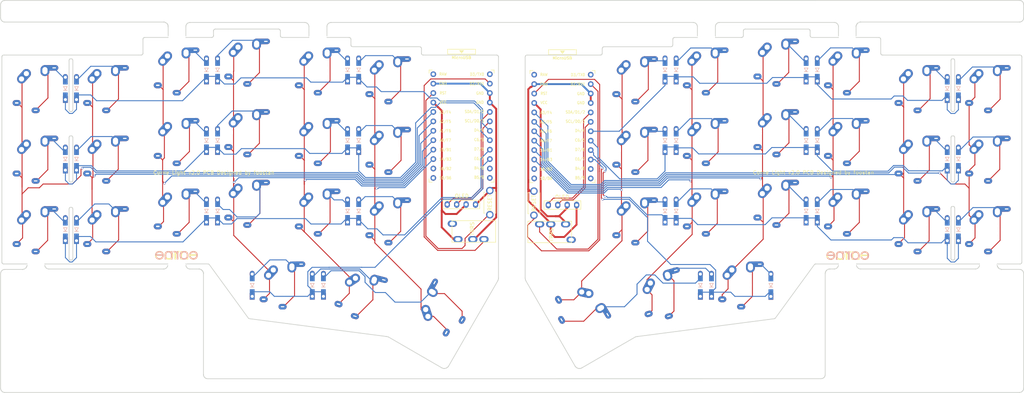
<source format=kicad_pcb>
(kicad_pcb (version 20221018) (generator pcbnew)
  (title_block (title "Corne Light") (date "2020-11-12") (rev "2.0") (company "foostan"))
  (layers (0 "F.Cu" signal) (31 "B.Cu" signal) (34 "B.Paste" user) (35 "F.Paste" user) (36 "B.SilkS" user "B.Silkscreen") (37 "F.SilkS" user "F.Silkscreen") (38 "B.Mask" user) (39 "F.Mask" user) (44 "Edge.Cuts" user))
  (net 0 "")
  (net 1 "row0")
  (net 2 "Net-(D1-Pad2)")
  (net 3 "row1")
  (net 4 "Net-(D2-Pad2)")
  (net 5 "row2")
  (net 6 "Net-(D3-Pad2)")
  (net 7 "row3")
  (net 8 "Net-(D4-Pad2)")
  (net 9 "Net-(D5-Pad2)")
  (net 10 "Net-(D6-Pad2)")
  (net 11 "Net-(D7-Pad2)")
  (net 12 "Net-(D8-Pad2)")
  (net 13 "Net-(D9-Pad2)")
  (net 14 "Net-(D10-Pad2)")
  (net 15 "Net-(D11-Pad2)")
  (net 16 "Net-(D12-Pad2)")
  (net 17 "Net-(D13-Pad2)")
  (net 18 "Net-(D14-Pad2)")
  (net 19 "Net-(D15-Pad2)")
  (net 20 "Net-(D16-Pad2)")
  (net 21 "Net-(D17-Pad2)")
  (net 22 "Net-(D18-Pad2)")
  (net 23 "Net-(D19-Pad2)")
  (net 24 "Net-(D20-Pad2)")
  (net 25 "Net-(D21-Pad2)")
  (net 26 "GND")
  (net 27 "VCC")
  (net 28 "col0")
  (net 29 "col1")
  (net 30 "col2")
  (net 31 "col3")
  (net 32 "col4")
  (net 33 "col5")
  (net 34 "data")
  (net 35 "reset")
  (net 36 "SCL")
  (net 37 "SDA")
  (net 38 "Net-(U1-Pad14)")
  (net 39 "Net-(U1-Pad13)")
  (net 40 "Net-(U1-Pad12)")
  (net 41 "Net-(U1-Pad11)")
  (net 42 "Net-(J1-PadA)")
  (net 43 "Net-(U1-Pad24)")
  (net 44 "Net-(D22-Pad2)")
  (net 45 "row0_r")
  (net 46 "Net-(D23-Pad2)")
  (net 47 "Net-(D24-Pad2)")
  (net 48 "Net-(D25-Pad2)")
  (net 49 "Net-(D26-Pad2)")
  (net 50 "Net-(D27-Pad2)")
  (net 51 "row1_r")
  (net 52 "Net-(D28-Pad2)")
  (net 53 "Net-(D29-Pad2)")
  (net 54 "Net-(D30-Pad2)")
  (net 55 "Net-(D31-Pad2)")
  (net 56 "Net-(D32-Pad2)")
  (net 57 "Net-(D33-Pad2)")
  (net 58 "row2_r")
  (net 59 "Net-(D34-Pad2)")
  (net 60 "Net-(D35-Pad2)")
  (net 61 "Net-(D36-Pad2)")
  (net 62 "Net-(D37-Pad2)")
  (net 63 "Net-(D38-Pad2)")
  (net 64 "Net-(D39-Pad2)")
  (net 65 "Net-(D40-Pad2)")
  (net 66 "row3_r")
  (net 67 "Net-(D41-Pad2)")
  (net 68 "Net-(D42-Pad2)")
  (net 69 "data_r")
  (net 70 "Net-(J6-PadA)")
  (net 71 "SDA_r")
  (net 72 "SCL_r")
  (net 73 "reset_r")
  (net 74 "col0_r")
  (net 75 "col1_r")
  (net 76 "col2_r")
  (net 77 "col3_r")
  (net 78 "col4_r")
  (net 79 "col5_r")
  (net 80 "Net-(U2-Pad24)")
  (net 81 "Net-(U2-Pad14)")
  (net 82 "Net-(U2-Pad13)")
  (net 83 "Net-(U2-Pad12)")
  (net 84 "Net-(U2-Pad11)")
  (net 85 "VDD")
  (net 86 "GNDA")
  (net 87 "Net-(U1-Pad1)")
  (net 88 "Net-(U2-Pad1)")
  (footprint "kbd:MJ-4PP-9_1side" (layer "F.Cu") (at 146.2145 84.432 -90)
    (fp_text reference "J1")
    (fp_text value "MJ-4PP-9" hide)
  )
  (footprint "kbd:MJ-4PP-9_1side" (layer "F.Cu") (at 154.607847 84.565432 90)
    (fp_text reference "J6")
    (fp_text value "MJ-4PP-9" hide)
  )
  (footprint "kbd:ResetSW_1side" (layer "F.Cu") (at 156.374847 76.817432 -90)
    (fp_text reference "RSW2" hide)
    (fp_text value "SW_PUSH")
  )
  (footprint "kbd:keyswitch_cherrymx_alps_choc12_1u" (layer "F.Cu") (at 278.684847 45.920432)
    (fp_text reference "SW22" hide)
    (fp_text value "SW_PUSH" hide)
  )
  (footprint "kbd:keyswitch_cherrymx_alps_choc12_1u" (layer "F.Cu") (at 259.684847 45.920432)
    (fp_text reference "SW23" hide)
    (fp_text value "SW_PUSH" hide)
  )
  (footprint "kbd:keyswitch_cherrymx_alps_choc12_1u" (layer "F.Cu") (at 240.684847 41.170432)
    (fp_text reference "SW24" hide)
    (fp_text value "SW_PUSH" hide)
  )
  (footprint "kbd:keyswitch_cherrymx_alps_choc12_1u" (layer "F.Cu") (at 221.684847 38.795432)
    (fp_text reference "SW25" hide)
    (fp_text value "SW_PUSH" hide)
  )
  (footprint "kbd:keyswitch_cherrymx_alps_choc12_1u" (layer "F.Cu") (at 202.684847 41.170432)
    (fp_text reference "SW26" hide)
    (fp_text value "SW_PUSH" hide)
  )
  (footprint "kbd:keyswitch_cherrymx_alps_choc12_1u" (layer "F.Cu") (at 183.684847 43.545432)
    (fp_text reference "SW27" hide)
    (fp_text value "SW_PUSH" hide)
  )
  (footprint "kbd:keyswitch_cherrymx_alps_choc12_1u" (layer "F.Cu") (at 278.684847 64.920432)
    (fp_text reference "SW28" hide)
    (fp_text value "SW_PUSH" hide)
  )
  (footprint "kbd:keyswitch_cherrymx_alps_choc12_1u" (layer "F.Cu") (at 259.684847 64.920432)
    (fp_text reference "SW29" hide)
    (fp_text value "SW_PUSH" hide)
  )
  (footprint "kbd:keyswitch_cherrymx_alps_choc12_1u" (layer "F.Cu") (at 240.684847 60.170432)
    (fp_text reference "SW30" hide)
    (fp_text value "SW_PUSH" hide)
  )
  (footprint "kbd:keyswitch_cherrymx_alps_choc12_1u" (layer "F.Cu") (at 221.684847 57.795432)
    (fp_text reference "SW31" hide)
    (fp_text value "SW_PUSH" hide)
  )
  (footprint "kbd:keyswitch_cherrymx_alps_choc12_1u" (layer "F.Cu") (at 202.684847 60.170432)
    (fp_text reference "SW32" hide)
    (fp_text value "SW_PUSH" hide)
  )
  (footprint "kbd:keyswitch_cherrymx_alps_choc12_1u" (layer "F.Cu") (at 183.684847 62.545432)
    (fp_text reference "SW33" hide)
    (fp_text value "SW_PUSH" hide)
  )
  (footprint "kbd:keyswitch_cherrymx_alps_choc12_1u" (layer "F.Cu") (at 278.684847 83.920432)
    (fp_text reference "SW34" hide)
    (fp_text value "SW_PUSH" hide)
  )
  (footprint "kbd:keyswitch_cherrymx_alps_choc12_1u" (layer "F.Cu") (at 259.684847 83.920432)
    (fp_text reference "SW35" hide)
    (fp_text value "SW_PUSH" hide)
  )
  (footprint "kbd:keyswitch_cherrymx_alps_choc12_1u" (layer "F.Cu") (at 240.684847 79.170432)
    (fp_text reference "SW36" hide)
    (fp_text value "SW_PUSH" hide)
  )
  (footprint "kbd:keyswitch_cherrymx_alps_choc12_1u" (layer "F.Cu") (at 221.684847 76.795432)
    (fp_text reference "SW37" hide)
    (fp_text value "SW_PUSH" hide)
  )
  (footprint "kbd:keyswitch_cherrymx_alps_choc12_1u" (layer "F.Cu") (at 202.684847 79.170432)
    (fp_text reference "SW38" hide)
    (fp_text value "SW_PUSH" hide)
  )
  (footprint "kbd:keyswitch_cherrymx_alps_choc12_1u" (layer "F.Cu") (at 212.184847 98.795432)
    (fp_text reference "SW40" hide)
    (fp_text value "SW_PUSH" hide)
  )
  (footprint "kbd:keyswitch_cherrymx_alps_choc12_1u" (layer "F.Cu") (at 191.184847 101.545432 15)
    (fp_text reference "SW41" hide)
    (fp_text value "SW_PUSH" hide)
  )
  (footprint "kbd:keyswitch_cherrymx_alps_choc12_1u" (layer "F.Cu") (at 183.684847 81.545432)
    (fp_text reference "SW39" hide)
    (fp_text value "SW_PUSH" hide)
  )
  (footprint "kbd:ProMicro_v3" (layer "F.Cu") (at 136.8925 56.56)
    (fp_text reference "U1" hide)
    (fp_text value "ProMicro" hide)
  )
  (footprint "kbd:ProMicro_v3" (layer "F.Cu") (at 164.062847 56.686432)
    (fp_text reference "U2" hide)
    (fp_text value "ProMicro" hide)
  )
  (footprint "kbd:keyswitch_cherrymx_alps_choc12_1u" (layer "F.Cu") (at 117.1875 43.545)
    (fp_text reference "SW6" hide)
    (fp_text value "SW_PUSH" hide)
  )
  (footprint "kbd:keyswitch_cherrymx_alps_choc12_1u" (layer "F.Cu") (at 98.1875 41.17)
    (fp_text reference "SW5" hide)
    (fp_text value "SW_PUSH" hide)
  )
  (footprint "kbd:keyswitch_cherrymx_alps_choc12_1u" (layer "F.Cu") (at 79.1875 38.795)
    (fp_text reference "SW4" hide)
    (fp_text value "SW_PUSH" hide)
  )
  (footprint "kbd:keyswitch_cherrymx_alps_choc12_1u" (layer "F.Cu") (at 60.1875 41.17)
    (fp_text reference "SW3" hide)
    (fp_text value "SW_PUSH" hide)
  )
  (footprint "kbd:keyswitch_cherrymx_alps_choc12_1u" (layer "F.Cu") (at 41.1875 45.92)
    (fp_text reference "SW2" hide)
    (fp_text value "SW_PUSH" hide)
  )
  (footprint "kbd:keyswitch_cherrymx_alps_choc12_1u" (layer "F.Cu") (at 117.1875 81.545)
    (fp_text reference "SW18" hide)
    (fp_text value "SW_PUSH" hide)
  )
  (footprint "kbd:keyswitch_cherrymx_alps_choc12_1.5u" (layer "F.Cu") (at 131.9375 105.295 60)
    (fp_text reference "SW21" hide)
    (fp_text value "SW_PUSH" hide)
  )
  (footprint "kbd:keyswitch_cherrymx_alps_choc12_1u" (layer "F.Cu") (at 22.1875 83.92)
    (fp_text reference "SW13" hide)
    (fp_text value "SW_PUSH" hide)
  )
  (footprint "kbd:keyswitch_cherrymx_alps_choc12_1u" (layer "F.Cu") (at 109.6875 101.545 -15)
    (fp_text reference "SW20" hide)
    (fp_text value "SW_PUSH" hide)
  )
  (footprint "kbd:keyswitch_cherrymx_alps_choc12_1u" (layer "F.Cu") (at 88.6875 98.795)
    (fp_text reference "SW19" hide)
    (fp_text value "SW_PUSH" hide)
  )
  (footprint "kbd:keyswitch_cherrymx_alps_choc12_1u" (layer "F.Cu") (at 98.1875 79.17)
    (fp_text reference "SW17" hide)
    (fp_text value "SW_PUSH" hide)
  )
  (footprint "kbd:keyswitch_cherrymx_alps_choc12_1u" (layer "F.Cu") (at 79.1875 76.795)
    (fp_text reference "SW16" hide)
    (fp_text value "SW_PUSH" hide)
  )
  (footprint "kbd:keyswitch_cherrymx_alps_choc12_1u" (layer "F.Cu") (at 60.1875 79.17)
    (fp_text reference "SW15" hide)
    (fp_text value "SW_PUSH" hide)
  )
  (footprint "kbd:keyswitch_cherrymx_alps_choc12_1u" (layer "F.Cu") (at 41.1875 83.92)
    (fp_text reference "SW14" hide)
    (fp_text value "SW_PUSH" hide)
  )
  (footprint "kbd:keyswitch_cherrymx_alps_choc12_1u" (layer "F.Cu") (at 117.1875 62.545)
    (fp_text reference "SW12" hide)
    (fp_text value "SW_PUSH" hide)
  )
  (footprint "kbd:keyswitch_cherrymx_alps_choc12_1u" (layer "F.Cu") (at 98.1875 60.17)
    (fp_text reference "SW11" hide)
    (fp_text value "SW_PUSH" hide)
  )
  (footprint "kbd:keyswitch_cherrymx_alps_choc12_1u" (layer "F.Cu") (at 79.1875 57.795)
    (fp_text reference "SW10" hide)
    (fp_text value "SW_PUSH" hide)
  )
  (footprint "kbd:keyswitch_cherrymx_alps_choc12_1u" (layer "F.Cu") (at 60.1875 60.17)
    (fp_text reference "SW9" hide)
    (fp_text value "SW_PUSH" hide)
  )
  (footprint "kbd:keyswitch_cherrymx_alps_choc12_1u" (layer "F.Cu") (at 41.1875 64.92)
    (fp_text reference "SW8" hide)
    (fp_text value "SW_PUSH" hide)
  )
  (footprint "kbd:keyswitch_cherrymx_alps_choc12_1u" (layer "F.Cu") (at 22.1875 64.92)
    (fp_text reference "SW7" hide)
    (fp_text value "SW_PUSH" hide)
  )
  (footprint "kbd:keyswitch_cherrymx_alps_choc12_1u" (layer "F.Cu") (at 22.1875 45.92)
    (fp_text reference "SW1" hide)
    (fp_text value "SW_PUSH" hide)
  )
  (footprint "kbd:thread_m2" (layer "F.Cu") (at 156.330847 93.085432)
    (fp_text reference "Ref**" hide)
    (fp_text value "Val**" hide)
  )
  (footprint "kbd:thread_m2" (layer "F.Cu") (at 170.889847 84.542432)
    (fp_text reference "Ref**" hide)
    (fp_text value "Val**" hide)
  )
  (footprint "kbd:keyswitch_cherrymx_alps_choc12_1.5u" (layer "F.Cu") (at 168.934847 105.295432 -60)
    (fp_text reference "SW42" hide)
    (fp_text value "SW_PUSH" hide)
  )
  (footprint "kbd:OLED_1side" (layer "F.Cu") (at 133.0285 77.168)
    (fp_text reference "J2")
    (fp_text value "OLED" hide)
  )
  (footprint "kbd:ResetSW_1side" (layer "F.Cu") (at 144.5045 76.671 -90)
    (fp_text reference "RSW1" hide)
    (fp_text value "SW_PUSH")
  )
  (footprint "kbd:Breakaway_Tabs" (layer "F.Cu") (at 22.19625 93.38)
    (fp_text reference "J5")
    (fp_text value "Breakaway_Tabs")
  )
  (footprint "kbd:Breakaway_Tabs" (layer "F.Cu") (at 60.1845 93.38)
    (fp_text reference "J5")
    (fp_text value "Breakaway_Tabs")
  )
  (footprint "kbd:Breakaway_Tabs" (layer "F.Cu") (at 60.2875 31.97)
    (fp_text reference "J5")
    (fp_text value "Breakaway_Tabs")
  )
  (footprint "kbd:Breakaway_Tabs" (layer "F.Cu") (at 98.2575 31.97)
    (fp_text reference "J5")
    (fp_text value "Breakaway_Tabs")
  )
  (footprint "kbd:Breakaway_Tabs" (layer "F.Cu") (at 202.7775 31.98)
    (fp_text reference "J5")
    (fp_text value "Breakaway_Tabs")
  )
  (footprint "kbd:Breakaway_Tabs" (layer "F.Cu") (at 240.7975 31.97)
    (fp_text reference "J5")
    (fp_text value "Breakaway_Tabs")
  )
  (footprint "kbd:Breakaway_Tabs" (layer "F.Cu") (at 278.8275 93.39)
    (fp_text reference "J5")
    (fp_text value "Breakaway_Tabs")
  )
  (footprint "kbd:Breakaway_Tabs" (layer "F.Cu") (at 240.8275 93.39)
    (fp_text reference "J5")
    (fp_text value "Breakaway_Tabs")
  )
  (footprint "kbd:OLED_1side" (layer "F.Cu") (at 160.2575 77.31)
    (fp_text reference "J7")
    (fp_text value "OLED" hide)
  )
  (footprint "kbd:corne-logo-horizontal" (layer "F.Cu") (at 60.2175 90.93)
    (fp_text reference "G***" hide)
    (fp_text value "LOGO" hide)
  )
  (footprint "kbd:corne-logo-horizontal" (layer "F.Cu") (at 240.9975 91.01)
    (fp_text reference "G***" hide)
    (fp_text value "LOGO" hide)
  )
  (footprint "kbd:D3_TH_SMD_v2" (layer "B.Cu") (at 270.684847 83.920432 90)
    (fp_text reference "D34" hide)
    (fp_text value "D" hide)
  )
  (footprint "kbd:D3_TH_SMD_v2" (layer "B.Cu") (at 232.684847 78.920432 90)
    (fp_text reference "D36" hide)
    (fp_text value "D" hide)
  )
  (footprint "kbd:D3_TH_SMD_v2" (layer "B.Cu") (at 229.684847 78.915432 90)
    (fp_text reference "D37" hide)
    (fp_text value "D" hide)
  )
  (footprint "kbd:D3_TH_SMD_v2" (layer "B.Cu") (at 194.684847 78.920432 90)
    (fp_text reference "D38" hide)
    (fp_text value "D" hide)
  )
  (footprint "kbd:D3_TH_SMD_v2" (layer "B.Cu") (at 191.684847 78.920432 90)
    (fp_text reference "D39" hide)
    (fp_text value "D" hide)
  )
  (footprint "kbd:D3_TH_SMD_v2" (layer "B.Cu") (at 220.184847 98.930432 90)
    (fp_text reference "D40" hide)
    (fp_text value "D" hide)
  )
  (footprint "kbd:D3_TH_SMD_v2" (layer "B.Cu") (at 204.194847 98.915432 90)
    (fp_text reference "D41" hide)
    (fp_text value "D" hide)
  )
  (footprint "kbd:D3_TH_SMD_v2" (layer "B.Cu") (at 201.194847 98.915432 90)
    (fp_text reference "D42" hide)
    (fp_text value "D" hide)
  )
  (footprint "kbd:D3_TH_SMD_v2" (layer "B.Cu") (at 270.684847 45.920432 90)
    (fp_text reference "D22" hide)
    (fp_text value "D" hide)
  )
  (footprint "kbd:D3_TH_SMD_v2" (layer "B.Cu") (at 267.684847 45.920432 90)
    (fp_text reference "D23" hide)
    (fp_text value "D" hide)
  )
  (footprint "kbd:D3_TH_SMD_v2" (layer "B.Cu") (at 232.684847 40.920432 90)
    (fp_text reference "D24" hide)
    (fp_text value "D" hide)
  )
  (footprint "kbd:D3_TH_SMD_v2" (layer "B.Cu") (at 229.684847 40.915432 90)
    (fp_text reference "D25" hide)
    (fp_text value "D" hide)
  )
  (footprint "kbd:D3_TH_SMD_v2" (layer "B.Cu") (at 194.684847 40.920432 90)
    (fp_text reference "D26" hide)
    (fp_text value "D" hide)
  )
  (footprint "kbd:D3_TH_SMD_v2" (layer "B.Cu") (at 191.684847 40.920432 90)
    (fp_text reference "D27" hide)
    (fp_text value "D" hide)
  )
  (footprint "kbd:D3_TH_SMD_v2" (layer "B.Cu") (at 270.684847 64.920432 90)
    (fp_text reference "D28" hide)
    (fp_text value "D" hide)
  )
  (footprint "kbd:D3_TH_SMD_v2" (layer "B.Cu") (at 267.684847 64.920432 90)
    (fp_text reference "D29" hide)
    (fp_text value "D" hide)
  )
  (footprint "kbd:D3_TH_SMD_v2" (layer "B.Cu") (at 232.684847 59.920432 90)
    (fp_text reference "D30" hide)
    (fp_text value "D" hide)
  )
  (footprint "kbd:D3_TH_SMD_v2" (layer "B.Cu") (at 229.684847 59.915432 90)
    (fp_text reference "D31" hide)
    (fp_text value "D" hide)
  )
  (footprint "kbd:D3_TH_SMD_v2" (layer "B.Cu") (at 194.684847 59.920432 90)
    (fp_text reference "D32" hide)
    (fp_text value "D" hide)
  )
  (footprint "kbd:D3_TH_SMD_v2" (layer "B.Cu") (at 33.1875 83.92 90)
    (fp_text reference "D14" hide)
    (fp_text value "D" hide)
  )
  (footprint "kbd:D3_TH_SMD_v2" (layer "B.Cu") (at 33.1875 64.92 90)
    (fp_text reference "D8" hide)
    (fp_text value "D" hide)
  )
  (footprint "kbd:D3_TH_SMD_v2" (layer "B.Cu") (at 33.1875 45.92 90)
    (fp_text reference "D2" hide)
    (fp_text value "D" hide)
  )
  (footprint "kbd:D3_TH_SMD_v2" (layer "B.Cu") (at 191.684847 59.920432 90)
    (fp_text reference "D33" hide)
    (fp_text value "D" hide)
  )
  (footprint "kbd:D3_TH_SMD_v2" (layer "B.Cu") (at 99.6875 98.905 90)
    (fp_text reference "D21" hide)
    (fp_text value "D" hide)
  )
  (footprint "kbd:D3_TH_SMD_v2" (layer "B.Cu") (at 96.6875 98.905 90)
    (fp_text reference "D20" hide)
    (fp_text value "D" hide)
  )
  (footprint "kbd:D3_TH_SMD_v2" (layer "B.Cu") (at 80.5075 98.91 90)
    (fp_text reference "D19" hide)
    (fp_text value "D" hide)
  )
  (footprint "kbd:D3_TH_SMD_v2" (layer "B.Cu") (at 109.1875 78.92 90)
    (fp_text reference "D18" hide)
    (fp_text value "D" hide)
  )
  (footprint "kbd:D3_TH_SMD_v2" (layer "B.Cu") (at 106.1875 78.92 90)
    (fp_text reference "D17" hide)
    (fp_text value "D" hide)
  )
  (footprint "kbd:D3_TH_SMD_v2" (layer "B.Cu") (at 71.1875 78.915 90)
    (fp_text reference "D16" hide)
    (fp_text value "D" hide)
  )
  (footprint "kbd:D3_TH_SMD_v2" (layer "B.Cu") (at 68.1875 78.92 90)
    (fp_text reference "D15" hide)
    (fp_text value "D" hide)
  )
  (footprint "kbd:D3_TH_SMD_v2" (layer "B.Cu") (at 30.1875 83.916875 90)
    (fp_text reference "D13" hide)
    (fp_text value "D" hide)
  )
  (footprint "kbd:D3_TH_SMD_v2" (layer "B.Cu") (at 109.1875 59.92 90)
    (fp_text reference "D12" hide)
    (fp_text value "D" hide)
  )
  (footprint "kbd:D3_TH_SMD_v2" (layer "B.Cu") (at 106.1875 59.92 90)
    (fp_text reference "D11" hide)
    (fp_text value "D" hide)
  )
  (footprint "kbd:D3_TH_SMD_v2" (layer "B.Cu") (at 71.1875 59.915 90)
    (fp_text reference "D10" hide)
    (fp_text value "D" hide)
  )
  (footprint "kbd:D3_TH_SMD_v2" (layer "B.Cu") (at 68.1875 59.92 90)
    (fp_text reference "D9" hide)
    (fp_text value "D" hide)
  )
  (footprint "kbd:D3_TH_SMD_v2" (layer "B.Cu") (at 30.1875 64.916875 90)
    (fp_text reference "D7" hide)
    (fp_text value "D" hide)
  )
  (footprint "kbd:D3_TH_SMD_v2" (layer "B.Cu") (at 109.1875 40.92 90)
    (fp_text reference "D6" hide)
    (fp_text value "D" hide)
  )
  (footprint "kbd:D3_TH_SMD_v2" (layer "B.Cu") (at 106.1875 40.92 90)
    (fp_text reference "D5" hide)
    (fp_text value "D" hide)
  )
  (footprint "kbd:D3_TH_SMD_v2" (layer "B.Cu") (at 71.1875 40.915 90)
    (fp_text reference "D4" hide)
    (fp_text value "D" hide)
  )
  (footprint "kbd:D3_TH_SMD_v2" (layer "B.Cu") (at 68.1875 40.92 90)
    (fp_text reference "D3" hide)
    (fp_text value "D" hide)
  )
  (footprint "kbd:D3_TH_SMD_v2" (layer "B.Cu") (at 30.1875 45.916875 90)
    (fp_text reference "D1" hide)
    (fp_text value "D" hide)
  )
  (footprint "kbd:D3_TH_SMD_v2" (layer "B.Cu") (at 267.684847 83.920432 90)
    (fp_text reference "D35" hide)
    (fp_text value "D" hide)
  )
  (footprint "kbd:spacer_m2" (layer "B.Cu") (at 31.6955 74.4205 180)
    (fp_text reference "Ref**" hide)
    (fp_text value "Val**" hide)
  )
  (footprint "kbd:spacer_m2" (layer "B.Cu") (at 107.6505 51.9305 180)
    (fp_text reference "Ref**" hide)
    (fp_text value "Val**" hide)
  )
  (footprint "kbd:spacer_m2" (layer "B.Cu") (at 31.6955 55.4205 180)
    (fp_text reference "Ref**" hide)
    (fp_text value "Val**" hide)
  )
  (footprint "kbd:spacer_m2" (layer "B.Cu") (at 74.8395 91.6855 180)
    (fp_text reference "Ref**" hide)
    (fp_text value "Val**" hide)
  )
  (footprint "kbd:spacer_m2" (layer "B.Cu") (at 121.4055 99.3 180)
    (fp_text reference "Ref**" hide)
    (fp_text value "Val**" hide)
  )
  (footprint "kbd:thread_m2" (layer "B.Cu") (at 129.9445 84.419 180)
    (fp_text reference "Ref**" hide)
    (fp_text value "Val**" hide)
  )
  (footprint "kbd:thread_m2" (layer "B.Cu") (at 144.3765 92.94 180)
    (fp_text reference "Ref**" hide)
    (fp_text value "Val**" hide)
  )
  (footprint "kbd:spacer_m2" (layer "B.Cu") (at 193.235847 51.936932 180)
    (fp_text reference "Ref**" hide)
    (fp_text value "Val**" hide)
  )
  (footprint "kbd:spacer_m2" (layer "B.Cu") (at 179.485847 99.446932 180)
    (fp_text reference "Ref**" hide)
    (fp_text value "Val**" hide)
  )
  (footprint "kbd:spacer_m2" (layer "B.Cu") (at 226.055847 91.696932 180)
    (fp_text reference "Ref**" hide)
    (fp_text value "Val**" hide)
  )
  (footprint "kbd:spacer_m2" (layer "B.Cu") (at 269.195847 55.426932 180)
    (fp_text reference "Ref**" hide)
    (fp_text value "Val**" hide)
  )
  (footprint "kbd:spacer_m2" (layer "B.Cu") (at 269.195847 74.426932 180)
    (fp_text reference "Ref**" hide)
    (fp_text value "Val**" hide)
  )
  (footprint "kbd:corne-logo-horizontal" (layer "B.Cu") (at 59.9875 90.93 180)
    (fp_text reference "G***" hide)
    (fp_text value "LOGO" hide)
  )
  (footprint "kbd:corne-logo-horizontal" (layer "B.Cu") (at 240.7675 91.01 180)
    (fp_text reference "G***" hide)
    (fp_text value "LOGO" hide)
  )
  (footprint "kbd:spacer_m2" (layer "B.Cu") (at 50.7125 74.445 180)
    (fp_text reference "Ref**" hide)
    (fp_text value "Val**" hide)
  )
  (footprint "kbd:spacer_m2" (layer "B.Cu") (at 50.7125 55.445 180)
    (fp_text reference "Ref**" hide)
    (fp_text value "Val**" hide)
  )
  (footprint "kbd:spacer_m2" (layer "B.Cu") (at 250.2125 74.426932 180)
    (fp_text reference "Ref**" hide)
    (fp_text value "Val**" hide)
  )
  (footprint "kbd:spacer_m2" (layer "B.Cu") (at 250.2125 55.426932 180)
    (fp_text reference "Ref**" hide)
    (fp_text value "Val**" hide)
  )
  (gr_line (start 31.1975 51.66) (end 31.1975 38.41) (stroke (width 0.2)) (layer "Edge.Cuts"))
  (gr_line (start 32.1975 59.16) (end 32.1975 70.66) (stroke (width 0.2)) (layer "Edge.Cuts"))
  (gr_line (start 31.47875 37.94125) (end 31.6975 37.91) (stroke (width 0.2)) (layer "Edge.Cuts"))
  (gr_line (start 31.885 37.94125) (end 31.6975 37.91) (stroke (width 0.2)) (layer "Edge.Cuts"))
  (gr_line (start 31.22875 38.2225) (end 31.3225 38.035) (stroke (width 0.2)) (layer "Edge.Cuts"))
  (gr_line (start 31.22875 38.2225) (end 31.1975 38.41) (stroke (width 0.2)) (layer "Edge.Cuts"))
  (gr_line (start 32.16625 38.2225) (end 32.0725 38.035) (stroke (width 0.2)) (layer "Edge.Cuts"))
  (gr_line (start 32.1975 38.41) (end 32.16625 38.2225) (stroke (width 0.2)) (layer "Edge.Cuts"))
  (gr_line (start 31.51 52.12875) (end 31.6975 52.16) (stroke (width 0.2)) (layer "Edge.Cuts"))
  (gr_line (start 31.22875 51.8475) (end 31.3225 52.035) (stroke (width 0.2)) (layer "Edge.Cuts"))
  (gr_line (start 31.1975 51.66) (end 31.22875 51.8475) (stroke (width 0.2)) (layer "Edge.Cuts"))
  (gr_line (start 32.16625 51.8475) (end 32.1975 51.66) (stroke (width 0.2)) (layer "Edge.Cuts"))
  (gr_line (start 31.91625 52.12875) (end 32.0725 52.035) (stroke (width 0.2)) (layer "Edge.Cuts"))
  (gr_line (start 32.16625 51.8475) (end 32.0725 52.035) (stroke (width 0.2)) (layer "Edge.Cuts"))
  (gr_line (start 31.91625 52.12875) (end 31.6975 52.16) (stroke (width 0.2)) (layer "Edge.Cuts"))
  (gr_line (start 31.3225 52.035) (end 31.51 52.12875) (stroke (width 0.2)) (layer "Edge.Cuts"))
  (gr_line (start 31.885 58.69125) (end 31.6975 58.66) (stroke (width 0.2)) (layer "Edge.Cuts"))
  (gr_line (start 32.16625 58.9725) (end 32.0725 58.785) (stroke (width 0.2)) (layer "Edge.Cuts"))
  (gr_line (start 32.1975 59.16) (end 32.16625 58.9725) (stroke (width 0.2)) (layer "Edge.Cuts"))
  (gr_line (start 31.22875 58.9725) (end 31.1975 59.16) (stroke (width 0.2)) (layer "Edge.Cuts"))
  (gr_line (start 31.47875 58.69125) (end 31.3225 58.785) (stroke (width 0.2)) (layer "Edge.Cuts"))
  (gr_line (start 31.22875 58.9725) (end 31.3225 58.785) (stroke (width 0.2)) (layer "Edge.Cuts"))
  (gr_line (start 31.47875 58.69125) (end 31.6975 58.66) (stroke (width 0.2)) (layer "Edge.Cuts"))
  (gr_line (start 32.0725 58.785) (end 31.885 58.69125) (stroke (width 0.2)) (layer "Edge.Cuts"))
  (gr_line (start 31.51 71.12875) (end 31.6975 71.16) (stroke (width 0.2)) (layer "Edge.Cuts"))
  (gr_line (start 32.16625 70.8475) (end 32.1975 70.66) (stroke (width 0.2)) (layer "Edge.Cuts"))
  (gr_line (start 32.16625 70.8475) (end 32.0725 71.035) (stroke (width 0.2)) (layer "Edge.Cuts"))
  (gr_line (start 31.22875 70.8475) (end 31.3225 71.035) (stroke (width 0.2)) (layer "Edge.Cuts"))
  (gr_line (start 31.91625 71.12875) (end 32.0725 71.035) (stroke (width 0.2)) (layer "Edge.Cuts"))
  (gr_line (start 31.3225 71.035) (end 31.51 71.12875) (stroke (width 0.2)) (layer "Edge.Cuts"))
  (gr_line (start 31.91625 71.12875) (end 31.6975 71.16) (stroke (width 0.2)) (layer "Edge.Cuts"))
  (gr_line (start 31.1975 70.66) (end 31.22875 70.8475) (stroke (width 0.2)) (layer "Edge.Cuts"))
  (gr_line (start 31.47875 77.94125) (end 31.3225 78.035) (stroke (width 0.2)) (layer "Edge.Cuts"))
  (gr_line (start 31.22875 78.2225) (end 31.3225 78.035) (stroke (width 0.2)) (layer "Edge.Cuts"))
  (gr_line (start 32.16625 78.2225) (end 32.0725 78.035) (stroke (width 0.2)) (layer "Edge.Cuts"))
  (gr_line (start 31.885 77.94125) (end 31.6975 77.91) (stroke (width 0.2)) (layer "Edge.Cuts"))
  (gr_line (start 32.0725 78.035) (end 31.885 77.94125) (stroke (width 0.2)) (layer "Edge.Cuts"))
  (gr_line (start 31.22875 78.2225) (end 31.1975 78.41) (stroke (width 0.2)) (layer "Edge.Cuts"))
  (gr_line (start 32.1975 78.41) (end 32.16625 78.2225) (stroke (width 0.2)) (layer "Edge.Cuts"))
  (gr_line (start 31.47875 77.94125) (end 31.6975 77.91) (stroke (width 0.2)) (layer "Edge.Cuts"))
  (gr_line (start 32.16625 91.8475) (end 32.1975 91.66) (stroke (width 0.2)) (layer "Edge.Cuts"))
  (gr_line (start 31.91625 92.12875) (end 32.0725 92.035) (stroke (width 0.2)) (layer "Edge.Cuts"))
  (gr_line (start 31.91625 92.12875) (end 31.6975 92.16) (stroke (width 0.2)) (layer "Edge.Cuts"))
  (gr_line (start 32.16625 91.8475) (end 32.0725 92.035) (stroke (width 0.2)) (layer "Edge.Cuts"))
  (gr_line (start 31.1975 91.66) (end 31.22875 91.8475) (stroke (width 0.2)) (layer "Edge.Cuts"))
  (gr_line (start 31.22875 91.8475) (end 31.3225 92.035) (stroke (width 0.2)) (layer "Edge.Cuts"))
  (gr_line (start 31.51 92.12875) (end 31.6975 92.16) (stroke (width 0.2)) (layer "Edge.Cuts"))
  (gr_line (start 31.3225 92.035) (end 31.51 92.12875) (stroke (width 0.2)) (layer "Edge.Cuts"))
  (gr_line (start 269.385 37.94125) (end 269.1975 37.91) (stroke (width 0.2)) (layer "Edge.Cuts"))
  (gr_line (start 269.66625 38.2225) (end 269.5725 38.035) (stroke (width 0.2)) (layer "Edge.Cuts"))
  (gr_line (start 269.6975 38.41) (end 269.66625 38.2225) (stroke (width 0.2)) (layer "Edge.Cuts"))
  (gr_line (start 268.72875 38.2225) (end 268.6975 38.41) (stroke (width 0.2)) (layer "Edge.Cuts"))
  (gr_line (start 268.97875 37.94125) (end 268.8225 38.035) (stroke (width 0.2)) (layer "Edge.Cuts"))
  (gr_line (start 268.72875 38.2225) (end 268.8225 38.035) (stroke (width 0.2)) (layer "Edge.Cuts"))
  (gr_line (start 268.97875 37.94125) (end 269.1975 37.91) (stroke (width 0.2)) (layer "Edge.Cuts"))
  (gr_line (start 269.5725 38.035) (end 269.385 37.94125) (stroke (width 0.2)) (layer "Edge.Cuts"))
  (gr_line (start 269.66625 51.8475) (end 269.5725 52.035) (stroke (width 0.2)) (layer "Edge.Cuts"))
  (gr_line (start 269.41625 52.12875) (end 269.5725 52.035) (stroke (width 0.2)) (layer "Edge.Cuts"))
  (gr_line (start 268.72875 51.8475) (end 268.8225 52.035) (stroke (width 0.2)) (layer "Edge.Cuts"))
  (gr_line (start 269.01 52.12875) (end 269.1975 52.16) (stroke (width 0.2)) (layer "Edge.Cuts"))
  (gr_line (start 269.41625 52.12875) (end 269.1975 52.16) (stroke (width 0.2)) (layer "Edge.Cuts"))
  (gr_line (start 269.66625 51.8475) (end 269.6975 51.66) (stroke (width 0.2)) (layer "Edge.Cuts"))
  (gr_line (start 268.8225 52.035) (end 269.01 52.12875) (stroke (width 0.2)) (layer "Edge.Cuts"))
  (gr_line (start 268.6975 51.66) (end 268.72875 51.8475) (stroke (width 0.2)) (layer "Edge.Cuts"))
  (gr_line (start 268.97875 58.69125) (end 269.1975 58.66) (stroke (width 0.2)) (layer "Edge.Cuts"))
  (gr_line (start 268.72875 58.9725) (end 268.6975 59.16) (stroke (width 0.2)) (layer "Edge.Cuts"))
  (gr_line (start 269.5725 58.785) (end 269.385 58.69125) (stroke (width 0.2)) (layer "Edge.Cuts"))
  (gr_line (start 269.66625 58.9725) (end 269.5725 58.785) (stroke (width 0.2)) (layer "Edge.Cuts"))
  (gr_line (start 269.385 58.69125) (end 269.1975 58.66) (stroke (width 0.2)) (layer "Edge.Cuts"))
  (gr_line (start 268.97875 58.69125) (end 268.8225 58.785) (stroke (width 0.2)) (layer "Edge.Cuts"))
  (gr_line (start 268.72875 58.9725) (end 268.8225 58.785) (stroke (width 0.2)) (layer "Edge.Cuts"))
  (gr_line (start 269.6975 59.16) (end 269.66625 58.9725) (stroke (width 0.2)) (layer "Edge.Cuts"))
  (gr_line (start 269.41625 71.12875) (end 269.1975 71.16) (stroke (width 0.2)) (layer "Edge.Cuts"))
  (gr_line (start 269.66625 70.8475) (end 269.6975 70.66) (stroke (width 0.2)) (layer "Edge.Cuts"))
  (gr_line (start 268.6975 70.66) (end 268.72875 70.8475) (stroke (width 0.2)) (layer "Edge.Cuts"))
  (gr_line (start 269.41625 71.12875) (end 269.5725 71.035) (stroke (width 0.2)) (layer "Edge.Cuts"))
  (gr_line (start 269.01 71.12875) (end 269.1975 71.16) (stroke (width 0.2)) (layer "Edge.Cuts"))
  (gr_line (start 269.66625 70.8475) (end 269.5725 71.035) (stroke (width 0.2)) (layer "Edge.Cuts"))
  (gr_line (start 268.8225 71.035) (end 269.01 71.12875) (stroke (width 0.2)) (layer "Edge.Cuts"))
  (gr_line (start 268.72875 70.8475) (end 268.8225 71.035) (stroke (width 0.2)) (layer "Edge.Cuts"))
  (gr_line (start 269.66625 77.9725) (end 269.5725 77.785) (stroke (width 0.2)) (layer "Edge.Cuts"))
  (gr_line (start 268.72875 77.9725) (end 268.8225 77.785) (stroke (width 0.2)) (layer "Edge.Cuts"))
  (gr_line (start 269.5725 77.785) (end 269.385 77.69125) (stroke (width 0.2)) (layer "Edge.Cuts"))
  (gr_line (start 268.72875 77.9725) (end 268.6975 78.16) (stroke (width 0.2)) (layer "Edge.Cuts"))
  (gr_line (start 268.97875 77.69125) (end 268.8225 77.785) (stroke (width 0.2)) (layer "Edge.Cuts"))
  (gr_line (start 269.385 77.69125) (end 269.1975 77.66) (stroke (width 0.2)) (layer "Edge.Cuts"))
  (gr_line (start 269.6975 78.16) (end 269.66625 77.9725) (stroke (width 0.2)) (layer "Edge.Cuts"))
  (gr_line (start 268.97875 77.69125) (end 269.1975 77.66) (stroke (width 0.2)) (layer "Edge.Cuts"))
  (gr_line (start 268.6975 91.66) (end 268.72875 91.8475) (stroke (width 0.2)) (layer "Edge.Cuts"))
  (gr_line (start 269.41625 92.12875) (end 269.1975 92.16) (stroke (width 0.2)) (layer "Edge.Cuts"))
  (gr_line (start 269.01 92.12875) (end 269.1975 92.16) (stroke (width 0.2)) (layer "Edge.Cuts"))
  (gr_line (start 269.66625 91.8475) (end 269.5725 92.035) (stroke (width 0.2)) (layer "Edge.Cuts"))
  (gr_line (start 268.8225 92.035) (end 269.01 92.12875) (stroke (width 0.2)) (layer "Edge.Cuts"))
  (gr_line (start 268.72875 91.8475) (end 268.8225 92.035) (stroke (width 0.2)) (layer "Edge.Cuts"))
  (gr_line (start 269.66625 91.8475) (end 269.6975 91.66) (stroke (width 0.2)) (layer "Edge.Cuts"))
  (gr_line (start 269.41625 92.12875) (end 269.5725 92.035) (stroke (width 0.2)) (layer "Edge.Cuts"))
  (gr_line (start 95.785563 32.179682) (end 88.58467 32.179682) (stroke (width 0.2)) (layer "Edge.Cuts"))
  (gr_line (start 13.459164 27.958206) (end 13.672524 28.021706) (stroke (width 0.2)) (layer "Edge.Cuts"))
  (gr_line (start 31.1975 91.66) (end 31.1975 78.41) (stroke (width 0.2)) (layer "Edge.Cuts"))
  (gr_line (start 70.085868 31.679303) (end 70.085868 31.679303) (stroke (width 0.2)) (layer "Edge.Cuts"))
  (gr_line (start 19.788838 93.873681) (end 19.786298 93.878761) (stroke (width 0.2)) (layer "Edge.Cuts"))
  (gr_line (start 19.786298 93.878761) (end 19.786298 93.883841) (stroke (width 0.2)) (layer "Edge.Cuts"))
  (gr_line (start 12.946085 22.715652) (end 12.841945 22.911231) (stroke (width 0.2)) (layer "Edge.Cuts"))
  (gr_line (start 18.653459 94.643301) (end 18.650919 94.643301) (stroke (width 0.2)) (layer "Edge.Cuts"))
  (gr_line (start 62.630976 93.411402) (end 62.653836 93.634922) (stroke (width 0.2)) (layer "Edge.Cuts"))
  (gr_line (start 95.785563 32.179682) (end 95.780483 29.281545) (stroke (width 0.2)) (layer "Edge.Cuts"))
  (gr_line (start 275.256706 94.534081) (end 275.480226 94.511221) (stroke (width 0.2)) (layer "Edge.Cuts"))
  (gr_line (start 250.273291 36.934558) (end 287.273434 36.937098) (stroke (width 0.2)) (layer "Edge.Cuts"))
  (gr_line (start 67.284251 95.30116) (end 67.286791 95.30624) (stroke (width 0.2)) (layer "Edge.Cuts"))
  (gr_line (start 154.225825 37.036157) (end 154.355365 36.965038) (stroke (width 0.2)) (layer "Edge.Cuts"))
  (gr_line (start 287.273434 36.937098) (end 287.443614 36.967578) (stroke (width 0.2)) (layer "Edge.Cuts"))
  (gr_line (start 281.908959 94.544241) (end 281.903879 94.541701) (stroke (width 0.2)) (layer "Edge.Cuts"))
  (gr_line (start 232.272328 93.187882) (end 238.396262 93.187882) (stroke (width 0.2)) (layer "Edge.Cuts"))
  (gr_line (start 281.903879 94.541701) (end 281.898799 94.539161) (stroke (width 0.2)) (layer "Edge.Cuts"))
  (gr_line (start 100.631878 29.284085) (end 100.636958 32.179682) (stroke (width 0.2)) (layer "Edge.Cuts"))
  (gr_line (start 88.58467 32.179682) (end 88.58467 32.179682) (stroke (width 0.2)) (layer "Edge.Cuts"))
  (gr_line (start 57.114101 28.138546) (end 57.119181 28.138546) (stroke (width 0.2)) (layer "Edge.Cuts"))
  (gr_line (start 236.062005 94.534081) (end 236.062005 94.534081) (stroke (width 0.2)) (layer "Edge.Cuts"))
  (gr_line (start 19.524678 94.275001) (end 19.524678 94.275001) (stroke (width 0.2)) (layer "Edge.Cuts"))
  (gr_line (start 281.6956 94.429941) (end 281.69052 94.427401) (stroke (width 0.2)) (layer "Edge.Cuts"))
  (gr_line (start 66.616232 94.638221) (end 66.618772 94.638221) (stroke (width 0.2)) (layer "Edge.Cuts"))
  (gr_line (start 146.834433 37.429857) (end 146.803953 37.259677) (stroke (width 0.2)) (layer "Edge.Cuts"))
  (gr_line (start 131.579208 121.165954) (end 131.718908 121.229454) (stroke (width 0.2)) (layer "Edge.Cuts"))
  (gr_line (start 238.386102 32.184762) (end 238.388642 29.273925) (stroke (width 0.2)) (layer "Edge.Cuts"))
  (gr_line (start 281.13934 93.401242) (end 281.1368 93.401242) (stroke (width 0.2)) (layer "Edge.Cuts"))
  (gr_line (start 243.341637 28.593206) (end 243.341637 28.593206) (stroke (width 0.2)) (layer "Edge.Cuts"))
  (gr_line (start 13.283905 37.031077) (end 13.184845 37.132677) (stroke (width 0.2)) (layer "Edge.Cuts"))
  (gr_line (start 199.68416 28.222366) (end 199.470801 28.156326) (stroke (width 0.2)) (layer "Edge.Cuts"))
  (gr_line (start 174.743925 36.609438) (end 174.672805 36.738978) (stroke (width 0.2)) (layer "Edge.Cuts"))
  (gr_line (start 101.132258 28.339206) (end 100.962078 28.481446) (stroke (width 0.2)) (layer "Edge.Cuts"))
  (gr_line (start 67.355371 95.52976) (end 67.355371 95.5323) (stroke (width 0.2)) (layer "Edge.Cuts"))
  (gr_line (start 250.273291 36.937098) (end 250.103111 36.906618) (stroke (width 0.2)) (layer "Edge.Cuts"))
  (gr_line (start 236.062005 94.534081) (end 237.250723 94.534081) (stroke (width 0.2)) (layer "Edge.Cuts"))
  (gr_line (start 19.677078 94.087041) (end 19.674538 94.092121) (stroke (width 0.2)) (layer "Edge.Cuts"))
  (gr_line (start 88.284951 32.080622) (end 88.41703 32.151742) (stroke (width 0.2)) (layer "Edge.Cuts"))
  (gr_line (start 234.637066 123.576412) (end 234.738666 123.380832) (stroke (width 0.2)) (layer "Edge.Cuts"))
  (gr_line (start 70.055389 31.849483) (end 70.085868 31.679303) (stroke (width 0.2)) (layer "Edge.Cuts"))
  (gr_line (start 57.759261 93.627302) (end 57.782121 93.403782) (stroke (width 0.2)) (layer "Edge.Cuts"))
  (gr_line (start 235.368585 94.74998) (end 235.368585 94.74998) (stroke (width 0.2)) (layer "Edge.Cuts"))
  (gr_line (start 24.630073 93.406322) (end 24.630073 93.411402) (stroke (width 0.2)) (layer "Edge.Cuts"))
  (gr_line (start 221.022679 107.937647) (end 184.352736 112.707763) (stroke (width 0.2)) (layer "Edge.Cuts"))
  (gr_line (start 231.274109 32.187302) (end 231.103929 32.156822) (stroke (width 0.2)) (layer "Edge.Cuts"))
  (gr_line (start 168.820651 121.320894) (end 168.632691 121.336134) (stroke (width 0.2)) (layer "Edge.Cuts"))
  (gr_line (start 67.169951 95.09034) (end 67.172491 95.09288) (stroke (width 0.2)) (layer "Edge.Cuts"))
  (gr_line (start 237.248183 28.136006) (end 206.377054 28.136006) (stroke (width 0.2)) (layer "Edge.Cuts"))
  (gr_line (start 244.131577 28.059806) (end 244.362716 28.034406) (stroke (width 0.2)) (layer "Edge.Cuts"))
  (gr_line (start 243.900437 28.130926) (end 244.121417 28.062346) (stroke (width 0.2)) (layer "Edge.Cuts"))
  (gr_line (start 287.123574 94.635681) (end 282.373779 94.635681) (stroke (width 0.2)) (layer "Edge.Cuts"))
  (gr_line (start 200.05246 28.466206) (end 199.87974 28.326506) (stroke (width 0.2)) (layer "Edge.Cuts"))
  (gr_line (start 288.264033 95.765979) (end 288.264033 126.644729) (stroke (width 0.2)) (layer "Edge.Cuts"))
  (gr_line (start 57.667821 28.585586) (end 57.670361 28.590666) (stroke (width 0.2)) (layer "Edge.Cuts"))
  (gr_line (start 131.871307 121.280254) (end 132.038947 121.315814) (stroke (width 0.2)) (layer "Edge.Cuts"))
  (gr_line (start 100.819838 28.651626) (end 100.715698 28.847206) (stroke (width 0.2)) (layer "Edge.Cuts"))
  (gr_line (start 243.433077 94.033701) (end 243.575317 94.203881) (stroke (width 0.2)) (layer "Edge.Cuts"))
  (gr_line (start 57.324921 28.247766) (end 57.327461 28.250306) (stroke (width 0.2)) (layer "Edge.Cuts"))
  (gr_line (start 57.279201 94.348661) (end 57.449381 94.208961) (stroke (width 0.2)) (layer "Edge.Cuts"))
  (gr_line (start 117.159642 112.829683) (end 131.454748 121.092294) (stroke (width 0.2)) (layer "Edge.Cuts"))
  (gr_line (start 13.113725 37.262217) (end 13.085785 37.429857) (stroke (width 0.2)) (layer "Edge.Cuts"))
  (gr_line (start 235.368585 94.74998) (end 235.371125 94.74744) (stroke (width 0.2)) (layer "Edge.Cuts"))
  (gr_line (start 212.272388 32.187302) (end 212.272388 32.187302) (stroke (width 0.2)) (layer "Edge.Cuts"))
  (gr_line (start 281.16474 93.645082) (end 281.1622 93.642542) (stroke (width 0.2)) (layer "Edge.Cuts"))
  (gr_line (start 13.454084 94.7322) (end 13.258505 94.83888) (stroke (width 0.2)) (layer "Edge.Cuts"))
  (gr_line (start 200.1947 28.636386) (end 200.05246 28.466206) (stroke (width 0.2)) (layer "Edge.Cuts"))
  (gr_line (start 269.6975 91.66) (end 269.6975 78.16) (stroke (width 0.2)) (layer "Edge.Cuts"))
  (gr_line (start 18.655999 94.643301) (end 18.653459 94.643301) (stroke (width 0.2)) (layer "Edge.Cuts"))
  (gr_line (start 13.888424 94.643301) (end 13.664904 94.666161) (stroke (width 0.2)) (layer "Edge.Cuts"))
  (gr_line (start 57.111561 28.136006) (end 57.114101 28.138546) (stroke (width 0.2)) (layer "Edge.Cuts"))
  (gr_line (start 100.652198 29.060565) (end 100.631878 29.284085) (stroke (width 0.2)) (layer "Edge.Cuts"))
  (gr_line (start 230.77373 30.434704) (end 230.77373 31.684383) (stroke (width 0.2)) (layer "Edge.Cuts"))
  (gr_line (start 13.085785 92.679883) (end 13.113725 92.850062) (stroke (width 0.2)) (layer "Edge.Cuts"))
  (gr_line (start 107.086012 34.1812) (end 107.113952 34.35138) (stroke (width 0.2)) (layer "Edge.Cuts"))
  (gr_line (start 57.512881 28.400166) (end 57.512881 28.400166) (stroke (width 0.2)) (layer "Edge.Cuts"))
  (gr_line (start 281.69052 94.427401) (end 281.68798 94.424861) (stroke (width 0.2)) (layer "Edge.Cuts"))
  (gr_line (start 287.443614 36.967578) (end 287.573154 37.038697) (stroke (width 0.2)) (layer "Edge.Cuts"))
  (gr_line (start 243.138438 29.271385) (end 243.138438 29.268845) (stroke (width 0.2)) (layer "Edge.Cuts"))
  (gr_line (start 193.872646 32.387962) (end 193.974246 32.286362) (stroke (width 0.2)) (layer "Edge.Cuts"))
  (gr_line (start 287.347094 94.656001) (end 287.123574 94.635681) (stroke (width 0.2)) (layer "Edge.Cuts"))
  (gr_line (start 230.77373 30.437244) (end 230.77373 30.437244) (stroke (width 0.2)) (layer "Edge.Cuts"))
  (gr_line (start 13.113725 92.850062) (end 13.184845 92.979602) (stroke (width 0.2)) (layer "Edge.Cuts"))
  (gr_line (start 67.576351 123.591652) (end 67.716051 123.761832) (stroke (width 0.2)) (layer "Edge.Cuts"))
  (gr_line (start 235.818165 94.559481) (end 236.049305 94.534081) (stroke (width 0.2)) (layer "Edge.Cuts"))
  (gr_line (start 126.085193 35.179419) (end 126.085193 36.429098) (stroke (width 0.2)) (layer "Edge.Cuts"))
  (gr_line (start 230.57307 30.038464) (end 230.67213 30.137524) (stroke (width 0.2)) (layer "Edge.Cuts"))
  (gr_line (start 193.570387 34.5876) (end 193.440847 34.65872) (stroke (width 0.2)) (layer "Edge.Cuts"))
  (gr_line (start 238.365782 29.042785) (end 238.299742 28.831966) (stroke (width 0.2)) (layer "Edge.Cuts"))
  (gr_line (start 66.824512 94.74744) (end 66.824512 94.74998) (stroke (width 0.2)) (layer "Edge.Cuts"))
  (gr_line (start 67.015012 94.90492) (end 67.017552 94.90746) (stroke (width 0.2)) (layer "Edge.Cuts"))
  (gr_line (start 66.611152 94.635681) (end 66.616232 94.638221) (stroke (width 0.2)) (layer "Edge.Cuts"))
  (gr_line (start 19.334179 94.432481) (end 19.331639 94.435021) (stroke (width 0.2)) (layer "Edge.Cuts"))
  (gr_line (start 95.780483 29.276465) (end 95.757623 29.052945) (stroke (width 0.2)) (layer "Edge.Cuts"))
  (gr_line (start 133.230206 120.901795) (end 133.324186 120.792575) (stroke (width 0.2)) (layer "Edge.Cuts"))
  (gr_line (start 18.887139 94.617901) (end 18.655999 94.643301) (stroke (width 0.2)) (layer "Edge.Cuts"))
  (gr_line (start 234.850426 95.5323) (end 234.850426 95.52722) (stroke (width 0.2)) (layer "Edge.Cuts"))
  (gr_line (start 126.085193 35.179419) (end 126.054713 35.009239) (stroke (width 0.2)) (layer "Edge.Cuts"))
  (gr_line (start 243.232417 28.801486) (end 243.234957 28.796406) (stroke (width 0.2)) (layer "Edge.Cuts"))
  (gr_line (start 249.871971 36.736438) (end 249.800851 36.604358) (stroke (width 0.2)) (layer "Edge.Cuts"))
  (gr_line (start 13.085785 22.542932) (end 12.946085 22.715652) (stroke (width 0.2)) (layer "Edge.Cuts"))
  (gr_line (start 281.3527 94.092121) (end 281.3527 94.092121) (stroke (width 0.2)) (layer "Edge.Cuts"))
  (gr_line (start 287.926213 22.527692) (end 287.756034 22.387992) (stroke (width 0.2)) (layer "Edge.Cuts"))
  (gr_line (start 244.121417 28.062346) (end 244.121417 28.062346) (stroke (width 0.2)) (layer "Edge.Cuts"))
  (gr_line (start 31.1975 70.66) (end 31.1975 59.16) (stroke (width 0.2)) (layer "Edge.Cuts"))
  (gr_line (start 19.123359 94.546781) (end 19.118279 94.549321) (stroke (width 0.2)) (layer "Edge.Cuts"))
  (gr_line (start 56.888042 28.069966) (end 57.111561 28.136006) (stroke (width 0.2)) (layer "Edge.Cuts"))
  (gr_line (start 13.263585 127.604848) (end 13.459164 127.708988) (stroke (width 0.2)) (layer "Edge.Cuts"))
  (gr_line (start 212.442568 32.159362) (end 212.272388 32.187302) (stroke (width 0.2)) (layer "Edge.Cuts"))
  (gr_line (start 57.111561 28.136006) (end 57.111561 28.136006) (stroke (width 0.2)) (layer "Edge.Cuts"))
  (gr_line (start 126.415393 36.901538) (end 126.585573 36.929478) (stroke (width 0.2)) (layer "Edge.Cuts"))
  (gr_line (start 193.974246 32.286362) (end 194.106326 32.215242) (stroke (width 0.2)) (layer "Edge.Cuts"))
  (gr_line (start 235.030766 95.09288) (end 235.030766 95.09288) (stroke (width 0.2)) (layer "Edge.Cuts"))
  (gr_line (start 199.87974 28.326506) (end 199.68416 28.222366) (stroke (width 0.2)) (layer "Edge.Cuts"))
  (gr_line (start 67.380771 95.778679) (end 67.380771 95.778679) (stroke (width 0.2)) (layer "Edge.Cuts"))
  (gr_line (start 67.355371 95.53738) (end 67.380771 95.768519) (stroke (width 0.2)) (layer "Edge.Cuts"))
  (gr_line (start 13.415984 93.149782) (end 13.586164 93.180262) (stroke (width 0.2)) (layer "Edge.Cuts"))
  (gr_line (start 174.873465 34.88732) (end 174.975065 34.78572) (stroke (width 0.2)) (layer "Edge.Cuts"))
  (gr_line (start 51.584527 32.179682) (end 51.414347 32.210162) (stroke (width 0.2)) (layer "Edge.Cuts"))
  (gr_line (start 287.126114 127.785188) (end 287.131194 127.785188) (stroke (width 0.2)) (layer "Edge.Cuts"))
  (gr_line (start 168.122152 121.239614) (end 167.984992 121.176114) (stroke (width 0.2)) (layer "Edge.Cuts"))
  (gr_line (start 51.084147 36.431638) (end 51.084147 36.429098) (stroke (width 0.2)) (layer "Edge.Cuts"))
  (gr_line (start 244.367796 28.034406) (end 244.372876 28.034406) (stroke (width 0.2)) (layer "Edge.Cuts"))
  (gr_line (start 19.128439 94.544241) (end 19.128439 94.544241) (stroke (width 0.2)) (layer "Edge.Cuts"))
  (gr_line (start 88.41703 32.151742) (end 88.58467 32.179682) (stroke (width 0.2)) (layer "Edge.Cuts"))
  (gr_line (start 88.084291 30.429624) (end 88.056351 30.259444) (stroke (width 0.2)) (layer "Edge.Cuts"))
  (gr_line (start 268.6975 38.41) (end 268.6975 51.66) (stroke (width 0.2)) (layer "Edge.Cuts"))
  (gr_line (start 50.756488 36.901538) (end 50.886027 36.830418) (stroke (width 0.2)) (layer "Edge.Cuts"))
  (gr_line (start 62.719876 93.848281) (end 62.826556 94.041321) (stroke (width 0.2)) (layer "Edge.Cuts"))
  (gr_line (start 288.264033 23.330331) (end 288.238633 23.106811) (stroke (width 0.2)) (layer "Edge.Cuts"))
  (gr_line (start 62.961176 28.481446) (end 62.821476 28.651626) (stroke (width 0.2)) (layer "Edge.Cuts"))
  (gr_line (start 281.13934 93.408862) (end 281.13934 93.408862) (stroke (width 0.2)) (layer "Edge.Cuts"))
  (gr_line (start 236.049305 94.534081) (end 236.051845 94.534081) (stroke (width 0.2)) (layer "Edge.Cuts"))
  (gr_line (start 63.131355 28.339206) (end 62.961176 28.481446) (stroke (width 0.2)) (layer "Edge.Cuts"))
  (gr_line (start 24.967893 94.214041) (end 25.138073 94.353741) (stroke (width 0.2)) (layer "Edge.Cuts"))
  (gr_line (start 206.145914 28.158866) (end 205.935094 28.224906) (stroke (width 0.2)) (layer "Edge.Cuts"))
  (gr_line (start 57.782121 28.798946) (end 57.782121 28.798946) (stroke (width 0.2)) (layer "Edge.Cuts"))
  (gr_line (start 154.025166 97.005498) (end 154.022626 96.911518) (stroke (width 0.2)) (layer "Edge.Cuts"))
  (gr_line (start 243.346717 28.588126) (end 243.346717 28.583046) (stroke (width 0.2)) (layer "Edge.Cuts"))
  (gr_line (start 12.841945 22.911231) (end 12.778445 23.122051) (stroke (width 0.2)) (layer "Edge.Cuts"))
  (gr_line (start 133.126066 120.998315) (end 133.230206 120.901795) (stroke (width 0.2)) (layer "Edge.Cuts"))
  (gr_line (start 235.579405 94.633141) (end 235.579405 94.633141) (stroke (width 0.2)) (layer "Edge.Cuts"))
  (gr_line (start 281.1622 93.642542) (end 281.13934 93.411402) (stroke (width 0.2)) (layer "Edge.Cuts"))
  (gr_line (start 183.697416 112.837303) (end 169.40485 121.097374) (stroke (width 0.2)) (layer "Edge.Cuts"))
  (gr_line (start 154.053106 37.267297) (end 154.124225 37.137757) (stroke (width 0.2)) (layer "Edge.Cuts"))
  (gr_line (start 281.50764 94.280081) (end 281.50764 94.280081) (stroke (width 0.2)) (layer "Edge.Cuts"))
  (gr_line (start 19.880278 93.411402) (end 19.857418 93.642542) (stroke (width 0.2)) (layer "Edge.Cuts"))
  (gr_line (start 287.756034 94.82618) (end 287.557914 94.72204) (stroke (width 0.2)) (layer "Edge.Cuts"))
  (gr_line (start 287.441074 93.157402) (end 287.273434 93.187882) (stroke (width 0.2)) (layer "Edge.Cuts"))
  (gr_line (start 231.919269 93.332662) (end 221.375739 107.790328) (stroke (width 0.2)) (layer "Edge.Cuts"))
  (gr_line (start 57.515421 28.402706) (end 57.517961 28.407786) (stroke (width 0.2)) (layer "Edge.Cuts"))
  (gr_line (start 87.985231 30.129904) (end 87.883631 30.028304) (stroke (width 0.2)) (layer "Edge.Cuts"))
  (gr_line (start 235.579405 94.633141) (end 235.579405 94.633141) (stroke (width 0.2)) (layer "Edge.Cuts"))
  (gr_line (start 19.524678 94.275001) (end 19.524678 94.275001) (stroke (width 0.2)) (layer "Edge.Cuts"))
  (gr_line (start 56.644202 94.544241) (end 56.649282 94.544241) (stroke (width 0.2)) (layer "Edge.Cuts"))
  (gr_line (start 19.857418 93.642542) (end 19.857418 93.642542) (stroke (width 0.2)) (layer "Edge.Cuts"))
  (gr_line (start 275.480226 94.511221) (end 275.691045 94.445181) (stroke (width 0.2)) (layer "Edge.Cuts"))
  (gr_line (start 212.772768 31.686923) (end 212.742288 31.857103) (stroke (width 0.2)) (layer "Edge.Cuts"))
  (gr_line (start 206.369434 28.136006) (end 206.145914 28.158866) (stroke (width 0.2)) (layer "Edge.Cuts"))
  (gr_line (start 13.258505 22.400692) (end 13.085785 22.542932) (stroke (width 0.2)) (layer "Edge.Cuts"))
  (gr_line (start 19.674538 94.092121) (end 19.671998 94.094661) (stroke (width 0.2)) (layer "Edge.Cuts"))
  (gr_line (start 282.129939 94.610281) (end 281.908959 94.544241) (stroke (width 0.2)) (layer "Edge.Cuts"))
  (gr_line (start 66.146332 94.544241) (end 66.148872 94.544241) (stroke (width 0.2)) (layer "Edge.Cuts"))
  (gr_line (start 57.881181 29.279005) (end 57.886261 32.179682) (stroke (width 0.2)) (layer "Edge.Cuts"))
  (gr_line (start 13.093405 127.462608) (end 13.263585 127.604848) (stroke (width 0.2)) (layer "Edge.Cuts"))
  (gr_line (start 287.743334 92.857682) (end 287.672214 92.987222) (stroke (width 0.2)) (layer "Edge.Cuts"))
  (gr_line (start 68.93779 93.327582) (end 68.82095 93.241222) (stroke (width 0.2)) (layer "Edge.Cuts"))
  (gr_line (start 56.877882 28.067426) (end 56.880422 28.067426) (stroke (width 0.2)) (layer "Edge.Cuts"))
  (gr_line (start 244.365256 28.034406) (end 244.367796 28.034406) (stroke (width 0.2)) (layer "Edge.Cuts"))
  (gr_line (start 57.332541 28.252846) (end 57.512881 28.400166) (stroke (width 0.2)) (layer "Edge.Cuts"))
  (gr_line (start 62.717336 28.847206) (end 62.653836 29.060565) (stroke (width 0.2)) (layer "Edge.Cuts"))
  (gr_line (start 133.382606 120.711295) (end 146.608373 97.777657) (stroke (width 0.2)) (layer "Edge.Cuts"))
  (gr_line (start 231.274109 32.184762) (end 238.386102 32.184762) (stroke (width 0.2)) (layer "Edge.Cuts"))
  (gr_line (start 57.324921 28.247766) (end 57.324921 28.247766) (stroke (width 0.2)) (layer "Edge.Cuts"))
  (gr_line (start 231.919269 93.332662) (end 232.033569 93.248842) (stroke (width 0.2)) (layer "Edge.Cuts"))
  (gr_line (start 107.113952 34.35138) (end 107.185072 34.48092) (stroke (width 0.2)) (layer "Edge.Cuts"))
  (gr_line (start 19.788838 93.873681) (end 19.788838 93.873681) (stroke (width 0.2)) (layer "Edge.Cuts"))
  (gr_line (start 57.670361 28.590666) (end 57.672901 28.593206) (stroke (width 0.2)) (layer "Edge.Cuts"))
  (gr_line (start 88.114771 31.852023) (end 88.185891 31.981562) (stroke (width 0.2)) (layer "Edge.Cuts"))
  (gr_line (start 12.946085 95.1513) (end 12.841945 95.34688) (stroke (width 0.2)) (layer "Edge.Cuts"))
  (gr_line (start 67.888771 123.904072) (end 68.08435 124.008212) (stroke (width 0.2)) (layer "Edge.Cuts"))
  (gr_line (start 126.585573 36.929478) (end 126.585573 36.929478) (stroke (width 0.2)) (layer "Edge.Cuts"))
  (gr_line (start 57.782121 28.798946) (end 57.782121 28.798946) (stroke (width 0.2)) (layer "Edge.Cuts"))
  (gr_line (start 146.803953 37.259677) (end 146.732833 37.130137) (stroke (width 0.2)) (layer "Edge.Cuts"))
  (gr_line (start 67.281711 95.29862) (end 67.281711 95.29862) (stroke (width 0.2)) (layer "Edge.Cuts"))
  (gr_line (start 175.272245 34.68412) (end 193.273207 34.68412) (stroke (width 0.2)) (layer "Edge.Cuts"))
  (gr_line (start 287.273434 93.187882) (end 281.14696 93.187882) (stroke (width 0.2)) (layer "Edge.Cuts"))
  (gr_line (start 287.926213 94.96588) (end 287.756034 94.82618) (stroke (width 0.2)) (layer "Edge.Cuts"))
  (gr_line (start 287.557914 94.72204) (end 287.347094 94.656001) (stroke (width 0.2)) (layer "Edge.Cuts"))
  (gr_line (start 287.273434 93.187882) (end 287.273434 93.187882) (stroke (width 0.2)) (layer "Edge.Cuts"))
  (gr_line (start 281.13934 93.411402) (end 281.13934 93.408862) (stroke (width 0.2)) (layer "Edge.Cuts"))
  (gr_line (start 67.380771 122.956653) (end 67.380771 122.961733) (stroke (width 0.2)) (layer "Edge.Cuts"))
  (gr_line (start 235.030766 95.09034) (end 235.033306 95.0878) (stroke (width 0.2)) (layer "Edge.Cuts"))
  (gr_line (start 57.881181 29.273925) (end 57.881181 29.279005) (stroke (width 0.2)) (layer "Edge.Cuts"))
  (gr_line (start 268.6975 59.16) (end 268.6975 70.66) (stroke (width 0.2)) (layer "Edge.Cuts"))
  (gr_line (start 154.022626 37.434937) (end 154.022626 96.908978) (stroke (width 0.2)) (layer "Edge.Cuts"))
  (gr_line (start 101.769797 28.143626) (end 101.762177 28.143626) (stroke (width 0.2)) (layer "Edge.Cuts"))
  (gr_line (start 19.524678 94.275001) (end 19.524678 94.275001) (stroke (width 0.2)) (layer "Edge.Cuts"))
  (gr_line (start 282.140099 94.612821) (end 282.140099 94.612821) (stroke (width 0.2)) (layer "Edge.Cuts"))
  (gr_line (start 125.752454 34.70952) (end 125.584814 34.67904) (stroke (width 0.2)) (layer "Edge.Cuts"))
  (gr_line (start 88.084291 31.679303) (end 88.114771 31.852023) (stroke (width 0.2)) (layer "Edge.Cuts"))
  (gr_line (start 67.355371 95.5323) (end 67.355371 95.53738) (stroke (width 0.2)) (layer "Edge.Cuts"))
  (gr_line (start 168.988291 121.287874) (end 168.820651 121.320894) (stroke (width 0.2)) (layer "Edge.Cuts"))
  (gr_line (start 287.347094 22.220352) (end 287.123574 22.197492) (stroke (width 0.2)) (layer "Edge.Cuts"))
  (gr_line (start 13.286445 93.081202) (end 13.415984 93.149782) (stroke (width 0.2)) (layer "Edge.Cuts"))
  (gr_line (start 50.583768 36.929478) (end 50.756488 36.901538) (stroke (width 0.2)) (layer "Edge.Cuts"))
  (gr_line (start 236.051845 94.534081) (end 236.054385 94.534081) (stroke (width 0.2)) (layer "Edge.Cuts"))
  (gr_line (start 62.630976 29.284085) (end 62.636056 32.179682) (stroke (width 0.2)) (layer "Edge.Cuts"))
  (gr_line (start 167.984992 121.176114) (end 167.857992 121.102454) (stroke (width 0.2)) (layer "Edge.Cuts"))
  (gr_line (start 193.773586 34.18374) (end 193.773586 32.685142) (stroke (width 0.2)) (layer "Edge.Cuts"))
  (gr_line (start 154.022626 37.437477) (end 154.053106 37.267297) (stroke (width 0.2)) (layer "Edge.Cuts"))
  (gr_line (start 174.571205 36.838038) (end 174.441665 36.909158) (stroke (width 0.2)) (layer "Edge.Cuts"))
  (gr_line (start 288.177673 27.330827) (end 288.241173 27.117467) (stroke (width 0.2)) (layer "Edge.Cuts"))
  (gr_line (start 235.810545 94.562021) (end 235.810545 94.562021) (stroke (width 0.2)) (layer "Edge.Cuts"))
  (gr_line (start 56.646742 28.044566) (end 56.649282 28.044566) (stroke (width 0.2)) (layer "Edge.Cuts"))
  (gr_line (start 287.773814 92.687503) (end 287.743334 92.857682) (stroke (width 0.2)) (layer "Edge.Cuts"))
  (gr_line (start 244.123957 28.062346) (end 244.129037 28.059806) (stroke (width 0.2)) (layer "Edge.Cuts"))
  (gr_line (start 19.522138 94.280081) (end 19.517058 94.282621) (stroke (width 0.2)) (layer "Edge.Cuts"))
  (gr_line (start 275.886625 94.341041) (end 276.056805 94.198801) (stroke (width 0.2)) (layer "Edge.Cuts"))
  (gr_line (start 106.753272 32.210162) (end 106.585632 32.179682) (stroke (width 0.2)) (layer "Edge.Cuts"))
  (gr_line (start 281.13934 93.406322) (end 281.13934 93.401242) (stroke (width 0.2)) (layer "Edge.Cuts"))
  (gr_line (start 19.524678 94.275001) (end 19.522138 94.280081) (stroke (width 0.2)) (layer "Edge.Cuts"))
  (gr_line (start 19.128439 94.544241) (end 19.128439 94.544241) (stroke (width 0.2)) (layer "Edge.Cuts"))
  (gr_line (start 205.935094 28.224906) (end 205.739515 28.329046) (stroke (width 0.2)) (layer "Edge.Cuts"))
  (gr_line (start 212.272388 32.187302) (end 205.236595 32.187302) (stroke (width 0.2)) (layer "Edge.Cuts"))
  (gr_line (start 116.837062 112.748403) (end 116.664342 112.720463) (stroke (width 0.2)) (layer "Edge.Cuts"))
  (gr_line (start 62.653836 29.060565) (end 62.630976 29.284085) (stroke (width 0.2)) (layer "Edge.Cuts"))
  (gr_line (start 67.017552 94.90746) (end 67.167411 95.08526) (stroke (width 0.2)) (layer "Edge.Cuts"))
  (gr_line (start 56.880422 28.067426) (end 56.882962 28.067426) (stroke (width 0.2)) (layer "Edge.Cuts"))
  (gr_line (start 19.857418 93.652702) (end 19.788838 93.873681) (stroke (width 0.2)) (layer "Edge.Cuts"))
  (gr_line (start 67.716051 123.761832) (end 67.888771 123.904072) (stroke (width 0.2)) (layer "Edge.Cuts"))
  (gr_line (start 51.414347 32.210162) (end 51.284807 32.281282) (stroke (width 0.2)) (layer "Edge.Cuts"))
  (gr_line (start 57.591621 94.036241) (end 57.695761 93.840661) (stroke (width 0.2)) (layer "Edge.Cuts"))
  (gr_line (start 132.414867 121.315814) (end 132.582507 121.282794) (stroke (width 0.2)) (layer "Edge.Cuts"))
  (gr_line (start 205.325495 28.839586) (end 205.259455 29.052945) (stroke (width 0.2)) (layer "Edge.Cuts"))
  (gr_line (start 235.185705 94.89984) (end 235.188245 94.8973) (stroke (width 0.2)) (layer "Edge.Cuts"))
  (gr_line (start 67.281711 95.29862) (end 67.281711 95.29862) (stroke (width 0.2)) (layer "Edge.Cuts"))
  (gr_line (start 243.341637 28.593206) (end 243.341637 28.590666) (stroke (width 0.2)) (layer "Edge.Cuts"))
  (gr_line (start 146.608373 97.777657) (end 146.676953 97.643038) (stroke (width 0.2)) (layer "Edge.Cuts"))
  (gr_line (start 281.23332 93.871141) (end 281.16474 93.650162) (stroke (width 0.2)) (layer "Edge.Cuts"))
  (gr_line (start 238.050823 28.466206) (end 237.880643 28.326506) (stroke (width 0.2)) (layer "Edge.Cuts"))
  (gr_line (start 287.761114 27.841367) (end 287.933833 27.699127) (stroke (width 0.2)) (layer "Edge.Cuts"))
  (gr_line (start 168.632691 121.336134) (end 168.444731 121.323434) (stroke (width 0.2)) (layer "Edge.Cuts"))
  (gr_line (start 18.645839 94.643301) (end 18.645839 94.643301) (stroke (width 0.2)) (layer "Edge.Cuts"))
  (gr_line (start 288.264033 23.335411) (end 288.264033 23.330331) (stroke (width 0.2)) (layer "Edge.Cuts"))
  (gr_line (start 243.341637 28.593206) (end 243.341637 28.593206) (stroke (width 0.2)) (layer "Edge.Cuts"))
  (gr_line (start 68.82095 93.241222) (end 68.67363 93.187882) (stroke (width 0.2)) (layer "Edge.Cuts"))
  (gr_line (start 288.241173 27.117467) (end 288.264033 26.896487) (stroke (width 0.2)) (layer "Edge.Cuts"))
  (gr_line (start 281.898799 94.539161) (end 281.6956 94.429941) (stroke (width 0.2)) (layer "Edge.Cuts"))
  (gr_line (start 183.854896 112.794123) (end 184.019996 112.756023) (stroke (width 0.2)) (layer "Edge.Cuts"))
  (gr_line (start 237.885723 94.341041) (end 238.058443 94.198801) (stroke (width 0.2)) (layer "Edge.Cuts"))
  (gr_line (start 146.816653 97.175678) (end 146.834433 96.990258) (stroke (width 0.2)) (layer "Edge.Cuts"))
  (gr_line (start 234.494826 123.749132) (end 234.637066 123.576412) (stroke (width 0.2)) (layer "Edge.Cuts"))
  (gr_line (start 13.459164 127.708988) (end 13.672524 127.772488) (stroke (width 0.2)) (layer "Edge.Cuts"))
  (gr_line (start 276.056805 94.198801) (end 276.199045 94.026081) (stroke (width 0.2)) (layer "Edge.Cuts"))
  (gr_line (start 57.881181 29.279005) (end 57.881181 29.279005) (stroke (width 0.2)) (layer "Edge.Cuts"))
  (gr_line (start 24.635153 93.185342) (end 24.630073 93.406322) (stroke (width 0.2)) (layer "Edge.Cuts"))
  (gr_line (start 62.966256 94.214041) (end 63.138975 94.353741) (stroke (width 0.2)) (layer "Edge.Cuts"))
  (gr_line (start 288.264033 26.896487) (end 288.264033 23.335411) (stroke (width 0.2)) (layer "Edge.Cuts"))
  (gr_line (start 19.118279 94.549321) (end 18.897299 94.617901) (stroke (width 0.2)) (layer "Edge.Cuts"))
  (gr_line (start 244.372876 28.034406) (end 287.126114 28.034406) (stroke (width 0.2)) (layer "Edge.Cuts"))
  (gr_line (start 95.587443 28.646546) (end 95.445203 28.473826) (stroke (width 0.2)) (layer "Edge.Cuts"))
  (gr_line (start 281.3527 94.092121) (end 281.35016 94.089581) (stroke (width 0.2)) (layer "Edge.Cuts"))
  (gr_line (start 243.748037 94.346121) (end 243.943617 94.450261) (stroke (width 0.2)) (layer "Edge.Cuts"))
  (gr_line (start 32.1975 38.41) (end 32.1975 51.66) (stroke (width 0.2)) (layer "Edge.Cuts"))
  (gr_line (start 132.226907 121.328514) (end 132.414867 121.315814) (stroke (width 0.2)) (layer "Edge.Cuts"))
  (gr_line (start 67.167411 95.08526) (end 67.167411 95.08526) (stroke (width 0.2)) (layer "Edge.Cuts"))
  (gr_line (start 106.882812 32.278742) (end 106.753272 32.210162) (stroke (width 0.2)) (layer "Edge.Cuts"))
  (gr_line (start 87.883631 30.028304) (end 87.754091 29.959724) (stroke (width 0.2)) (layer "Edge.Cuts"))
  (gr_line (start 57.327461 28.250306) (end 57.332541 28.252846) (stroke (width 0.2)) (layer "Edge.Cuts"))
  (gr_line (start 233.694727 124.084411) (end 233.915707 124.061552) (stroke (width 0.2)) (layer "Edge.Cuts"))
  (gr_line (start 243.163838 29.027545) (end 243.229877 28.806566) (stroke (width 0.2)) (layer "Edge.Cuts"))
  (gr_line (start 193.743106 34.359) (end 193.671986 34.48854) (stroke (width 0.2)) (layer "Edge.Cuts"))
  (gr_line (start 230.87279 31.986642) (end 230.80167 31.854563) (stroke (width 0.2)) (layer "Edge.Cuts"))
  (gr_line (start 281.50002 94.272461) (end 281.3527 94.092121) (stroke (width 0.2)) (layer "Edge.Cuts"))
  (gr_line (start 63.763815 28.143626) (end 63.540295 28.166486) (stroke (width 0.2)) (layer "Edge.Cuts"))
  (gr_line (start 184.019996 112.756023) (end 184.192716 112.728083) (stroke (width 0.2)) (layer "Edge.Cuts"))
  (gr_line (start 66.824512 94.74744) (end 66.824512 94.74744) (stroke (width 0.2)) (layer "Edge.Cuts"))
  (gr_line (start 249.272532 32.187302) (end 249.442711 32.217782) (stroke (width 0.2)) (layer "Edge.Cuts"))
  (gr_line (start 234.847886 95.53484) (end 234.850426 95.5323) (stroke (width 0.2)) (layer "Edge.Cuts"))
  (gr_line (start 24.718973 93.848281) (end 24.825653 94.041321) (stroke (width 0.2)) (layer "Edge.Cuts"))
  (gr_line (start 69.885209 32.080622) (end 69.986809 31.979022) (stroke (width 0.2)) (layer "Edge.Cuts"))
  (gr_line (start 249.673851 32.387962) (end 249.744971 32.520042) (stroke (width 0.2)) (layer "Edge.Cuts"))
  (gr_line (start 24.635153 93.185342) (end 57.787201 93.185342) (stroke (width 0.2)) (layer "Edge.Cuts"))
  (gr_line (start 288.073533 127.277188) (end 288.177673 127.081609) (stroke (width 0.2)) (layer "Edge.Cuts"))
  (gr_line (start 221.261439 107.876688) (end 221.114119 107.930027) (stroke (width 0.2)) (layer "Edge.Cuts"))
  (gr_line (start 235.584485 94.633141) (end 235.589565 94.630601) (stroke (width 0.2)) (layer "Edge.Cuts"))
  (gr_line (start 230.44353 29.967344) (end 230.57307 30.038464) (stroke (width 0.2)) (layer "Edge.Cuts"))
  (gr_line (start 117.002162 112.786503) (end 116.837062 112.748403) (stroke (width 0.2)) (layer "Edge.Cuts"))
  (gr_line (start 168.277092 121.290414) (end 168.122152 121.239614) (stroke (width 0.2)) (layer "Edge.Cuts"))
  (gr_line (start 175.104605 34.71714) (end 175.272245 34.68666) (stroke (width 0.2)) (layer "Edge.Cuts"))
  (gr_line (start 174.802345 35.016859) (end 174.873465 34.88732) (stroke (width 0.2)) (layer "Edge.Cuts"))
  (gr_line (start 56.877882 28.067426) (end 56.877882 28.067426) (stroke (width 0.2)) (layer "Edge.Cuts"))
  (gr_line (start 235.815625 94.559481) (end 235.818165 94.559481) (stroke (width 0.2)) (layer "Edge.Cuts"))
  (gr_line (start 249.572251 32.288902) (end 249.673851 32.387962) (stroke (width 0.2)) (layer "Edge.Cuts"))
  (gr_line (start 243.575317 94.203881) (end 243.748037 94.346121) (stroke (width 0.2)) (layer "Edge.Cuts"))
  (gr_line (start 70.283988 30.030844) (end 70.184928 30.132444) (stroke (width 0.2)) (layer "Edge.Cuts"))
  (gr_line (start 282.140099 94.612821) (end 282.140099 94.612821) (stroke (width 0.2)) (layer "Edge.Cuts"))
  (gr_line (start 57.881181 29.271385) (end 57.881181 29.273925) (stroke (width 0.2)) (layer "Edge.Cuts"))
  (gr_line (start 244.362716 28.034406) (end 244.365256 28.034406) (stroke (width 0.2)) (layer "Edge.Cuts"))
  (gr_line (start 95.076904 28.229986) (end 94.863544 28.166486) (stroke (width 0.2)) (layer "Edge.Cuts"))
  (gr_line (start 174.274026 36.937098) (end 174.274026 36.937098) (stroke (width 0.2)) (layer "Edge.Cuts"))
  (gr_line (start 232.180888 93.195502) (end 232.272328 93.187882) (stroke (width 0.2)) (layer "Edge.Cuts"))
  (gr_line (start 237.692683 94.445181) (end 237.885723 94.341041) (stroke (width 0.2)) (layer "Edge.Cuts"))
  (gr_line (start 237.685063 28.222366) (end 237.471703 28.156326) (stroke (width 0.2)) (layer "Edge.Cuts"))
  (gr_line (start 244.129037 28.059806) (end 244.131577 28.059806) (stroke (width 0.2)) (layer "Edge.Cuts"))
  (gr_line (start 25.138073 94.353741) (end 25.336193 94.457881) (stroke (width 0.2)) (layer "Edge.Cuts"))
  (gr_line (start 200.38774 29.273925) (end 200.38774 29.266305) (stroke (width 0.2)) (layer "Edge.Cuts"))
  (gr_line (start 287.131194 28.034406) (end 287.354714 28.011546) (stroke (width 0.2)) (layer "Edge.Cuts"))
  (gr_line (start 281.23586 93.876221) (end 281.23332 93.871141) (stroke (width 0.2)) (layer "Edge.Cuts"))
  (gr_line (start 169.277851 121.173574) (end 169.140691 121.237074) (stroke (width 0.2)) (layer "Edge.Cuts"))
  (gr_line (start 126.085193 36.429098) (end 126.115673 36.601818) (stroke (width 0.2)) (layer "Edge.Cuts"))
  (gr_line (start 62.625896 93.16) (end 62.630976 93.406322) (stroke (width 0.2)) (layer "Edge.Cuts"))
  (gr_line (start 67.286791 95.30624) (end 67.355371 95.52722) (stroke (width 0.2)) (layer "Edge.Cuts"))
  (gr_line (start 212.803248 30.267064) (end 212.874367 30.137524) (stroke (width 0.2)) (layer "Edge.Cuts"))
  (gr_line (start 12.755585 126.654889) (end 12.755585 126.662509) (stroke (width 0.2)) (layer "Edge.Cuts"))
  (gr_line (start 288.068453 22.700412) (end 287.926213 22.527692) (stroke (width 0.2)) (layer "Edge.Cuts"))
  (gr_line (start 57.782121 28.798946) (end 57.782121 28.798946) (stroke (width 0.2)) (layer "Edge.Cuts"))
  (gr_line (start 249.800851 36.604358) (end 249.772911 36.436718) (stroke (width 0.2)) (layer "Edge.Cuts"))
  (gr_line (start 125.884533 34.78064) (end 125.752454 34.70952) (stroke (width 0.2)) (layer "Edge.Cuts"))
  (gr_line (start 249.744971 32.520042) (end 249.772911 32.687682) (stroke (width 0.2)) (layer "Edge.Cuts"))
  (gr_line (start 51.056207 36.599278) (end 51.084147 36.431638) (stroke (width 0.2)) (layer "Edge.Cuts"))
  (gr_line (start 67.380771 95.768519) (end 67.380771 95.768519) (stroke (width 0.2)) (layer "Edge.Cuts"))
  (gr_line (start 235.579405 94.633141) (end 235.579405 94.633141) (stroke (width 0.2)) (layer "Edge.Cuts"))
  (gr_line (start 238.193062 28.636386) (end 238.050823 28.466206) (stroke (width 0.2)) (layer "Edge.Cuts"))
  (gr_line (start 56.649282 28.044566) (end 56.877882 28.067426) (stroke (width 0.2)) (layer "Edge.Cuts"))
  (gr_line (start 95.272484 28.334126) (end 95.076904 28.229986) (stroke (width 0.2)) (layer "Edge.Cuts"))
  (gr_line (start 100.715698 28.847206) (end 100.652198 29.060565) (stroke (width 0.2)) (layer "Edge.Cuts"))
  (gr_line (start 268.6975 78.16) (end 268.6975 91.66) (stroke (width 0.2)) (layer "Edge.Cuts"))
  (gr_line (start 230.77373 31.686923) (end 230.77373 31.686923) (stroke (width 0.2)) (layer "Edge.Cuts"))
  (gr_line (start 230.80167 31.854563) (end 230.77373 31.686923) (stroke (width 0.2)) (layer "Edge.Cuts"))
  (gr_line (start 146.735373 97.500798) (end 146.783633 97.343318) (stroke (width 0.2)) (layer "Edge.Cuts"))
  (gr_line (start 281.50764 94.277541) (end 281.50256 94.275001) (stroke (width 0.2)) (layer "Edge.Cuts"))
  (gr_line (start 288.068453 95.13606) (end 287.926213 94.96588) (stroke (width 0.2)) (layer "Edge.Cuts"))
  (gr_line (start 281.6956 94.429941) (end 281.6956 94.429941) (stroke (width 0.2)) (layer "Edge.Cuts"))
  (gr_line (start 234.738666 123.380832) (end 234.804706 123.167472) (stroke (width 0.2)) (layer "Edge.Cuts"))
  (gr_line (start 146.633773 37.028537) (end 146.501693 36.959958) (stroke (width 0.2)) (layer "Edge.Cuts"))
  (gr_line (start 281.50764 94.280081) (end 281.50764 94.277541) (stroke (width 0.2)) (layer "Edge.Cuts"))
  (gr_line (start 68.52123 124.094571) (end 233.687107 124.084411) (stroke (width 0.2)) (layer "Edge.Cuts"))
  (gr_line (start 107.185072 34.48092) (end 107.286672 34.57998) (stroke (width 0.2)) (layer "Edge.Cuts"))
  (gr_line (start 67.380771 122.961733) (end 67.403631 123.185252) (stroke (width 0.2)) (layer "Edge.Cuts"))
  (gr_line (start 287.123574 22.197492) (end 13.893504 22.207652) (stroke (width 0.2)) (layer "Edge.Cuts"))
  (gr_line (start 234.919006 95.30624) (end 234.919006 95.30624) (stroke (width 0.2)) (layer "Edge.Cuts"))
  (gr_line (start 174.975065 34.78572) (end 175.104605 34.71714) (stroke (width 0.2)) (layer "Edge.Cuts"))
  (gr_line (start 235.030766 95.09288) (end 235.030766 95.09288) (stroke (width 0.2)) (layer "Edge.Cuts"))
  (gr_line (start 236.051845 94.534081) (end 236.051845 94.534081) (stroke (width 0.2)) (layer "Edge.Cuts"))
  (gr_line (start 212.973427 30.035924) (end 213.102967 29.967344) (stroke (width 0.2)) (layer "Edge.Cuts"))
  (gr_line (start 19.875198 93.180262) (end 13.586164 93.180262) (stroke (width 0.2)) (layer "Edge.Cuts"))
  (gr_line (start 281.23586 93.881301) (end 281.23586 93.881301) (stroke (width 0.2)) (layer "Edge.Cuts"))
  (gr_line (start 57.855781 29.027545) (end 57.855781 29.032625) (stroke (width 0.2)) (layer "Edge.Cuts"))
  (gr_line (start 13.896044 28.044566) (end 56.646742 28.044566) (stroke (width 0.2)) (layer "Edge.Cuts"))
  (gr_line (start 24.825653 94.041321) (end 24.967893 94.214041) (stroke (width 0.2)) (layer "Edge.Cuts"))
  (gr_line (start 234.847886 95.53738) (end 234.847886 95.53484) (stroke (width 0.2)) (layer "Edge.Cuts"))
  (gr_line (start 66.380012 94.567101) (end 66.380012 94.567101) (stroke (width 0.2)) (layer "Edge.Cuts"))
  (gr_line (start 230.67213 30.137524) (end 230.74325 30.267064) (stroke (width 0.2)) (layer "Edge.Cuts"))
  (gr_line (start 205.259455 29.052945) (end 205.239135 29.273925) (stroke (width 0.2)) (layer "Edge.Cuts"))
  (gr_line (start 18.645839 94.643301) (end 13.893504 94.643301) (stroke (width 0.2)) (layer "Edge.Cuts"))
  (gr_line (start 66.387632 94.569641) (end 66.611152 94.635681) (stroke (width 0.2)) (layer "Edge.Cuts"))
  (gr_line (start 69.585489 32.179682) (end 62.636056 32.179682) (stroke (width 0.2)) (layer "Edge.Cuts"))
  (gr_line (start 68.67363 93.187882) (end 68.58473 93.16) (stroke (width 0.2)) (layer "Edge.Cuts"))
  (gr_line (start 238.388642 29.266305) (end 238.365782 29.042785) (stroke (width 0.2)) (layer "Edge.Cuts"))
  (gr_line (start 288.238633 23.106811) (end 288.172593 22.893451) (stroke (width 0.2)) (layer "Edge.Cuts"))
  (gr_line (start 281.23586 93.881301) (end 281.23586 93.881301) (stroke (width 0.2)) (layer "Edge.Cuts"))
  (gr_line (start 287.743334 37.269837) (end 287.773814 37.437477) (stroke (width 0.2)) (layer "Edge.Cuts"))
  (gr_line (start 12.778445 27.135247) (end 12.844485 27.348607) (stroke (width 0.2)) (layer "Edge.Cuts"))
  (gr_line (start 66.618772 94.638221) (end 66.824512 94.74744) (stroke (width 0.2)) (layer "Edge.Cuts"))
  (gr_line (start 67.380771 95.778679) (end 67.380771 122.956653) (stroke (width 0.2)) (layer "Edge.Cuts"))
  (gr_line (start 235.810545 94.562021) (end 235.810545 94.562021) (stroke (width 0.2)) (layer "Edge.Cuts"))
  (gr_line (start 269.6975 51.66) (end 269.6975 38.41) (stroke (width 0.2)) (layer "Edge.Cuts"))
  (gr_line (start 288.241173 126.868249) (end 288.264033 126.644729) (stroke (width 0.2)) (layer "Edge.Cuts"))
  (gr_line (start 13.085785 37.429857) (end 13.085785 37.429857) (stroke (width 0.2)) (layer "Edge.Cuts"))
  (gr_line (start 244.154437 94.513761) (end 244.377956 94.534081) (stroke (width 0.2)) (layer "Edge.Cuts"))
  (gr_line (start 235.033306 95.0878) (end 235.035846 95.08526) (stroke (width 0.2)) (layer "Edge.Cuts"))
  (gr_line (start 146.334053 36.929478) (end 126.585573 36.929478) (stroke (width 0.2)) (layer "Edge.Cuts"))
  (gr_line (start 63.768895 28.143626) (end 63.763815 28.143626) (stroke (width 0.2)) (layer "Edge.Cuts"))
  (gr_line (start 13.672524 28.021706) (end 13.896044 28.044566) (stroke (width 0.2)) (layer "Edge.Cuts"))
  (gr_line (start 243.892817 28.133466) (end 243.892817 28.133466) (stroke (width 0.2)) (layer "Edge.Cuts"))
  (gr_line (start 287.773814 37.437477) (end 287.773814 37.437477) (stroke (width 0.2)) (layer "Edge.Cuts"))
  (gr_line (start 69.986809 31.979022) (end 70.055389 31.849483) (stroke (width 0.2)) (layer "Edge.Cuts"))
  (gr_line (start 238.058443 94.198801) (end 238.198142 94.026081) (stroke (width 0.2)) (layer "Edge.Cuts"))
  (gr_line (start 19.517058 94.282621) (end 19.339259 94.429941) (stroke (width 0.2)) (layer "Edge.Cuts"))
  (gr_line (start 243.681997 28.250306) (end 243.684537 28.247766) (stroke (width 0.2)) (layer "Edge.Cuts"))
  (gr_line (start 282.140099 94.612821) (end 282.140099 94.612821) (stroke (width 0.2)) (layer "Edge.Cuts"))
  (gr_line (start 213.102967 29.967344) (end 213.273147 29.936864) (stroke (width 0.2)) (layer "Edge.Cuts"))
  (gr_line (start 281.35016 94.089581) (end 281.34762 94.084501) (stroke (width 0.2)) (layer "Edge.Cuts"))
  (gr_line (start 126.184253 36.731358) (end 126.285853 36.830418) (stroke (width 0.2)) (layer "Edge.Cuts"))
  (gr_line (start 249.442711 32.217782) (end 249.572251 32.288902) (stroke (width 0.2)) (layer "Edge.Cuts"))
  (gr_line (start 117.159642 112.829683) (end 117.002162 112.786503) (stroke (width 0.2)) (layer "Edge.Cuts"))
  (gr_line (start 107.416212 34.6511) (end 107.583851 34.67904) (stroke (width 0.2)) (layer "Edge.Cuts"))
  (gr_line (start 234.324646 123.888832) (end 234.494826 123.749132) (stroke (width 0.2)) (layer "Edge.Cuts"))
  (gr_line (start 107.055532 32.509882) (end 106.984412 32.380342) (stroke (width 0.2)) (layer "Edge.Cuts"))
  (gr_line (start 243.245117 93.185342) (end 243.240037 93.396162) (stroke (width 0.2)) (layer "Edge.Cuts"))
  (gr_line (start 154.251225 97.785277) (end 154.182645 97.653198) (stroke (width 0.2)) (layer "Edge.Cuts"))
  (gr_line (start 287.354714 28.011546) (end 287.565534 27.945506) (stroke (width 0.2)) (layer "Edge.Cuts"))
  (gr_line (start 193.773586 32.687682) (end 193.804066 32.517502) (stroke (width 0.2)) (layer "Edge.Cuts"))
  (gr_line (start 234.825026 95.768519) (end 234.825026 95.768519) (stroke (width 0.2)) (layer "Edge.Cuts"))
  (gr_line (start 13.093405 27.714367) (end 13.263585 27.854067) (stroke (width 0.2)) (layer "Edge.Cuts"))
  (gr_line (start 276.199045 94.026081) (end 276.300645 93.830501) (stroke (width 0.2)) (layer "Edge.Cuts"))
  (gr_line (start 13.184845 37.132677) (end 13.113725 37.262217) (stroke (width 0.2)) (layer "Edge.Cuts"))
  (gr_line (start 184.192716 112.728083) (end 184.352736 112.707763) (stroke (width 0.2)) (layer "Edge.Cuts"))
  (gr_line (start 19.331639 94.435021) (end 19.128439 94.544241) (stroke (width 0.2)) (layer "Edge.Cuts"))
  (gr_line (start 244.362716 28.034406) (end 244.362716 28.034406) (stroke (width 0.2)) (layer "Edge.Cuts"))
  (gr_line (start 12.755585 95.783759) (end 12.755585 126.654889) (stroke (width 0.2)) (layer "Edge.Cuts"))
  (gr_line (start 57.787201 28.806566) (end 57.853241 29.027545) (stroke (width 0.2)) (layer "Edge.Cuts"))
  (gr_line (start 234.825026 95.771059) (end 234.825026 95.768519) (stroke (width 0.2)) (layer "Edge.Cuts"))
  (gr_line (start 67.172491 95.09288) (end 67.281711 95.29862) (stroke (width 0.2)) (layer "Edge.Cuts"))
  (gr_line (start 146.501693 36.959958) (end 146.334053 36.929478) (stroke (width 0.2)) (layer "Edge.Cuts"))
  (gr_line (start 154.124225 37.137757) (end 154.225825 37.036157) (stroke (width 0.2)) (layer "Edge.Cuts"))
  (gr_line (start 235.188245 94.8973) (end 235.368585 94.74998) (stroke (width 0.2)) (layer "Edge.Cuts"))
  (gr_line (start 19.875198 93.180262) (end 19.880278 93.408862) (stroke (width 0.2)) (layer "Edge.Cuts"))
  (gr_line (start 68.29771 124.071712) (end 68.52123 124.094571) (stroke (width 0.2)) (layer "Edge.Cuts"))
  (gr_line (start 200.29884 28.831966) (end 200.1947 28.636386) (stroke (width 0.2)) (layer "Edge.Cuts"))
  (gr_line (start 25.547012 94.521381) (end 25.770532 94.544241) (stroke (width 0.2)) (layer "Edge.Cuts"))
  (gr_line (start 243.229877 28.804026) (end 243.232417 28.801486) (stroke (width 0.2)) (layer "Edge.Cuts"))
  (gr_line (start 66.380012 94.567101) (end 66.380012 94.567101) (stroke (width 0.2)) (layer "Edge.Cuts"))
  (gr_line (start 62.653836 93.634922) (end 62.719876 93.848281) (stroke (width 0.2)) (layer "Edge.Cuts"))
  (gr_line (start 282.371239 94.635681) (end 282.140099 94.612821) (stroke (width 0.2)) (layer "Edge.Cuts"))
  (gr_line (start 234.847886 95.53738) (end 234.847886 95.53738) (stroke (width 0.2)) (layer "Edge.Cuts"))
  (gr_line (start 79.595619 107.869068) (end 79.745479 107.922407) (stroke (width 0.2)) (layer "Edge.Cuts"))
  (gr_line (start 238.388642 93.396162) (end 238.396262 93.187882) (stroke (width 0.2)) (layer "Edge.Cuts"))
  (gr_line (start 51.084147 32.680062) (end 51.084147 36.429098) (stroke (width 0.2)) (layer "Edge.Cuts"))
  (gr_line (start 57.665281 28.585586) (end 57.667821 28.585586) (stroke (width 0.2)) (layer "Edge.Cuts"))
  (gr_line (start 234.804706 123.167472) (end 234.825026 122.943953) (stroke (width 0.2)) (layer "Edge.Cuts"))
  (gr_line (start 63.771435 94.544241) (end 66.146332 94.544241) (stroke (width 0.2)) (layer "Edge.Cuts"))
  (gr_line (start 243.146058 32.187302) (end 243.138438 29.271385) (stroke (width 0.2)) (layer "Edge.Cuts"))
  (gr_line (start 106.585632 32.179682) (end 100.636958 32.179682) (stroke (width 0.2)) (layer "Edge.Cuts"))
  (gr_line (start 67.281711 95.29862) (end 67.281711 95.29862) (stroke (width 0.2)) (layer "Edge.Cuts"))
  (gr_line (start 66.385092 94.567101) (end 66.387632 94.569641) (stroke (width 0.2)) (layer "Edge.Cuts"))
  (gr_line (start 125.584814 34.67904) (end 107.583851 34.67904) (stroke (width 0.2)) (layer "Edge.Cuts"))
  (gr_line (start 287.557914 22.283852) (end 287.347094 22.220352) (stroke (width 0.2)) (layer "Edge.Cuts"))
  (gr_line (start 235.030766 95.09288) (end 235.030766 95.09034) (stroke (width 0.2)) (layer "Edge.Cuts"))
  (gr_line (start 243.328937 93.838121) (end 243.433077 94.033701) (stroke (width 0.2)) (layer "Edge.Cuts"))
  (gr_line (start 12.755585 26.911727) (end 12.778445 27.135247) (stroke (width 0.2)) (layer "Edge.Cuts"))
  (gr_line (start 288.073533 27.526407) (end 288.177673 27.330827) (stroke (width 0.2)) (layer "Edge.Cuts"))
  (gr_line (start 94.863544 28.166486) (end 94.640024 28.143626) (stroke (width 0.2)) (layer "Edge.Cuts"))
  (gr_line (start 133.324186 120.792575) (end 133.380066 120.716375) (stroke (width 0.2)) (layer "Edge.Cuts"))
  (gr_line (start 63.138975 94.353741) (end 63.334555 94.457881) (stroke (width 0.2)) (layer "Edge.Cuts"))
  (gr_line (start 131.718908 121.229454) (end 131.871307 121.280254) (stroke (width 0.2)) (layer "Edge.Cuts"))
  (gr_line (start 213.273147 29.936864) (end 213.273147 29.936864) (stroke (width 0.2)) (layer "Edge.Cuts"))
  (gr_line (start 243.341637 28.590666) (end 243.346717 28.588126) (stroke (width 0.2)) (layer "Edge.Cuts"))
  (gr_line (start 282.371239 94.635681) (end 282.371239 94.635681) (stroke (width 0.2)) (layer "Edge.Cuts"))
  (gr_line (start 57.672901 28.593206) (end 57.782121 28.798946) (stroke (width 0.2)) (layer "Edge.Cuts"))
  (gr_line (start 281.23586 93.881301) (end 281.23586 93.881301) (stroke (width 0.2)) (layer "Edge.Cuts"))
  (gr_line (start 70.413528 29.959724) (end 70.283988 30.030844) (stroke (width 0.2)) (layer "Edge.Cuts"))
  (gr_line (start 243.684537 28.247766) (end 243.687077 28.245226) (stroke (width 0.2)) (layer "Edge.Cuts"))
  (gr_line (start 243.161298 29.037705) (end 243.161298 29.037705) (stroke (width 0.2)) (layer "Edge.Cuts"))
  (gr_line (start 19.857418 93.642542) (end 19.857418 93.647622) (stroke (width 0.2)) (layer "Edge.Cuts"))
  (gr_line (start 12.844485 27.348607) (end 12.951165 27.541647) (stroke (width 0.2)) (layer "Edge.Cuts"))
  (gr_line (start 56.649282 28.044566) (end 56.649282 28.044566) (stroke (width 0.2)) (layer "Edge.Cuts"))
  (gr_line (start 235.183165 94.90492) (end 235.185705 94.89984) (stroke (width 0.2)) (layer "Edge.Cuts"))
  (gr_line (start 19.786298 93.883841) (end 19.677078 94.087041) (stroke (width 0.2)) (layer "Edge.Cuts"))
  (gr_line (start 154.182645 97.653198) (end 154.121685 97.508418) (stroke (width 0.2)) (layer "Edge.Cuts"))
  (gr_line (start 206.377054 28.136006) (end 206.369434 28.136006) (stroke (width 0.2)) (layer "Edge.Cuts"))
  (gr_line (start 13.893504 94.643301) (end 13.888424 94.643301) (stroke (width 0.2)) (layer "Edge.Cuts"))
  (gr_line (start 57.853241 29.027545) (end 57.855781 29.027545) (stroke (width 0.2)) (layer "Edge.Cuts"))
  (gr_line (start 282.135019 94.610281) (end 282.129939 94.610281) (stroke (width 0.2)) (layer "Edge.Cuts"))
  (gr_line (start 13.672524 127.772488) (end 13.896044 127.792808) (stroke (width 0.2)) (layer "Edge.Cuts"))
  (gr_line (start 87.583911 29.929244) (end 70.583708 29.929244) (stroke (width 0.2)) (layer "Edge.Cuts"))
  (gr_line (start 243.161298 29.037705) (end 243.161298 29.037705) (stroke (width 0.2)) (layer "Edge.Cuts"))
  (gr_line (start 87.583911 29.929244) (end 87.583911 29.929244) (stroke (width 0.2)) (layer "Edge.Cuts"))
  (gr_line (start 57.782121 28.798946) (end 57.784661 28.801486) (stroke (width 0.2)) (layer "Edge.Cuts"))
  (gr_line (start 200.39536 32.184762) (end 200.38774 29.273925) (stroke (width 0.2)) (layer "Edge.Cuts"))
  (gr_line (start 57.517961 28.407786) (end 57.665281 28.585586) (stroke (width 0.2)) (layer "Edge.Cuts"))
  (gr_line (start 50.886027 36.830418) (end 50.985087 36.728818) (stroke (width 0.2)) (layer "Edge.Cuts"))
  (gr_line (start 69.585489 32.179682) (end 69.755669 32.151742) (stroke (width 0.2)) (layer "Edge.Cuts"))
  (gr_line (start 234.921546 95.29608) (end 235.030766 95.09288) (stroke (width 0.2)) (layer "Edge.Cuts"))
  (gr_line (start 57.881181 29.268845) (end 57.881181 29.268845) (stroke (width 0.2)) (layer "Edge.Cuts"))
  (gr_line (start 95.691583 28.842126) (end 95.587443 28.646546) (stroke (width 0.2)) (layer "Edge.Cuts"))
  (gr_line (start 234.129066 123.995512) (end 234.324646 123.888832) (stroke (width 0.2)) (layer "Edge.Cuts"))
  (gr_line (start 238.365782 93.617142) (end 238.388642 93.396162) (stroke (width 0.2)) (layer "Edge.Cuts"))
  (gr_line (start 205.739515 28.329046) (end 205.569335 28.471286) (stroke (width 0.2)) (layer "Edge.Cuts"))
  (gr_line (start 57.855781 29.032625) (end 57.855781 29.037705) (stroke (width 0.2)) (layer "Edge.Cuts"))
  (gr_line (start 205.569335 28.471286) (end 205.429635 28.644006) (stroke (width 0.2)) (layer "Edge.Cuts"))
  (gr_line (start 243.501657 28.397626) (end 243.679457 28.250306) (stroke (width 0.2)) (layer "Edge.Cuts"))
  (gr_line (start 287.565534 127.696288) (end 287.761114 127.589608) (stroke (width 0.2)) (layer "Edge.Cuts"))
  (gr_line (start 281.1368 93.401242) (end 281.14696 93.187882) (stroke (width 0.2)) (layer "Edge.Cuts"))
  (gr_line (start 281.34762 94.084501) (end 281.23586 93.881301) (stroke (width 0.2)) (layer "Edge.Cuts"))
  (gr_line (start 276.366685 93.617142) (end 276.387005 93.396162) (stroke (width 0.2)) (layer "Edge.Cuts"))
  (gr_line (start 174.771865 35.187039) (end 174.802345 35.016859) (stroke (width 0.2)) (layer "Edge.Cuts"))
  (gr_line (start 250.103111 36.906618) (end 249.971031 36.835498) (stroke (width 0.2)) (layer "Edge.Cuts"))
  (gr_line (start 57.855781 29.037705) (end 57.881181 29.268845) (stroke (width 0.2)) (layer "Edge.Cuts"))
  (gr_line (start 244.377956 94.534081) (end 275.251626 94.534081) (stroke (width 0.2)) (layer "Edge.Cuts"))
  (gr_line (start 167.637012 120.917035) (end 167.540492 120.807815) (stroke (width 0.2)) (layer "Edge.Cuts"))
  (gr_line (start 234.919006 95.30116) (end 234.921546 95.29608) (stroke (width 0.2)) (layer "Edge.Cuts"))
  (gr_line (start 169.40485 121.097374) (end 169.277851 121.173574) (stroke (width 0.2)) (layer "Edge.Cuts"))
  (gr_line (start 19.880278 93.408862) (end 19.880278 93.411402) (stroke (width 0.2)) (layer "Edge.Cuts"))
  (gr_line (start 62.826556 94.041321) (end 62.966256 94.214041) (stroke (width 0.2)) (layer "Edge.Cuts"))
  (gr_line (start 19.671998 94.094661) (end 19.524678 94.275001) (stroke (width 0.2)) (layer "Edge.Cuts"))
  (gr_line (start 18.897299 94.617901) (end 18.892219 94.617901) (stroke (width 0.2)) (layer "Edge.Cuts"))
  (gr_line (start 107.286672 34.57998) (end 107.416212 34.6511) (stroke (width 0.2)) (layer "Edge.Cuts"))
  (gr_line (start 94.640024 28.143626) (end 63.768895 28.143626) (stroke (width 0.2)) (layer "Edge.Cuts"))
  (gr_line (start 146.834433 96.990258) (end 146.834433 96.906438) (stroke (width 0.2)) (layer "Edge.Cuts"))
  (gr_line (start 200.38774 29.266305) (end 200.36488 29.042785) (stroke (width 0.2)) (layer "Edge.Cuts"))
  (gr_line (start 107.086012 34.1812) (end 107.086012 32.680062) (stroke (width 0.2)) (layer "Edge.Cuts"))
  (gr_line (start 281.16474 93.650162) (end 281.16474 93.650162) (stroke (width 0.2)) (layer "Edge.Cuts"))
  (gr_line (start 287.933833 127.449908) (end 288.073533 127.277188) (stroke (width 0.2)) (layer "Edge.Cuts"))
  (gr_line (start 57.512881 28.400166) (end 57.515421 28.402706) (stroke (width 0.2)) (layer "Edge.Cuts"))
  (gr_line (start 95.757623 29.052945) (end 95.691583 28.842126) (stroke (width 0.2)) (layer "Edge.Cuts"))
  (gr_line (start 234.825026 95.768519) (end 234.847886 95.53738) (stroke (width 0.2)) (layer "Edge.Cuts"))
  (gr_line (start 243.240037 93.396162) (end 243.240037 93.403782) (stroke (width 0.2)) (layer "Edge.Cuts"))
  (gr_line (start 146.676953 97.643038) (end 146.735373 97.500798) (stroke (width 0.2)) (layer "Edge.Cuts"))
  (gr_line (start 213.273147 29.934324) (end 230.27335 29.934324) (stroke (width 0.2)) (layer "Edge.Cuts"))
  (gr_line (start 13.085785 94.98112) (end 12.946085 95.1513) (stroke (width 0.2)) (layer "Edge.Cuts"))
  (gr_line (start 131.454748 121.092294) (end 131.579208 121.165954) (stroke (width 0.2)) (layer "Edge.Cuts"))
  (gr_line (start 238.198142 94.026081) (end 238.302282 93.830501) (stroke (width 0.2)) (layer "Edge.Cuts"))
  (gr_line (start 243.496577 28.400166) (end 243.501657 28.397626) (stroke (width 0.2)) (layer "Edge.Cuts"))
  (gr_line (start 18.897299 94.617901) (end 18.897299 94.617901) (stroke (width 0.2)) (layer "Edge.Cuts"))
  (gr_line (start 13.893504 22.207652) (end 13.888424 22.207652) (stroke (width 0.2)) (layer "Edge.Cuts"))
  (gr_line (start 18.655999 94.643301) (end 18.655999 94.643301) (stroke (width 0.2)) (layer "Edge.Cuts"))
  (gr_line (start 174.672805 36.738978) (end 174.571205 36.838038) (stroke (width 0.2)) (layer "Edge.Cuts"))
  (gr_line (start 67.012472 94.89984) (end 67.012472 94.89984) (stroke (width 0.2)) (layer "Edge.Cuts"))
  (gr_line (start 132.879686 121.165954) (end 133.004146 121.092294) (stroke (width 0.2)) (layer "Edge.Cuts"))
  (gr_line (start 66.829592 94.74998) (end 66.832132 94.75506) (stroke (width 0.2)) (layer "Edge.Cuts"))
  (gr_line (start 100.962078 28.481446) (end 100.819838 28.651626) (stroke (width 0.2)) (layer "Edge.Cuts"))
  (gr_line (start 275.691045 94.445181) (end 275.886625 94.341041) (stroke (width 0.2)) (layer "Edge.Cuts"))
  (gr_line (start 243.892817 28.133466) (end 243.897897 28.130926) (stroke (width 0.2)) (layer "Edge.Cuts"))
  (gr_line (start 13.888424 22.207652) (end 13.664904 22.230512) (stroke (width 0.2)) (layer "Edge.Cuts"))
  (gr_line (start 19.125899 94.546781) (end 19.123359 94.546781) (stroke (width 0.2)) (layer "Edge.Cuts"))
  (gr_line (start 126.285853 36.830418) (end 126.415393 36.901538) (stroke (width 0.2)) (layer "Edge.Cuts"))
  (gr_line (start 288.172593 22.893451) (end 288.068453 22.700412) (stroke (width 0.2)) (layer "Edge.Cuts"))
  (gr_line (start 25.336193 94.457881) (end 25.547012 94.521381) (stroke (width 0.2)) (layer "Edge.Cuts"))
  (gr_line (start 106.984412 32.380342) (end 106.882812 32.278742) (stroke (width 0.2)) (layer "Edge.Cuts"))
  (gr_line (start 212.572108 32.088242) (end 212.442568 32.159362) (stroke (width 0.2)) (layer "Edge.Cuts"))
  (gr_line (start 13.184845 92.979602) (end 13.286445 93.081202) (stroke (width 0.2)) (layer "Edge.Cuts"))
  (gr_line (start 287.131194 127.785188) (end 287.354714 127.762328) (stroke (width 0.2)) (layer "Edge.Cuts"))
  (gr_line (start 57.324921 28.247766) (end 57.324921 28.247766) (stroke (width 0.2)) (layer "Edge.Cuts"))
  (gr_line (start 281.6956 94.429941) (end 281.6956 94.429941) (stroke (width 0.2)) (layer "Edge.Cuts"))
  (gr_line (start 288.238633 95.545) (end 288.172593 95.33164) (stroke (width 0.2)) (layer "Edge.Cuts"))
  (gr_line (start 63.334555 94.457881) (end 63.547915 94.521381) (stroke (width 0.2)) (layer "Edge.Cuts"))
  (gr_line (start 205.429635 28.644006) (end 205.325495 28.839586) (stroke (width 0.2)) (layer "Edge.Cuts"))
  (gr_line (start 13.586164 93.180262) (end 13.586164 93.180262) (stroke (width 0.2)) (layer "Edge.Cuts"))
  (gr_line (start 56.872802 94.521381) (end 57.083621 94.455341) (stroke (width 0.2)) (layer "Edge.Cuts"))
  (gr_line (start 167.741152 121.016095) (end 167.637012 120.917035) (stroke (width 0.2)) (layer "Edge.Cuts"))
  (gr_line (start 221.375739 107.790328) (end 221.261439 107.876688) (stroke (width 0.2)) (layer "Edge.Cuts"))
  (gr_line (start 66.380012 94.567101) (end 66.385092 94.567101) (stroke (width 0.2)) (layer "Edge.Cuts"))
  (gr_line (start 282.140099 94.612821) (end 282.135019 94.610281) (stroke (width 0.2)) (layer "Edge.Cuts"))
  (gr_line (start 169.140691 121.237074) (end 168.988291 121.287874) (stroke (width 0.2)) (layer "Edge.Cuts"))
  (gr_line (start 287.565534 27.945506) (end 287.761114 27.841367) (stroke (width 0.2)) (layer "Edge.Cuts"))
  (gr_line (start 95.780483 29.281545) (end 95.780483 29.276465) (stroke (width 0.2)) (layer "Edge.Cuts"))
  (gr_line (start 67.380771 95.771059) (end 67.380771 95.773599) (stroke (width 0.2)) (layer "Edge.Cuts"))
  (gr_line (start 12.951165 127.292428) (end 13.093405 127.462608) (stroke (width 0.2)) (layer "Edge.Cuts"))
  (gr_line (start 243.234957 28.796406) (end 243.341637 28.593206) (stroke (width 0.2)) (layer "Edge.Cuts"))
  (gr_line (start 19.857418 93.642542) (end 19.857418 93.642542) (stroke (width 0.2)) (layer "Edge.Cuts"))
  (gr_line (start 287.126114 28.034406) (end 287.131194 28.034406) (stroke (width 0.2)) (layer "Edge.Cuts"))
  (gr_line (start 19.857418 93.642542) (end 19.857418 93.642542) (stroke (width 0.2)) (layer "Edge.Cuts"))
  (gr_line (start 67.012472 94.89984) (end 67.015012 94.90492) (stroke (width 0.2)) (layer "Edge.Cuts"))
  (gr_line (start 281.68798 94.424861) (end 281.50764 94.280081) (stroke (width 0.2)) (layer "Edge.Cuts"))
  (gr_line (start 50.985087 36.728818) (end 51.056207 36.599278) (stroke (width 0.2)) (layer "Edge.Cuts"))
  (gr_line (start 101.327838 28.232526) (end 101.132258 28.339206) (stroke (width 0.2)) (layer "Edge.Cuts"))
  (gr_line (start 167.474452 120.718915) (end 154.248685 97.785277) (stroke (width 0.2)) (layer "Edge.Cuts"))
  (gr_line (start 243.138438 29.268845) (end 243.161298 29.037705) (stroke (width 0.2)) (layer "Edge.Cuts"))
  (gr_line (start 67.355371 95.52722) (end 67.355371 95.52976) (stroke (width 0.2)) (layer "Edge.Cuts"))
  (gr_line (start 18.892219 94.617901) (end 18.887139 94.617901) (stroke (width 0.2)) (layer "Edge.Cuts"))
  (gr_line (start 70.085868 30.429624) (end 70.085868 30.429624) (stroke (width 0.2)) (layer "Edge.Cuts"))
  (gr_line (start 287.570614 93.088822) (end 287.441074 93.157402) (stroke (width 0.2)) (layer "Edge.Cuts"))
  (gr_line (start 235.180625 94.90492) (end 235.183165 94.90492) (stroke (width 0.2)) (layer "Edge.Cuts"))
  (gr_line (start 249.772911 32.685142) (end 249.772911 36.434178) (stroke (width 0.2)) (layer "Edge.Cuts"))
  (gr_line (start 234.825026 122.943953) (end 234.825026 95.771059) (stroke (width 0.2)) (layer "Edge.Cuts"))
  (gr_line (start 79.834379 107.930027) (end 116.504323 112.700143) (stroke (width 0.2)) (layer "Edge.Cuts"))
  (gr_line (start 234.919006 95.30624) (end 234.919006 95.30116) (stroke (width 0.2)) (layer "Edge.Cuts"))
  (gr_line (start 237.880643 28.326506) (end 237.685063 28.222366) (stroke (width 0.2)) (layer "Edge.Cuts"))
  (gr_line (start 243.892817 28.133466) (end 243.892817 28.133466) (stroke (width 0.2)) (layer "Edge.Cuts"))
  (gr_line (start 67.469671 123.396072) (end 67.576351 123.591652) (stroke (width 0.2)) (layer "Edge.Cuts"))
  (gr_line (start 174.771865 36.436718) (end 174.743925 36.609438) (stroke (width 0.2)) (layer "Edge.Cuts"))
  (gr_line (start 12.841945 95.34688) (end 12.778445 95.56024) (stroke (width 0.2)) (layer "Edge.Cuts"))
  (gr_line (start 57.782121 93.403782) (end 57.787201 93.185342) (stroke (width 0.2)) (layer "Edge.Cuts"))
  (gr_line (start 199.470801 28.156326) (end 199.249821 28.136006) (stroke (width 0.2)) (layer "Edge.Cuts"))
  (gr_line (start 101.762177 28.143626) (end 101.541197 28.166486) (stroke (width 0.2)) (layer "Edge.Cuts"))
  (gr_line (start 212.742288 31.857103) (end 212.673708 31.989182) (stroke (width 0.2)) (layer "Edge.Cuts"))
  (gr_line (start 57.695761 93.840661) (end 57.759261 93.627302) (stroke (width 0.2)) (layer "Edge.Cuts"))
  (gr_line (start 183.697416 112.837303) (end 183.854896 112.794123) (stroke (width 0.2)) (layer "Edge.Cuts"))
  (gr_line (start 287.573154 37.038697) (end 287.674754 37.137757) (stroke (width 0.2)) (layer "Edge.Cuts"))
  (gr_line (start 235.371125 94.74744) (end 235.376205 94.7449) (stroke (width 0.2)) (layer "Edge.Cuts"))
  (gr_line (start 132.734907 121.231994) (end 132.879686 121.165954) (stroke (width 0.2)) (layer "Edge.Cuts"))
  (gr_line (start 133.004146 121.092294) (end 133.126066 120.998315) (stroke (width 0.2)) (layer "Edge.Cuts"))
  (gr_line (start 12.755585 26.906647) (end 12.755585 26.911727) (stroke (width 0.2)) (layer "Edge.Cuts"))
  (gr_line (start 235.810545 94.562021) (end 235.815625 94.559481) (stroke (width 0.2)) (layer "Edge.Cuts"))
  (gr_line (start 281.23586 93.881301) (end 281.23586 93.876221) (stroke (width 0.2)) (layer "Edge.Cuts"))
  (gr_line (start 167.479532 120.723995) (end 167.474452 120.718915) (stroke (width 0.2)) (layer "Edge.Cuts"))
  (gr_line (start 281.13934 93.408862) (end 281.13934 93.406322) (stroke (width 0.2)) (layer "Edge.Cuts"))
  (gr_line (start 243.262897 93.627302) (end 243.328937 93.838121) (stroke (width 0.2)) (layer "Edge.Cuts"))
  (gr_line (start 193.671986 34.48854) (end 193.570387 34.5876) (stroke (width 0.2)) (layer "Edge.Cuts"))
  (gr_line (start 88.185891 31.981562) (end 88.284951 32.080622) (stroke (width 0.2)) (layer "Edge.Cuts"))
  (gr_line (start 32.0725 38.035) (end 31.885 37.94125) (stroke (width 0.2)) (layer "Edge.Cuts"))
  (gr_line (start 154.523005 36.934558) (end 174.274026 36.937098) (stroke (width 0.2)) (layer "Edge.Cuts"))
  (gr_line (start 281.50256 94.275001) (end 281.50002 94.272461) (stroke (width 0.2)) (layer "Edge.Cuts"))
  (gr_line (start 249.971031 36.835498) (end 249.871971 36.736438) (stroke (width 0.2)) (layer "Edge.Cuts"))
  (gr_line (start 205.239135 29.273925) (end 205.236595 32.187302) (stroke (width 0.2)) (layer "Edge.Cuts"))
  (gr_line (start 154.355365 36.965038) (end 154.523005 36.937098) (stroke (width 0.2)) (layer "Edge.Cuts"))
  (gr_line (start 244.121417 28.062346) (end 244.123957 28.062346) (stroke (width 0.2)) (layer "Edge.Cuts"))
  (gr_line (start 19.339259 94.429941) (end 19.334179 94.432481) (stroke (width 0.2)) (layer "Edge.Cuts"))
  (gr_line (start 68.58473 93.16) (end 62.625896 93.16) (stroke (width 0.2)) (layer "Edge.Cuts"))
  (gr_line (start 57.119181 28.138546) (end 57.324921 28.247766) (stroke (width 0.2)) (layer "Edge.Cuts"))
  (gr_line (start 51.114627 32.512422) (end 51.084147 32.680062) (stroke (width 0.2)) (layer "Edge.Cuts"))
  (gr_line (start 235.579405 94.633141) (end 235.584485 94.633141) (stroke (width 0.2)) (layer "Edge.Cuts"))
  (gr_line (start 212.673708 31.989182) (end 212.572108 32.088242) (stroke (width 0.2)) (layer "Edge.Cuts"))
  (gr_line (start 12.951165 27.541647) (end 13.093405 27.714367) (stroke (width 0.2)) (layer "Edge.Cuts"))
  (gr_line (start 12.755585 126.662509) (end 12.778445 126.886029) (stroke (width 0.2)) (layer "Edge.Cuts"))
  (gr_line (start 243.892817 28.133466) (end 243.892817 28.133466) (stroke (width 0.2)) (layer "Edge.Cuts"))
  (gr_line (start 282.373779 94.635681) (end 282.371239 94.635681) (stroke (width 0.2)) (layer "Edge.Cuts"))
  (gr_line (start 87.754091 29.959724) (end 87.583911 29.929244) (stroke (width 0.2)) (layer "Edge.Cuts"))
  (gr_line (start 57.886261 32.179682) (end 51.584527 32.179682) (stroke (width 0.2)) (layer "Edge.Cuts"))
  (gr_line (start 88.056351 30.259444) (end 87.985231 30.129904) (stroke (width 0.2)) (layer "Edge.Cuts"))
  (gr_line (start 212.772768 30.437244) (end 212.803248 30.267064) (stroke (width 0.2)) (layer "Edge.Cuts"))
  (gr_line (start 95.445203 28.473826) (end 95.272484 28.334126) (stroke (width 0.2)) (layer "Edge.Cuts"))
  (gr_line (start 193.773586 34.18628) (end 193.743106 34.359) (stroke (width 0.2)) (layer "Edge.Cuts"))
  (gr_line (start 235.035846 95.08526) (end 235.180625 94.90492) (stroke (width 0.2)) (layer "Edge.Cuts"))
  (gr_line (start 66.148872 94.544241) (end 66.148872 94.544241) (stroke (width 0.2)) (layer "Edge.Cuts"))
  (gr_line (start 237.255803 94.534081) (end 237.479323 94.511221) (stroke (width 0.2)) (layer "Edge.Cuts"))
  (gr_line (start 244.372876 28.034406) (end 244.372876 28.034406) (stroke (width 0.2)) (layer "Edge.Cuts"))
  (gr_line (start 133.380066 120.716375) (end 133.382606 120.711295) (stroke (width 0.2)) (layer "Edge.Cuts"))
  (gr_line (start 243.687077 28.245226) (end 243.892817 28.133466) (stroke (width 0.2)) (layer "Edge.Cuts"))
  (gr_line (start 13.263585 27.854067) (end 13.459164 27.958206) (stroke (width 0.2)) (layer "Edge.Cuts"))
  (gr_line (start 13.258505 94.83888) (end 13.085785 94.98112) (stroke (width 0.2)) (layer "Edge.Cuts"))
  (gr_line (start 70.184928 30.132444) (end 70.113808 30.261984) (stroke (width 0.2)) (layer "Edge.Cuts"))
  (gr_line (start 31.47875 37.94125) (end 31.3225 38.035) (stroke (width 0.2)) (layer "Edge.Cuts"))
  (gr_line (start 167.540492 120.807815) (end 167.479532 120.723995) (stroke (width 0.2)) (layer "Edge.Cuts"))
  (gr_line (start 243.161298 29.037705) (end 243.161298 29.032625) (stroke (width 0.2)) (layer "Edge.Cuts"))
  (gr_line (start 67.380771 95.768519) (end 67.380771 95.771059) (stroke (width 0.2)) (layer "Edge.Cuts"))
  (gr_line (start 56.649282 94.544241) (end 56.872802 94.521381) (stroke (width 0.2)) (layer "Edge.Cuts"))
  (gr_line (start 56.882962 28.067426) (end 56.888042 28.069966) (stroke (width 0.2)) (layer "Edge.Cuts"))
  (gr_line (start 237.479323 94.511221) (end 237.692683 94.445181) (stroke (width 0.2)) (layer "Edge.Cuts"))
  (gr_line (start 107.086012 32.680062) (end 107.055532 32.509882) (stroke (width 0.2)) (layer "Edge.Cuts"))
  (gr_line (start 13.454084 22.296552) (end 13.258505 22.400692) (stroke (width 0.2)) (layer "Edge.Cuts"))
  (gr_line (start 287.761114 127.589608) (end 287.933833 127.449908) (stroke (width 0.2)) (layer "Edge.Cuts"))
  (gr_line (start 57.324921 28.247766) (end 57.324921 28.247766) (stroke (width 0.2)) (layer "Edge.Cuts"))
  (gr_line (start 146.783633 97.343318) (end 146.816653 97.175678) (stroke (width 0.2)) (layer "Edge.Cuts"))
  (gr_line (start 200.36488 29.042785) (end 200.29884 28.831966) (stroke (width 0.2)) (layer "Edge.Cuts"))
  (gr_line (start 116.664342 112.720463) (end 116.504323 112.700143) (stroke (width 0.2)) (layer "Edge.Cuts"))
  (gr_line (start 174.441665 36.909158) (end 174.274026 36.937098) (stroke (width 0.2)) (layer "Edge.Cuts"))
  (gr_line (start 63.540295 28.166486) (end 63.326935 28.232526) (stroke (width 0.2)) (layer "Edge.Cuts"))
  (gr_line (start 233.687107 124.084411) (end 233.694727 124.084411) (stroke (width 0.2)) (layer "Edge.Cuts"))
  (gr_line (start 79.745479 107.922407) (end 79.834379 107.930027) (stroke (width 0.2)) (layer "Edge.Cuts"))
  (gr_line (start 281.16474 93.650162) (end 281.16474 93.645082) (stroke (width 0.2)) (layer "Edge.Cuts"))
  (gr_line (start 146.834433 37.429857) (end 146.834433 96.906438) (stroke (width 0.2)) (layer "Edge.Cuts"))
  (gr_line (start 67.167411 95.08526) (end 67.169951 95.09034) (stroke (width 0.2)) (layer "Edge.Cuts"))
  (gr_line (start 199.249821 28.136006) (end 101.769797 28.143626) (stroke (width 0.2)) (layer "Edge.Cuts"))
  (gr_line (start 12.778445 23.122051) (end 12.755585 23.345571) (stroke (width 0.2)) (layer "Edge.Cuts"))
  (gr_line (start 249.772911 36.436718) (end 249.772911 36.436718) (stroke (width 0.2)) (layer "Edge.Cuts"))
  (gr_line (start 237.250723 94.534081) (end 237.255803 94.534081) (stroke (width 0.2)) (layer "Edge.Cuts"))
  (gr_line (start 68.93779 93.327582) (end 79.481319 107.782708) (stroke (width 0.2)) (layer "Edge.Cuts"))
  (gr_line (start 63.547915 94.521381) (end 63.771435 94.544241) (stroke (width 0.2)) (layer "Edge.Cuts"))
  (gr_line (start 66.832132 94.75506) (end 67.012472 94.89984) (stroke (width 0.2)) (layer "Edge.Cuts"))
  (gr_line (start 50.583768 36.929478) (end 13.6975 36.929478) (stroke (width 0.2)) (layer "Edge.Cuts"))
  (gr_line (start 287.756034 22.387992) (end 287.557914 22.283852) (stroke (width 0.2)) (layer "Edge.Cuts"))
  (gr_line (start 67.281711 95.29862) (end 67.284251 95.30116) (stroke (width 0.2)) (layer "Edge.Cuts"))
  (gr_line (start 287.933833 27.699127) (end 288.073533 27.526407) (stroke (width 0.2)) (layer "Edge.Cuts"))
  (gr_line (start 194.273966 32.184762) (end 200.39536 32.184762) (stroke (width 0.2)) (layer "Edge.Cuts"))
  (gr_line (start 132.582507 121.282794) (end 132.734907 121.231994) (stroke (width 0.2)) (layer "Edge.Cuts"))
  (gr_line (start 193.440847 34.65872) (end 193.273207 34.68666) (stroke (width 0.2)) (layer "Edge.Cuts"))
  (gr_line (start 288.264033 95.765979) (end 288.238633 95.545) (stroke (width 0.2)) (layer "Edge.Cuts"))
  (gr_line (start 51.284807 32.281282) (end 51.183207 32.382882) (stroke (width 0.2)) (layer "Edge.Cuts"))
  (gr_line (start 126.054713 35.009239) (end 125.983593 34.8797) (stroke (width 0.2)) (layer "Edge.Cuts"))
  (gr_line (start 13.664904 94.666161) (end 13.454084 94.7322) (stroke (width 0.2)) (layer "Edge.Cuts"))
  (gr_line (start 13.413444 36.959958) (end 13.283905 37.031077) (stroke (width 0.2)) (layer "Edge.Cuts"))
  (gr_line (start 221.114119 107.930027) (end 221.022679 107.937647) (stroke (width 0.2)) (layer "Edge.Cuts"))
  (gr_line (start 69.755669 32.151742) (end 69.885209 32.080622) (stroke (width 0.2)) (layer "Edge.Cuts"))
  (gr_line (start 232.033569 93.248842) (end 232.180888 93.195502) (stroke (width 0.2)) (layer "Edge.Cuts"))
  (gr_line (start 19.677078 94.087041) (end 19.677078 94.087041) (stroke (width 0.2)) (layer "Edge.Cuts"))
  (gr_line (start 32.1975 78.41) (end 32.1975 91.66) (stroke (width 0.2)) (layer "Edge.Cuts"))
  (gr_line (start 70.583708 29.929244) (end 70.413528 29.959724) (stroke (width 0.2)) (layer "Edge.Cuts"))
  (gr_line (start 234.850426 95.52722) (end 234.919006 95.30624) (stroke (width 0.2)) (layer "Edge.Cuts"))
  (gr_line (start 233.915707 124.061552) (end 234.129066 123.995512) (stroke (width 0.2)) (layer "Edge.Cuts"))
  (gr_line (start 243.245117 93.185342) (end 276.394625 93.185342) (stroke (width 0.2)) (layer "Edge.Cuts"))
  (gr_line (start 230.97185 32.085702) (end 230.87279 31.986642) (stroke (width 0.2)) (layer "Edge.Cuts"))
  (gr_line (start 243.943617 94.450261) (end 244.154437 94.513761) (stroke (width 0.2)) (layer "Edge.Cuts"))
  (gr_line (start 249.272532 32.187302) (end 243.146058 32.187302) (stroke (width 0.2)) (layer "Edge.Cuts"))
  (gr_line (start 269.6975 70.66) (end 269.6975 59.16) (stroke (width 0.2)) (layer "Edge.Cuts"))
  (gr_line (start 174.771865 35.187039) (end 174.771865 36.436718) (stroke (width 0.2)) (layer "Edge.Cuts"))
  (gr_line (start 126.115673 36.601818) (end 126.184253 36.731358) (stroke (width 0.2)) (layer "Edge.Cuts"))
  (gr_line (start 12.778445 95.56024) (end 12.755585 95.783759) (stroke (width 0.2)) (layer "Edge.Cuts"))
  (gr_line (start 276.300645 93.830501) (end 276.366685 93.617142) (stroke (width 0.2)) (layer "Edge.Cuts"))
  (gr_line (start 288.177673 127.081609) (end 288.241173 126.868249) (stroke (width 0.2)) (layer "Edge.Cuts"))
  (gr_line (start 154.121685 97.508418) (end 154.075966 97.353478) (stroke (width 0.2)) (layer "Edge.Cuts"))
  (gr_line (start 230.74325 30.267064) (end 230.77373 30.437244) (stroke (width 0.2)) (layer "Edge.Cuts"))
  (gr_line (start 212.772768 31.684383) (end 212.772768 30.434704) (stroke (width 0.2)) (layer "Edge.Cuts"))
  (gr_line (start 57.881181 29.268845) (end 57.881181 29.271385) (stroke (width 0.2)) (layer "Edge.Cuts"))
  (gr_line (start 57.449381 94.208961) (end 57.591621 94.036241) (stroke (width 0.2)) (layer "Edge.Cuts"))
  (gr_line (start 13.6975 36.929478) (end 13.413444 36.959958) (stroke (width 0.2)) (layer "Edge.Cuts"))
  (gr_line (start 132.038947 121.315814) (end 132.226907 121.328514) (stroke (width 0.2)) (layer "Edge.Cuts"))
  (gr_line (start 13.664904 22.230512) (end 13.454084 22.296552) (stroke (width 0.2)) (layer "Edge.Cuts"))
  (gr_line (start 194.106326 32.215242) (end 194.273966 32.187302) (stroke (width 0.2)) (layer "Edge.Cuts"))
  (gr_line (start 287.354714 127.762328) (end 287.565534 127.696288) (stroke (width 0.2)) (layer "Edge.Cuts"))
  (gr_line (start 168.444731 121.323434) (end 168.277092 121.290414) (stroke (width 0.2)) (layer "Edge.Cuts"))
  (gr_line (start 68.08435 124.008212) (end 68.29771 124.071712) (stroke (width 0.2)) (layer "Edge.Cuts"))
  (gr_line (start 19.857418 93.647622) (end 19.857418 93.652702) (stroke (width 0.2)) (layer "Edge.Cuts"))
  (gr_line (start 18.650919 94.643301) (end 18.645839 94.643301) (stroke (width 0.2)) (layer "Edge.Cuts"))
  (gr_line (start 12.755585 23.345571) (end 12.755585 26.906647) (stroke (width 0.2)) (layer "Edge.Cuts"))
  (gr_line (start 57.083621 94.455341) (end 57.279201 94.348661) (stroke (width 0.2)) (layer "Edge.Cuts"))
  (gr_line (start 56.877882 28.067426) (end 56.877882 28.067426) (stroke (width 0.2)) (layer "Edge.Cuts"))
  (gr_line (start 51.183207 32.382882) (end 51.114627 32.512422) (stroke (width 0.2)) (layer "Edge.Cuts"))
  (gr_line (start 287.672214 92.987222) (end 287.570614 93.088822) (stroke (width 0.2)) (layer "Edge.Cuts"))
  (gr_line (start 287.674754 37.137757) (end 287.743334 37.269837) (stroke (width 0.2)) (layer "Edge.Cuts"))
  (gr_line (start 238.302282 93.830501) (end 238.365782 93.617142) (stroke (width 0.2)) (layer "Edge.Cuts"))
  (gr_line (start 101.541197 28.166486) (end 101.327838 28.232526) (stroke (width 0.2)) (layer "Edge.Cuts"))
  (gr_line (start 66.380012 94.567101) (end 66.380012 94.567101) (stroke (width 0.2)) (layer "Edge.Cuts"))
  (gr_line (start 70.113808 30.261984) (end 70.085868 30.429624) (stroke (width 0.2)) (layer "Edge.Cuts"))
  (gr_line (start 238.299742 28.831966) (end 238.193062 28.636386) (stroke (width 0.2)) (layer "Edge.Cuts"))
  (gr_line (start 25.770532 94.544241) (end 56.644202 94.544241) (stroke (width 0.2)) (layer "Edge.Cuts"))
  (gr_line (start 70.085868 30.429624) (end 70.083328 31.679303) (stroke (width 0.2)) (layer "Edge.Cuts"))
  (gr_line (start 154.042946 97.188378) (end 154.025166 97.005498) (stroke (width 0.2)) (layer "Edge.Cuts"))
  (gr_line (start 231.103929 32.156822) (end 230.97185 32.085702) (stroke (width 0.2)) (layer "Edge.Cuts"))
  (gr_line (start 237.471703 28.156326) (end 237.248183 28.136006) (stroke (width 0.2)) (layer "Edge.Cuts"))
  (gr_line (start 281.50764 94.280081) (end 281.50764 94.280081) (stroke (width 0.2)) (layer "Edge.Cuts"))
  (gr_line (start 287.773814 37.437477) (end 287.773814 92.684963) (stroke (width 0.2)) (layer "Edge.Cuts"))
  (gr_line (start 67.380771 95.773599) (end 67.380771 95.778679) (stroke (width 0.2)) (layer "Edge.Cuts"))
  (gr_line (start 19.128439 94.544241) (end 19.125899 94.546781) (stroke (width 0.2)) (layer "Edge.Cuts"))
  (gr_line (start 13.896044 127.792808) (end 287.126114 127.785188) (stroke (width 0.2)) (layer "Edge.Cuts"))
  (gr_line (start 243.494037 28.405246) (end 243.494037 28.402706) (stroke (width 0.2)) (layer "Edge.Cuts"))
  (gr_line (start 236.054385 94.534081) (end 236.062005 94.534081) (stroke (width 0.2)) (layer "Edge.Cuts"))
  (gr_line (start 88.084291 31.679303) (end 88.084291 30.429624) (stroke (width 0.2)) (layer "Edge.Cuts"))
  (gr_line (start 243.897897 28.130926) (end 243.900437 28.130926) (stroke (width 0.2)) (layer "Edge.Cuts"))
  (gr_line (start 62.821476 28.651626) (end 62.717336 28.847206) (stroke (width 0.2)) (layer "Edge.Cuts"))
  (gr_line (start 193.804066 32.517502) (end 193.872646 32.387962) (stroke (width 0.2)) (layer "Edge.Cuts"))
  (gr_line (start 24.655473 93.634922) (end 24.718973 93.848281) (stroke (width 0.2)) (layer "Edge.Cuts"))
  (gr_line (start 57.784661 28.801486) (end 57.787201 28.806566) (stroke (width 0.2)) (layer "Edge.Cuts"))
  (gr_line (start 243.346717 28.583046) (end 243.494037 28.405246) (stroke (width 0.2)) (layer "Edge.Cuts"))
  (gr_line (start 154.075966 97.353478) (end 154.042946 97.188378) (stroke (width 0.2)) (layer "Edge.Cuts"))
  (gr_line (start 19.339259 94.429941) (end 19.339259 94.429941) (stroke (width 0.2)) (layer "Edge.Cuts"))
  (gr_line (start 66.611152 94.635681) (end 66.611152 94.635681) (stroke (width 0.2)) (layer "Edge.Cuts"))
  (gr_line (start 125.983593 34.8797) (end 125.884533 34.78064) (stroke (width 0.2)) (layer "Edge.Cuts"))
  (gr_line (start 243.161298 29.032625) (end 243.163838 29.027545) (stroke (width 0.2)) (layer "Edge.Cuts"))
  (gr_line (start 67.403631 123.185252) (end 67.469671 123.396072) (stroke (width 0.2)) (layer "Edge.Cuts"))
  (gr_line (start 24.630073 93.411402) (end 24.655473 93.634922) (stroke (width 0.2)) (layer "Edge.Cuts"))
  (gr_line (start 12.778445 126.886029) (end 12.844485 127.096849) (stroke (width 0.2)) (layer "Edge.Cuts"))
  (gr_line (start 276.387005 93.396162) (end 276.394625 93.185342) (stroke (width 0.2)) (layer "Edge.Cuts"))
  (gr_line (start 146.732833 37.130137) (end 146.633773 37.028537) (stroke (width 0.2)) (layer "Edge.Cuts"))
  (gr_line (start 235.376205 94.7449) (end 235.579405 94.633141) (stroke (width 0.2)) (layer "Edge.Cuts"))
  (gr_line (start 243.240037 93.403782) (end 243.262897 93.627302) (stroke (width 0.2)) (layer "Edge.Cuts"))
  (gr_line (start 288.172593 95.33164) (end 288.068453 95.13606) (stroke (width 0.2)) (layer "Edge.Cuts"))
  (gr_line (start 235.589565 94.630601) (end 235.810545 94.562021) (stroke (width 0.2)) (layer "Edge.Cuts"))
  (gr_line (start 234.847886 95.53738) (end 234.847886 95.53738) (stroke (width 0.2)) (layer "Edge.Cuts"))
  (gr_line (start 13.085785 37.429857) (end 13.085785 92.679883) (stroke (width 0.2)) (layer "Edge.Cuts"))
  (gr_line (start 66.148872 94.544241) (end 66.380012 94.567101) (stroke (width 0.2)) (layer "Edge.Cuts"))
  (gr_line (start 19.880278 93.411402) (end 19.880278 93.411402) (stroke (width 0.2)) (layer "Edge.Cuts"))
  (gr_line (start 243.161298 29.037705) (end 243.161298 29.037705) (stroke (width 0.2)) (layer "Edge.Cuts"))
  (gr_line (start 281.908959 94.544241) (end 281.908959 94.544241) (stroke (width 0.2)) (layer "Edge.Cuts"))
  (gr_line (start 243.229877 28.806566) (end 243.229877 28.804026) (stroke (width 0.2)) (layer "Edge.Cuts"))
  (gr_line (start 212.874367 30.137524) (end 212.973427 30.035924) (stroke (width 0.2)) (layer "Edge.Cuts"))
  (gr_line (start 66.824512 94.74744) (end 66.824512 94.74744) (stroke (width 0.2)) (layer "Edge.Cuts"))
  (gr_line (start 66.824512 94.74998) (end 66.829592 94.74998) (stroke (width 0.2)) (layer "Edge.Cuts"))
  (gr_line (start 243.679457 28.250306) (end 243.681997 28.250306) (stroke (width 0.2)) (layer "Edge.Cuts"))
  (gr_line (start 238.388642 29.273925) (end 238.388642 29.266305) (stroke (width 0.2)) (layer "Edge.Cuts"))
  (gr_line (start 230.27335 29.936864) (end 230.44353 29.967344) (stroke (width 0.2)) (layer "Edge.Cuts"))
  (gr_line (start 167.857992 121.102454) (end 167.741152 121.016095) (stroke (width 0.2)) (layer "Edge.Cuts"))
  (gr_line (start 62.630976 93.406322) (end 62.630976 93.411402) (stroke (width 0.2)) (layer "Edge.Cuts"))
  (gr_line (start 12.844485 127.096849) (end 12.951165 127.292428) (stroke (width 0.2)) (layer "Edge.Cuts"))
  (gr_line (start 275.251626 94.534081) (end 275.256706 94.534081) (stroke (width 0.2)) (layer "Edge.Cuts"))
  (gr_line (start 243.494037 28.402706) (end 243.496577 28.400166) (stroke (width 0.2)) (layer "Edge.Cuts"))
  (gr_line (start 63.326935 28.232526) (end 63.131355 28.339206) (stroke (width 0.2)) (layer "Edge.Cuts"))
  (gr_line (start 79.481319 107.782708) (end 79.595619 107.869068) (stroke (width 0.2)) (layer "Edge.Cuts"))
  (gr_text "Corne Light v2.0 PCB Designed by foostan" (at 215.2775 68.56) (layer "F.SilkS") (effects (font (size 1 1) (thickness 0.125)) (justify left)))
  (gr_text "Corne Light v2.0 PCB Designed by foostan" (at 53.7675 68.6) (layer "F.SilkS") (effects (font (size 1 1) (thickness 0.125)) (justify left)))
  (segment (start 70.9475 42.66) (end 73.0015 44.714) (width 0.254) (layer "B.Cu") (net 1))
  (segment (start 68.3225 42.66) (end 70.9475 42.66) (width 0.254) (layer "B.Cu") (net 1))
  (segment (start 109.1975 43.285) (end 111.4265 45.514) (width 0.254) (layer "B.Cu") (net 1))
  (segment (start 106.1975 42.785) (end 106.3225 42.91) (width 0.254) (layer "B.Cu") (net 1))
  (segment (start 73.0015 44.714) (end 75.8345 44.714) (width 0.254) (layer "B.Cu") (net 1))
  (segment (start 111.4265 45.514) (end 113.9945 45.514) (width 0.254) (layer "B.Cu") (net 1))
  (segment (start 140.3845 49.294) (end 142.548511 51.458011) (width 0.254) (layer "B.Cu") (net 1))
  (segment (start 68.1875 43.92) (end 68.1875 42.695) (width 0.25) (layer "B.Cu") (net 1))
  (segment (start 33.1975 47.66) (end 37.0205 47.66) (width 0.254) (layer "B.Cu") (net 1))
  (segment (start 33.1975 48.93) (end 33.1975 51.547631) (width 0.25) (layer "B.Cu") (net 1))
  (segment (start 130.2745 48.484) (end 131.0845 49.294) (width 0.254) (layer "B.Cu") (net 1))
  (segment (start 38.5745 49.214) (end 61.7685 49.214) (width 0.254) (layer "B.Cu") (net 1))
  (segment (start 33.1875 48.92) (end 33.1875 47.695) (width 0.25) (layer "B.Cu") (net 1))
  (segment (start 131.0845 49.294) (end 140.3845 49.294) (width 0.254) (layer "B.Cu") (net 1))
  (segment (start 95.1345 43.064) (end 96.2945 44.224) (width 0.254) (layer "B.Cu") (net 1))
  (segment (start 30.1975 51.547631) (end 30.1975 48.926875) (width 0.25) (layer "B.Cu") (net 1))
  (segment (start 33.1875 48.92) (end 33.1975 48.93) (width 0.25) (layer "B.Cu") (net 1))
  (segment (start 128.3845 48.484) (end 130.2745 48.484) (width 0.254) (layer "B.Cu") (net 1))
  (segment (start 115.2545 46.774) (end 126.6745 46.774) (width 0.254) (layer "B.Cu") (net 1))
  (segment (start 106.1875 43.92) (end 106.1875 42.695) (width 0.25) (layer "B.Cu") (net 1))
  (segment (start 142.548511 51.458011) (end 142.548511 55.366611) (width 0.254) (layer "B.Cu") (net 1))
  (segment (start 71.1875 43.915) (end 71.1875 42.69) (width 0.25) (layer "B.Cu") (net 1))
  (segment (start 30.1875 48.916875) (end 30.1875 47.691875) (width 0.25) (layer "B.Cu") (net 1))
  (segment (start 126.6745 46.774) (end 128.3845 48.484) (width 0.254) (layer "B.Cu") (net 1))
  (segment (start 142.548511 55.366611) (end 143.741901 56.560001) (width 0.254) (layer "B.Cu") (net 1))
  (segment (start 30.1975 48.926875) (end 30.1875 48.916875) (width 0.25) (layer "B.Cu") (net 1))
  (segment (start 37.0205 47.66) (end 38.5745 49.214) (width 0.254) (layer "B.Cu") (net 1))
  (segment (start 143.741901 56.560001) (end 144.5039 57.322) (width 0.254) (layer "B.Cu") (net 1))
  (segment (start 32.085131 52.66) (end 31.309869 52.66) (width 0.25) (layer "B.Cu") (net 1))
  (segment (start 77.4845 43.064) (end 95.1345 43.064) (width 0.254) (layer "B.Cu") (net 1))
  (segment (start 33.184375 48.916875) (end 33.1875 48.92) (width 0.254) (layer "B.Cu") (net 1))
  (segment (start 33.1975 51.547631) (end 32.085131 52.66) (width 0.25) (layer "B.Cu") (net 1))
  (segment (start 109.1975 42.91) (end 109.1975 43.285) (width 0.254) (layer "B.Cu") (net 1))
  (segment (start 96.2945 44.224) (end 104.8835 44.224) (width 0.254) (layer "B.Cu") (net 1))
  (segment (start 109.1875 43.92) (end 109.1875 42.695) (width 0.25) (layer "B.Cu") (net 1))
  (segment (start 104.8835 44.224) (end 106.1975 42.91) (width 0.254) (layer "B.Cu") (net 1))
  (segment (start 31.309869 52.66) (end 30.1975 51.547631) (width 0.25) (layer "B.Cu") (net 1))
  (segment (start 75.8345 44.714) (end 77.4845 43.064) (width 0.254) (layer "B.Cu") (net 1))
  (segment (start 61.7685 49.214) (end 68.3225 42.66) (width 0.254) (layer "B.Cu") (net 1))
  (segment (start 113.9945 45.514) (end 115.2545 46.774) (width 0.254) (layer "B.Cu") (net 1))
  (segment (start 106.3225 42.91) (end 109.1875 42.91) (width 0.254) (layer "B.Cu") (net 1))
  (segment (start 24.7275 40.84) (end 25.05575 41.16825) (width 0.254) (layer "F.Cu") (net 2))
  (segment (start 25.4945 48.484) (end 22.1875 51.791) (width 0.25) (layer "F.Cu") (net 2))
  (segment (start 24.7275 40.84) (end 25.4945 41.607) (width 0.25) (layer "F.Cu") (net 2))
  (segment (start 22.1875 51.791) (end 22.1875 51.82) (width 0.25) (layer "F.Cu") (net 2))
  (segment (start 25.4945 41.607) (end 25.4945 48.484) (width 0.25) (layer "F.Cu") (net 2))
  (segment (start 30.1875 42.916875) (end 30.1875 44.141875) (width 0.25) (layer "B.Cu") (net 2))
  (segment (start 24.7275 40.84) (end 27.5025 40.84) (width 0.254) (layer "B.Cu") (net 2))
  (segment (start 30.1875 44.141875) (end 30.1975 44.131875) (width 0.25) (layer "B.Cu") (net 2))
  (segment (start 30.1975 43.535) (end 30.1975 44.285) (width 0.254) (layer "B.Cu") (net 2))
  (segment (start 27.5025 40.84) (end 30.1975 43.535) (width 0.254) (layer "B.Cu") (net 2))
  (segment (start 109.1875 61.91) (end 109.1875 62.92) (width 0.254) (layer "B.Cu") (net 3))
  (segment (start 94.7045 62.124) (end 95.9945 63.414) (width 0.254) (layer "B.Cu") (net 3))
  (segment (start 33.1975 70.560262) (end 32.097762 71.66) (width 0.25) (layer "B.Cu") (net 3))
  (segment (start 129.8745 51.004) (end 131.0845 49.794) (width 0.254) (layer "B.Cu") (net 3))
  (segment (start 71.1975 61.785) (end 71.1975 61.91) (width 0.254) (layer "B.Cu") (net 3))
  (segment (start 76.1045 63.624) (end 77.6045 62.124) (width 0.254) (layer "B.Cu") (net 3))
  (segment (start 120.44256 69.90594) (end 110.99644 69.90594) (width 0.25) (layer "B.Cu") (net 3))
  (segment (start 122.1545 68.194) (end 124.520489 65.828011) (width 0.254) (layer "B.Cu") (net 3))
  (segment (start 95.9945 63.414) (end 104.6935 63.414) (width 0.254) (layer "B.Cu") (net 3))
  (segment (start 62.104541 68.127959) (end 68.4475 61.785) (width 0.254) (layer "B.Cu") (net 3))
  (segment (start 33.1975 67.93) (end 33.1975 70.560262) (width 0.25) (layer "B.Cu") (net 3))
  (segment (start 128.7145 51.004) (end 129.8745 51.004) (width 0.254) (layer "B.Cu") (net 3))
  (segment (start 33.256511 66.707989) (end 37.188489 66.707989) (width 0.254) (layer "B.Cu") (net 3))
  (segment (start 72.9115 63.624) (end 76.1045 63.624) (width 0.254) (layer "B.Cu") (net 3))
  (segment (start 140.1845 49.794) (end 142.0945 51.704) (width 0.254) (layer "B.Cu") (net 3))
  (segment (start 142.0945 57.4526) (end 143.741901 59.100001) (width 0.254) (layer "B.Cu") (net 3))
  (segment (start 104.6935 63.414) (end 106.1975 61.91) (width 0.254) (layer "B.Cu") (net 3))
  (segment (start 106.1975 61.91) (end 109.1875 61.91) (width 0.254) (layer "B.Cu") (net 3))
  (segment (start 77.6045 62.124) (end 94.7045 62.124) (width 0.254) (layer "B.Cu") (net 3))
  (segment (start 124.520489 65.828011) (end 124.52049 55.19801) (width 0.254) (layer "B.Cu") (net 3))
  (segment (start 68.1875 62.92) (end 68.1875 61.695) (width 0.25) (layer "B.Cu") (net 3))
  (segment (start 110.99644 69.90594) (end 109.1875 68.097) (width 0.25) (layer "B.Cu") (net 3))
  (segment (start 68.4475 61.785) (end 71.1975 61.785) (width 0.254) (layer "B.Cu") (net 3))
  (segment (start 109.1875 62.92) (end 109.1875 61.695) (width 0.25) (layer "B.Cu") (net 3))
  (segment (start 30.1975 67.926875) (end 30.1875 67.916875) (width 0.25) (layer "B.Cu") (net 3))
  (segment (start 142.0945 51.704) (end 142.0945 57.4526) (width 0.254) (layer "B.Cu") (net 3))
  (segment (start 30.1875 67.916875) (end 30.1875 66.691875) (width 0.25) (layer "B.Cu") (net 3))
  (segment (start 33.1875 67.92) (end 33.1975 67.93) (width 0.25) (layer "B.Cu") (net 3))
  (segment (start 71.1975 61.91) (end 72.9115 63.624) (width 0.254) (layer "B.Cu") (net 3))
  (segment (start 31.1975 71.66) (end 30.1975 70.66) (width 0.25) (layer "B.Cu") (net 3))
  (segment (start 33.1875 67.92) (end 33.1875 66.777) (width 0.254) (layer "B.Cu") (net 3))
  (segment (start 143.741901 59.100001) (end 144.5039 59.862) (width 0.254) (layer "B.Cu") (net 3))
  (segment (start 106.1875 62.92) (end 106.1875 61.695) (width 0.25) (layer "B.Cu") (net 3))
  (segment (start 33.1875 67.92) (end 33.1875 66.695) (width 0.25) (layer "B.Cu") (net 3))
  (segment (start 32.097762 71.66) (end 31.1975 71.66) (width 0.25) (layer "B.Cu") (net 3))
  (segment (start 131.0845 49.794) (end 140.1845 49.794) (width 0.254) (layer "B.Cu") (net 3))
  (segment (start 109.1875 64.059) (end 109.1875 62.92) (width 0.25) (layer "B.Cu") (net 3))
  (segment (start 71.1875 62.915) (end 71.1875 61.69) (width 0.25) (layer "B.Cu") (net 3))
  (segment (start 33.1875 66.777) (end 33.256511 66.707989) (width 0.254) (layer "B.Cu") (net 3))
  (segment (start 38.608459 68.127959) (end 62.104541 68.127959) (width 0.254) (layer "B.Cu") (net 3))
  (segment (start 124.52049 55.19801) (end 128.7145 51.004) (width 0.254) (layer "B.Cu") (net 3))
  (segment (start 109.1875 68.097) (end 109.1875 64.059) (width 0.25) (layer "B.Cu") (net 3))
  (segment (start 30.1975 70.66) (end 30.1975 67.926875) (width 0.25) (layer "B.Cu") (net 3))
  (segment (start 122.1545 68.194) (end 120.44256 69.90594) (width 0.25) (layer "B.Cu") (net 3))
  (segment (start 33.184375 67.916875) (end 33.1875 67.92) (width 0.254) (layer "B.Cu") (net 3))
  (segment (start 37.188489 66.707989) (end 38.608459 68.127959) (width 0.254) (layer "B.Cu") (net 3))
  (segment (start 43.7275 40.84) (end 44.4945 41.607) (width 0.25) (layer "F.Cu") (net 4))
  (segment (start 44.4945 48.763) (end 41.4375 51.82) (width 0.25) (layer "F.Cu") (net 4))
  (segment (start 44.05575 41.16825) (end 43.7275 40.84) (width 0.254) (layer "F.Cu") (net 4))
  (segment (start 41.4375 51.82) (end 41.1875 51.82) (width 0.25) (layer "F.Cu") (net 4))
  (segment (start 44.4945 41.607) (end 44.4945 48.763) (width 0.25) (layer "F.Cu") (net 4))
  (segment (start 37.0325 39.95) (end 33.1975 43.785) (width 0.254) (layer "B.Cu") (net 4))
  (segment (start 33.1975 43.785) (end 33.1975 44.16) (width 0.254) (layer "B.Cu") (net 4))
  (segment (start 43.7275 40.84) (end 42.8375 39.95) (width 0.254) (layer "B.Cu") (net 4))
  (segment (start 33.1875 42.92) (end 33.1875 44.145) (width 0.25) (layer "B.Cu") (net 4))
  (segment (start 42.8375 39.95) (end 37.0325 39.95) (width 0.254) (layer "B.Cu") (net 4))
  (segment (start 33.3225 85.91) (end 33.4475 85.785) (width 0.254) (layer "B.Cu") (net 5))
  (segment (start 71.0725 80.785) (end 72.7015 82.414) (width 0.254) (layer "B.Cu") (net 5))
  (segment (start 109.1975 81.035) (end 109.1975 81.285) (width 0.25) (layer "B.Cu") (net 5))
  (segment (start 32.01 92.66) (end 33.1975 91.4725) (width 0.25) (layer "B.Cu") (net 5))
  (segment (start 142.1245 64.7814) (end 143.741901 63.163999) (width 0.254) (layer "B.Cu") (net 5))
  (segment (start 74.9435 82.414) (end 76.3935 80.964) (width 0.254) (layer "B.Cu") (net 5))
  (segment (start 106.1875 80.695) (end 106.1875 81.92) (width 0.25) (layer "B.Cu") (net 5))
  (segment (start 36.9355 85.785) (end 38.3845 87.234) (width 0.254) (layer "B.Cu") (net 5))
  (segment (start 142.1245 72.774) (end 142.1245 64.7814) (width 0.254) (layer "B.Cu") (net 5))
  (segment (start 96.3345 82.424) (end 104.4335 82.424) (width 0.254) (layer "B.Cu") (net 5))
  (segment (start 109.1875 81.92) (end 109.1875 80.695) (width 0.25) (layer "B.Cu") (net 5))
  (segment (start 61.8735 87.234) (end 68.0725 81.035) (width 0.254) (layer "B.Cu") (net 5))
  (segment (start 31.385 92.66) (end 32.01 92.66) (width 0.25) (layer "B.Cu") (net 5))
  (segment (start 68.0725 81.035) (end 68.0725 80.785) (width 0.254) (layer "B.Cu") (net 5))
  (segment (start 30.1875 86.916875) (end 30.1975 86.926875) (width 0.25) (layer "B.Cu") (net 5))
  (segment (start 105.9475 80.91) (end 108.9475 80.91) (width 0.254) (layer "B.Cu") (net 5))
  (segment (start 109.1975 81.285) (end 111.6225 83.71) (width 0.25) (layer "B.Cu") (net 5))
  (segment (start 71.1875 81.915) (end 71.1875 80.69) (width 0.25) (layer "B.Cu") (net 5))
  (segment (start 108.9475 80.91) (end 109.1975 81.16) (width 0.254) (layer "B.Cu") (net 5))
  (segment (start 115.7275 85.35) (end 115.8375 85.35) (width 0.25) (layer "B.Cu") (net 5))
  (segment (start 131.6319 75.274) (end 139.6245 75.274) (width 0.254) (layer "B.Cu") (net 5))
  (segment (start 30.1975 91.4725) (end 31.385 92.66) (width 0.25) (layer "B.Cu") (net 5))
  (segment (start 76.3935 80.964) (end 94.8745 80.964) (width 0.254) (layer "B.Cu") (net 5))
  (segment (start 114.0875 83.71) (end 115.7275 85.35) (width 0.25) (layer "B.Cu") (net 5))
  (segment (start 139.6245 75.274) (end 142.1245 72.774) (width 0.254) (layer "B.Cu") (net 5))
  (segment (start 68.1775 80.93) (end 68.3225 80.785) (width 0.254) (layer "B.Cu") (net 5))
  (segment (start 94.8745 80.964) (end 96.3345 82.424) (width 0.254) (layer "B.Cu") (net 5))
  (segment (start 143.741901 63.163999) (end 144.5039 62.402) (width 0.254) (layer "B.Cu") (net 5))
  (segment (start 109.1975 81.16) (end 109.3225 81.16) (width 0.254) (layer "B.Cu") (net 5))
  (segment (start 33.1875 86.92) (end 33.1875 85.695) (width 0.25) (layer "B.Cu") (net 5))
  (segment (start 33.1975 86.93) (end 33.1875 86.92) (width 0.25) (layer "B.Cu") (net 5))
  (segment (start 115.8475 85.35) (end 121.5559 85.35) (width 0.254) (layer "B.Cu") (net 5))
  (segment (start 104.4335 82.424) (end 105.9475 80.91) (width 0.254) (layer "B.Cu") (net 5))
  (segment (start 38.3845 87.234) (end 61.8735 87.234) (width 0.254) (layer "B.Cu") (net 5))
  (segment (start 111.6225 83.71) (end 114.0875 83.71) (width 0.25) (layer "B.Cu") (net 5))
  (segment (start 30.1875 86.916875) (end 30.1875 85.691875) (width 0.25) (layer "B.Cu") (net 5))
  (segment (start 33.1975 91.4725) (end 33.1975 86.93) (width 0.25) (layer "B.Cu") (net 5))
  (segment (start 68.1875 81.92) (end 68.1875 80.695) (width 0.25) (layer "B.Cu") (net 5))
  (segment (start 33.4475 85.785) (end 36.9355 85.785) (width 0.254) (layer "B.Cu") (net 5))
  (segment (start 72.7015 82.414) (end 74.9435 82.414) (width 0.254) (layer "B.Cu") (net 5))
  (segment (start 121.5559 85.35) (end 131.6319 75.274) (width 0.254) (layer "B.Cu") (net 5))
  (segment (start 30.1975 86.926875) (end 30.1975 91.4725) (width 0.25) (layer "B.Cu") (net 5))
  (segment (start 68.3225 80.785) (end 71.0725 80.785) (width 0.254) (layer "B.Cu") (net 5))
  (segment (start 63.4645 36.827) (end 63.4645 44.043) (width 0.25) (layer "F.Cu") (net 6))
  (segment (start 63.4645 44.043) (end 60.4375 47.07) (width 0.25) (layer "F.Cu") (net 6))
  (segment (start 62.7275 36.09) (end 63.05575 36.41825) (width 0.254) (layer "F.Cu") (net 6))
  (segment (start 62.7275 36.09) (end 63.4645 36.827) (width 0.25) (layer "F.Cu") (net 6))
  (segment (start 60.4375 47.07) (end 60.1875 47.07) (width 0.25) (layer "F.Cu") (net 6))
  (segment (start 68.1875 37.92) (end 68.1875 39.145) (width 0.25) (layer "B.Cu") (net 6))
  (segment (start 62.7275 36.09) (end 65.1275 36.09) (width 0.254) (layer "B.Cu") (net 6))
  (segment (start 65.1275 36.09) (end 68.0725 39.035) (width 0.254) (layer "B.Cu") (net 6))
  (segment (start 96.6875 101.905) (end 96.6875 100.68) (width 0.25) (layer "B.Cu") (net 7))
  (segment (start 96.6975 100.66) (end 99.5725 100.66) (width 0.254) (layer "B.Cu") (net 7))
  (segment (start 99.5725 100.66) (end 99.6975 100.785) (width 0.254) (layer "B.Cu") (net 7))
  (segment (start 80.5075 101.91) (end 80.5075 100.685) (width 0.25) (layer "B.Cu") (net 7))
  (segment (start 109.995547 94.085979) (end 101.210212 94.08598) (width 0.254) (layer "B.Cu") (net 7))
  (segment (start 131.950489 75.728011) (end 113.5845 94.094) (width 0.254) (layer "B.Cu") (net 7))
  (segment (start 95.4525 101.905) (end 96.6975 100.66) (width 0.254) (layer "B.Cu") (net 7))
  (segment (start 142.578511 72.962057) (end 139.812558 75.72801) (width 0.254) (layer "B.Cu") (net 7))
  (segment (start 113.5845 94.094) (end 110.003568 94.094) (width 0.254) (layer "B.Cu") (net 7))
  (segment (start 139.812558 75.72801) (end 131.950489 75.728011) (width 0.254) (layer "B.Cu") (net 7))
  (segment (start 95.4845 99.072) (end 96.6875 100.275) (width 0.254) (layer "B.Cu") (net 7))
  (segment (start 99.6875 101.905) (end 99.6875 100.68) (width 0.25) (layer "B.Cu") (net 7))
  (segment (start 95.4845 95.248) (end 95.4845 99.072) (width 0.254) (layer "B.Cu") (net 7))
  (segment (start 86.4655 101.905) (end 95.4525 101.905) (width 0.254) (layer "B.Cu") (net 7))
  (segment (start 80.5725 100.66) (end 85.2205 100.66) (width 0.254) (layer "B.Cu") (net 7))
  (segment (start 110.003568 94.094) (end 109.995547 94.085979) (width 0.254) (layer "B.Cu") (net 7))
  (segment (start 85.2205 100.66) (end 86.4655 101.905) (width 0.254) (layer "B.Cu") (net 7))
  (segment (start 144.5039 64.942) (end 142.578511 66.867389) (width 0.254) (layer "B.Cu") (net 7))
  (segment (start 101.202192 94.094) (end 96.6385 94.094) (width 0.254) (layer "B.Cu") (net 7))
  (segment (start 142.578511 66.867389) (end 142.578511 72.962057) (width 0.254) (layer "B.Cu") (net 7))
  (segment (start 96.6385 94.094) (end 95.4845 95.248) (width 0.254) (layer "B.Cu") (net 7))
  (segment (start 101.210212 94.08598) (end 101.202192 94.094) (width 0.254) (layer "B.Cu") (net 7))
  (segment (start 82.4545 34.442) (end 82.4545 41.678) (width 0.25) (layer "F.Cu") (net 8))
  (segment (start 81.7275 33.715) (end 82.05575 34.04325) (width 0.254) (layer "F.Cu") (net 8))
  (segment (start 82.4545 41.678) (end 79.4375 44.695) (width 0.25) (layer "F.Cu") (net 8))
  (segment (start 81.7275 33.715) (end 82.4545 34.442) (width 0.25) (layer "F.Cu") (net 8))
  (segment (start 79.4375 44.695) (end 79.1875 44.695) (width 0.25) (layer "F.Cu") (net 8))
  (segment (start 71.1875 37.915) (end 71.1875 39.14) (width 0.25) (layer "B.Cu") (net 8))
  (segment (start 71.1975 37.01) (end 71.1975 39.035) (width 0.254) (layer "B.Cu") (net 8))
  (segment (start 75.2575 32.95) (end 71.1975 37.01) (width 0.254) (layer "B.Cu") (net 8))
  (segment (start 80.9625 32.95) (end 75.2575 32.95) (width 0.254) (layer "B.Cu") (net 8))
  (segment (start 81.7275 33.715) (end 80.9625 32.95) (width 0.254) (layer "B.Cu") (net 8))
  (segment (start 101.4845 36.847) (end 101.4845 43.834) (width 0.25) (layer "F.Cu") (net 9))
  (segment (start 100.7275 36.09) (end 101.05575 36.41825) (width 0.254) (layer "F.Cu") (net 9))
  (segment (start 101.4845 43.834) (end 98.2485 47.07) (width 0.25) (layer "F.Cu") (net 9))
  (segment (start 98.2485 47.07) (end 98.1875 47.07) (width 0.25) (layer "F.Cu") (net 9))
  (segment (start 100.7275 36.09) (end 101.4845 36.847) (width 0.25) (layer "F.Cu") (net 9))
  (segment (start 106.1875 37.92) (end 106.1875 39.145) (width 0.25) (layer "B.Cu") (net 9))
  (segment (start 106.1975 38.785) (end 106.1975 39.16) (width 0.254) (layer "B.Cu") (net 9))
  (segment (start 100.7275 36.09) (end 103.5025 36.09) (width 0.254) (layer "B.Cu") (net 9))
  (segment (start 103.5025 36.09) (end 106.1975 38.785) (width 0.254) (layer "B.Cu") (net 9))
  (segment (start 120.4845 39.222) (end 120.4845 46.398) (width 0.25) (layer "F.Cu") (net 10))
  (segment (start 117.4375 49.445) (end 117.1875 49.445) (width 0.25) (layer "F.Cu") (net 10))
  (segment (start 119.7275 38.465) (end 120.4845 39.222) (width 0.25) (layer "F.Cu") (net 10))
  (segment (start 120.4845 46.398) (end 117.4375 49.445) (width 0.25) (layer "F.Cu") (net 10))
  (segment (start 119.7275 38.465) (end 120.05575 38.79325) (width 0.254) (layer "F.Cu") (net 10))
  (segment (start 119.7275 38.465) (end 118.3425 37.08) (width 0.254) (layer "B.Cu") (net 10))
  (segment (start 109.1875 37.92) (end 109.1875 39.145) (width 0.25) (layer "B.Cu") (net 10))
  (segment (start 109.1975 38.91) (end 109.1975 39.035) (width 0.254) (layer "B.Cu") (net 10))
  (segment (start 111.0275 37.08) (end 109.1975 38.91) (width 0.254) (layer "B.Cu") (net 10))
  (segment (start 118.3425 37.08) (end 111.0275 37.08) (width 0.254) (layer "B.Cu") (net 10))
  (segment (start 25.05575 60.16825) (end 24.7275 59.84) (width 0.254) (layer "F.Cu") (net 11))
  (segment (start 25.4645 67.793) (end 22.4375 70.82) (width 0.25) (layer "F.Cu") (net 11))
  (segment (start 24.7275 59.84) (end 25.4645 60.577) (width 0.25) (layer "F.Cu") (net 11))
  (segment (start 25.4645 60.577) (end 25.4645 67.793) (width 0.25) (layer "F.Cu") (net 11))
  (segment (start 22.4375 70.82) (end 22.1875 70.82) (width 0.25) (layer "F.Cu") (net 11))
  (segment (start 24.7275 59.84) (end 26.8675 59.84) (width 0.254) (layer "B.Cu") (net 11))
  (segment (start 26.8675 59.84) (end 30.1875 63.16) (width 0.254) (layer "B.Cu") (net 11))
  (segment (start 30.1875 61.916875) (end 30.1875 63.141875) (width 0.25) (layer "B.Cu") (net 11))
  (segment (start 44.4445 60.557) (end 44.4445 67.674) (width 0.25) (layer "F.Cu") (net 12))
  (segment (start 43.7275 59.84) (end 44.4445 60.557) (width 0.25) (layer "F.Cu") (net 12))
  (segment (start 44.4445 67.674) (end 41.2985 70.82) (width 0.25) (layer "F.Cu") (net 12))
  (segment (start 43.7275 59.84) (end 44.05575 60.16825) (width 0.254) (layer "F.Cu") (net 12))
  (segment (start 41.2985 70.82) (end 41.1875 70.82) (width 0.25) (layer "F.Cu") (net 12))
  (segment (start 42.7575 58.87) (end 37.1125 58.87) (width 0.254) (layer "B.Cu") (net 12))
  (segment (start 33.1875 61.92) (end 33.1875 63.145) (width 0.25) (layer "B.Cu") (net 12))
  (segment (start 37.1125 58.87) (end 33.1875 62.795) (width 0.254) (layer "B.Cu") (net 12))
  (segment (start 43.7275 59.84) (end 42.7575 58.87) (width 0.254) (layer "B.Cu") (net 12))
  (segment (start 33.1875 62.795) (end 33.1875 63.035) (width 0.254) (layer "B.Cu") (net 12))
  (segment (start 62.7275 55.09) (end 63.05575 55.41825) (width 0.254) (layer "F.Cu") (net 13))
  (segment (start 60.4375 66.07) (end 60.1875 66.07) (width 0.25) (layer "F.Cu") (net 13))
  (segment (start 63.6045 62.903) (end 60.4375 66.07) (width 0.25) (layer "F.Cu") (net 13))
  (segment (start 63.6045 55.967) (end 63.6045 62.903) (width 0.25) (layer "F.Cu") (net 13))
  (segment (start 62.7275 55.09) (end 63.6045 55.967) (width 0.25) (layer "F.Cu") (net 13))
  (segment (start 62.7275 55.09) (end 65.2525 55.09) (width 0.254) (layer "B.Cu") (net 13))
  (segment (start 65.2525 55.09) (end 68.0725 57.91) (width 0.254) (layer "B.Cu") (net 13))
  (segment (start 68.1875 56.92) (end 68.1875 58.145) (width 0.25) (layer "B.Cu") (net 13))
  (segment (start 81.7275 52.715) (end 82.4445 53.432) (width 0.25) (layer "F.Cu") (net 14))
  (segment (start 82.4445 53.432) (end 82.4445 60.688) (width 0.25) (layer "F.Cu") (net 14))
  (segment (start 79.4375 63.695) (end 79.1875 63.695) (width 0.25) (layer "F.Cu") (net 14))
  (segment (start 82.4445 60.688) (end 79.4375 63.695) (width 0.25) (layer "F.Cu") (net 14))
  (segment (start 81.7275 52.715) (end 82.05575 53.04325) (width 0.254) (layer "F.Cu") (net 14))
  (segment (start 71.1875 55.89) (end 71.1875 56.915) (width 0.254) (layer "B.Cu") (net 14))
  (segment (start 71.1875 56.915) (end 71.1875 58.14) (width 0.25) (layer "B.Cu") (net 14))
  (segment (start 75.0775 52) (end 71.1875 55.89) (width 0.254) (layer "B.Cu") (net 14))
  (segment (start 81.7275 52.715) (end 81.0125 52) (width 0.254) (layer "B.Cu") (net 14))
  (segment (start 81.0125 52) (end 75.0775 52) (width 0.254) (layer "B.Cu") (net 14))
  (segment (start 100.7275 55.09) (end 101.5645 55.927) (width 0.25) (layer "F.Cu") (net 15))
  (segment (start 101.5645 62.943) (end 98.4375 66.07) (width 0.25) (layer "F.Cu") (net 15))
  (segment (start 100.7275 55.09) (end 101.05575 55.41825) (width 0.254) (layer "F.Cu") (net 15))
  (segment (start 98.4375 66.07) (end 98.1875 66.07) (width 0.25) (layer "F.Cu") (net 15))
  (segment (start 101.5645 55.927) (end 101.5645 62.943) (width 0.25) (layer "F.Cu") (net 15))
  (segment (start 103.3775 55.09) (end 106.1975 57.91) (width 0.254) (layer "B.Cu") (net 15))
  (segment (start 100.7275 55.09) (end 103.3775 55.09) (width 0.254) (layer "B.Cu") (net 15))
  (segment (start 106.1875 56.92) (end 106.1875 58.145) (width 0.25) (layer "B.Cu") (net 15))
  (segment (start 106.1975 57.91) (end 106.1975 58.035) (width 0.254) (layer "B.Cu") (net 15))
  (segment (start 117.4375 68.445) (end 117.1875 68.445) (width 0.25) (layer "F.Cu") (net 16))
  (segment (start 120.6045 58.342) (end 120.6045 65.278) (width 0.25) (layer "F.Cu") (net 16))
  (segment (start 120.6045 65.278) (end 117.4375 68.445) (width 0.25) (layer "F.Cu") (net 16))
  (segment (start 119.7275 57.465) (end 120.6045 58.342) (width 0.25) (layer "F.Cu") (net 16))
  (segment (start 119.7275 57.465) (end 120.05575 57.79325) (width 0.254) (layer "F.Cu") (net 16))
  (segment (start 109.1875 56.92) (end 109.1875 58.145) (width 0.25) (layer "B.Cu") (net 16))
  (segment (start 111.1975 55.91) (end 109.1975 57.91) (width 0.254) (layer "B.Cu") (net 16))
  (segment (start 118.1725 55.91) (end 111.1975 55.91) (width 0.254) (layer "B.Cu") (net 16))
  (segment (start 119.7275 57.465) (end 118.1725 55.91) (width 0.254) (layer "B.Cu") (net 16))
  (segment (start 25.4245 79.537) (end 25.4245 86.833) (width 0.25) (layer "F.Cu") (net 17))
  (segment (start 24.7275 78.84) (end 25.05575 79.16825) (width 0.254) (layer "F.Cu") (net 17))
  (segment (start 22.4375 89.82) (end 22.1875 89.82) (width 0.25) (layer "F.Cu") (net 17))
  (segment (start 24.7275 78.84) (end 25.4245 79.537) (width 0.25) (layer "F.Cu") (net 17))
  (segment (start 25.4245 86.833) (end 22.4375 89.82) (width 0.25) (layer "F.Cu") (net 17))
  (segment (start 26.8775 78.84) (end 30.0725 82.035) (width 0.254) (layer "B.Cu") (net 17))
  (segment (start 30.1875 80.916875) (end 30.1875 82.141875) (width 0.25) (layer "B.Cu") (net 17))
  (segment (start 24.7275 78.84) (end 26.8775 78.84) (width 0.254) (layer "B.Cu") (net 17))
  (segment (start 43.7275 78.84) (end 44.05575 79.16825) (width 0.254) (layer "F.Cu") (net 18))
  (segment (start 44.5345 86.723) (end 41.4375 89.82) (width 0.25) (layer "F.Cu") (net 18))
  (segment (start 41.4375 89.82) (end 41.1875 89.82) (width 0.25) (layer "F.Cu") (net 18))
  (segment (start 43.7275 78.84) (end 44.5345 79.647) (width 0.25) (layer "F.Cu") (net 18))
  (segment (start 44.5345 79.647) (end 44.5345 86.723) (width 0.25) (layer "F.Cu") (net 18))
  (segment (start 33.1875 80.92) (end 33.1875 82.145) (width 0.25) (layer "B.Cu") (net 18))
  (segment (start 38.0875 77.02) (end 34.3225 80.785) (width 0.254) (layer "B.Cu") (net 18))
  (segment (start 43.7275 78.84) (end 41.9075 77.02) (width 0.254) (layer "B.Cu") (net 18))
  (segment (start 41.9075 77.02) (end 38.0875 77.02) (width 0.254) (layer "B.Cu") (net 18))
  (segment (start 34.3225 80.785) (end 34.3125 80.785) (width 0.254) (layer "B.Cu") (net 18))
  (segment (start 34.3125 80.785) (end 33.1875 81.91) (width 0.254) (layer "B.Cu") (net 18))
  (segment (start 62.7275 74.09) (end 63.5345 74.897) (width 0.25) (layer "F.Cu") (net 19))
  (segment (start 63.5345 81.973) (end 60.4375 85.07) (width 0.25) (layer "F.Cu") (net 19))
  (segment (start 62.7275 74.09) (end 63.05575 74.41825) (width 0.254) (layer "F.Cu") (net 19))
  (segment (start 63.5345 74.897) (end 63.5345 81.973) (width 0.25) (layer "F.Cu") (net 19))
  (segment (start 60.4375 85.07) (end 60.1875 85.07) (width 0.25) (layer "F.Cu") (net 19))
  (segment (start 65.3775 74.09) (end 68.1875 76.9) (width 0.254) (layer "B.Cu") (net 19))
  (segment (start 62.7275 74.09) (end 65.3775 74.09) (width 0.254) (layer "B.Cu") (net 19))
  (segment (start 68.1875 75.92) (end 68.1875 77.145) (width 0.25) (layer "B.Cu") (net 19))
  (segment (start 68.1875 76.9) (end 68.1875 77.035) (width 0.254) (layer "B.Cu") (net 19))
  (segment (start 82.5845 72.572) (end 82.5845 79.548) (width 0.25) (layer "F.Cu") (net 20))
  (segment (start 81.7275 71.715) (end 82.5845 72.572) (width 0.25) (layer "F.Cu") (net 20))
  (segment (start 82.5845 79.548) (end 79.4375 82.695) (width 0.25) (layer "F.Cu") (net 20))
  (segment (start 81.7275 71.715) (end 82.05575 72.04325) (width 0.254) (layer "F.Cu") (net 20))
  (segment (start 79.4375 82.695) (end 79.1875 82.695) (width 0.25) (layer "F.Cu") (net 20))
  (segment (start 82.5575 72.865) (end 82.5575 79.575) (width 0.25) (layer "B.Cu") (net 20))
  (segment (start 81.6875 71.995) (end 82.5575 72.865) (width 0.25) (layer "B.Cu") (net 20))
  (segment (start 72.6775 78.52) (end 71.2115 77.054) (width 0.25) (layer "B.Cu") (net 20))
  (segment (start 74.4175 78.52) (end 72.6775 78.52) (width 0.25) (layer "B.Cu") (net 20))
  (segment (start 71.2115 77.054) (end 71.1875 77.054) (width 0.25) (layer "B.Cu") (net 20))
  (segment (start 76.4075 80.51) (end 74.4175 78.52) (width 0.25) (layer "B.Cu") (net 20))
  (segment (start 81.6225 80.51) (end 76.4075 80.51) (width 0.25) (layer "B.Cu") (net 20))
  (segment (start 82.5575 79.575) (end 81.6225 80.51) (width 0.25) (layer "B.Cu") (net 20))
  (segment (start 71.1875 75.915) (end 71.1875 77.14) (width 0.25) (layer "B.Cu") (net 20))
  (segment (start 100.7275 74.09) (end 101.4845 74.847) (width 0.25) (layer "F.Cu") (net 21))
  (segment (start 100.7275 74.09) (end 101.05575 74.41825) (width 0.254) (layer "F.Cu") (net 21))
  (segment (start 101.4845 82.023) (end 98.4375 85.07) (width 0.25) (layer "F.Cu") (net 21))
  (segment (start 98.4375 85.07) (end 98.1875 85.07) (width 0.25) (layer "F.Cu") (net 21))
  (segment (start 101.4845 74.847) (end 101.4845 82.023) (width 0.25) (layer "F.Cu") (net 21))
  (segment (start 106.1875 75.92) (end 106.1875 77.145) (width 0.25) (layer "B.Cu") (net 21))
  (segment (start 102.5575 75.92) (end 104.8325 75.92) (width 0.254) (layer "B.Cu") (net 21))
  (segment (start 104.8325 75.92) (end 106.0725 77.16) (width 0.254) (layer "B.Cu") (net 21))
  (segment (start 100.7275 74.09) (end 102.5575 75.92) (width 0.254) (layer "B.Cu") (net 21))
  (segment (start 120.4945 84.388) (end 117.4375 87.445) (width 0.25) (layer "F.Cu") (net 22))
  (segment (start 119.7275 76.465) (end 120.4945 77.232) (width 0.25) (layer "F.Cu") (net 22))
  (segment (start 117.4375 87.445) (end 117.1875 87.445) (width 0.25) (layer "F.Cu") (net 22))
  (segment (start 119.7275 76.465) (end 120.05575 76.79325) (width 0.254) (layer "F.Cu") (net 22))
  (segment (start 120.4945 77.232) (end 120.4945 84.388) (width 0.25) (layer "F.Cu") (net 22))
  (segment (start 109.1875 75.92) (end 109.1875 77.145) (width 0.25) (layer "B.Cu") (net 22))
  (segment (start 118.3125 75.05) (end 110.9325 75.05) (width 0.254) (layer "B.Cu") (net 22))
  (segment (start 119.7275 76.465) (end 118.3125 75.05) (width 0.254) (layer "B.Cu") (net 22))
  (segment (start 110.9325 75.05) (end 109.1975 76.785) (width 0.254) (layer "B.Cu") (net 22))
  (segment (start 109.1975 76.785) (end 109.1975 77.16) (width 0.254) (layer "B.Cu") (net 22))
  (segment (start 91.9145 94.402) (end 91.9145 101.718) (width 0.25) (layer "F.Cu") (net 23))
  (segment (start 88.9375 104.695) (end 88.6875 104.695) (width 0.25) (layer "F.Cu") (net 23))
  (segment (start 91.2275 93.715) (end 91.55575 94.04325) (width 0.254) (layer "F.Cu") (net 23))
  (segment (start 91.9145 101.718) (end 88.9375 104.695) (width 0.25) (layer "F.Cu") (net 23))
  (segment (start 91.2275 93.715) (end 91.9145 94.402) (width 0.25) (layer "F.Cu") (net 23))
  (segment (start 80.5725 96.785) (end 80.5725 97.035) (width 0.254) (layer "B.Cu") (net 23))
  (segment (start 80.5075 95.91) (end 80.5075 97.135) (width 0.25) (layer "B.Cu") (net 23))
  (segment (start 85.2775 92.08) (end 80.5725 96.785) (width 0.254) (layer "B.Cu") (net 23))
  (segment (start 91.2275 93.715) (end 89.5925 92.08) (width 0.254) (layer "B.Cu") (net 23))
  (segment (start 89.5925 92.08) (end 85.2775 92.08) (width 0.254) (layer "B.Cu") (net 23))
  (segment (start 80.5075 97.135) (end 80.4475 97.075) (width 0.25) (layer "B.Cu") (net 23))
  (segment (start 113.0045 102.824) (end 108.584538 107.243962) (width 0.25) (layer "F.Cu") (net 24))
  (segment (start 108.584538 107.243962) (end 108.160468 107.243962) (width 0.25) (layer "F.Cu") (net 24))
  (segment (start 113.0045 97.746749) (end 113.0045 102.824) (width 0.25) (layer "F.Cu") (net 24))
  (segment (start 113.455752 97.295497) (end 113.0045 97.746749) (width 0.25) (layer "F.Cu") (net 24))
  (segment (start 109.48749 94.53999) (end 101.39827 94.53999) (width 0.254) (layer "B.Cu") (net 24))
  (segment (start 101.390249 94.548011) (end 98.934489 94.548011) (width 0.254) (layer "B.Cu") (net 24))
  (segment (start 96.8225 96.66) (end 96.8225 97.035) (width 0.254) (layer "B.Cu") (net 24))
  (segment (start 113.455752 97.295497) (end 112.242997 97.295497) (width 0.254) (layer "B.Cu") (net 24))
  (segment (start 98.934489 94.548011) (end 96.8225 96.66) (width 0.254) (layer "B.Cu") (net 24))
  (segment (start 96.6875 95.905) (end 96.6875 97.13) (width 0.25) (layer "B.Cu") (net 24))
  (segment (start 112.242997 97.295497) (end 109.48749 94.53999) (width 0.254) (layer "B.Cu") (net 24))
  (segment (start 101.39827 94.53999) (end 101.390249 94.548011) (width 0.254) (layer "B.Cu") (net 24))
  (segment (start 132.2845 101.164) (end 137.04705 105.92655) (width 0.25) (layer "F.Cu") (net 25))
  (segment (start 137.04705 105.92655) (end 137.04705 108.245) (width 0.25) (layer "F.Cu") (net 25))
  (segment (start 128.808091 100.555295) (end 129.416796 101.164) (width 0.25) (layer "F.Cu") (net 25))
  (segment (start 129.416796 101.164) (end 132.2845 101.164) (width 0.25) (layer "F.Cu") (net 25))
  (segment (start 110.8975 98.13) (end 110.8975 96.592068) (width 0.254) (layer "B.Cu") (net 25))
  (segment (start 110.8975 96.592068) (end 109.307454 95.002022) (width 0.254) (layer "B.Cu") (net 25))
  (segment (start 128.808091 100.555295) (end 125.889386 103.474) (width 0.254) (layer "B.Cu") (net 25))
  (segment (start 109.307454 95.002022) (end 101.730478 95.002022) (width 0.254) (layer "B.Cu") (net 25))
  (segment (start 118.9745 103.474) (end 116.3805 100.88) (width 0.254) (layer "B.Cu") (net 25))
  (segment (start 125.889386 103.474) (end 118.9745 103.474) (width 0.254) (layer "B.Cu") (net 25))
  (segment (start 101.730478 95.002022) (end 99.8225 96.91) (width 0.254) (layer "B.Cu") (net 25))
  (segment (start 116.3805 100.88) (end 113.6475 100.88) (width 0.254) (layer "B.Cu") (net 25))
  (segment (start 113.6475 100.88) (end 110.8975 98.13) (width 0.254) (layer "B.Cu") (net 25))
  (segment (start 99.6875 95.905) (end 99.6875 97.13) (width 0.25) (layer "B.Cu") (net 25))
  (segment (start 144.5039 47.162) (end 144.5039 49.702) (width 0.508) (layer "F.Cu") (net 26))
  (segment (start 140.7575 77.168) (end 140.6485 77.168) (width 0.508) (layer "F.Cu") (net 26))
  (segment (start 144.5039 49.702) (end 146.2145 51.4126) (width 0.508) (layer "F.Cu") (net 26))
  (segment (start 146.2145 51.4126) (end 146.2145 72.711) (width 0.508) (layer "F.Cu") (net 26))
  (segment (start 146.2145 72.711) (end 146.2145 80.654) (width 0.508) (layer "F.Cu") (net 26))
  (segment (start 140.3825 86.532) (end 140.6485 86.798) (width 0.508) (layer "F.Cu") (net 26))
  (segment (start 140.3365 86.532) (end 140.3825 86.532) (width 0.508) (layer "F.Cu") (net 26))
  (segment (start 145.2145 72.711) (end 144.5045 73.421) (width 0.508) (layer "F.Cu") (net 26))
  (segment (start 146.2145 72.711) (end 145.2145 72.711) (width 0.508) (layer "F.Cu") (net 26))
  (segment (start 144.5045 73.421) (end 140.7575 77.168) (width 0.508) (layer "F.Cu") (net 26))
  (segment (start 146.2145 80.654) (end 140.3365 86.532) (width 0.508) (layer "F.Cu") (net 26))
  (segment (start 129.2839 44.622) (end 141.9639 44.622) (width 0.508) (layer "B.Cu") (net 26))
  (segment (start 141.9639 44.622) (end 144.5039 47.162) (width 0.508) (layer "B.Cu") (net 26))
  (segment (start 132.5545 79.724) (end 135.5525 79.724) (width 0.508) (layer "F.Cu") (net 27))
  (segment (start 129.2839 49.702) (end 130.499901 50.918001) (width 0.508) (layer "F.Cu") (net 27))
  (segment (start 135.5525 79.724) (end 138.1085 77.168) (width 0.508) (layer "F.Cu") (net 27))
  (segment (start 131.5845 78.754) (end 132.5545 79.724) (width 0.508) (layer "F.Cu") (net 27))
  (segment (start 131.5445 83.314) (end 131.5445 78.794) (width 0.508) (layer "F.Cu") (net 27))
  (segment (start 130.499901 50.918001) (end 130.548501 50.918001) (width 0.508) (layer "F.Cu") (net 27))
  (segment (start 134.7625 86.532) (end 131.5445 83.314) (width 0.508) (layer "F.Cu") (net 27))
  (segment (start 130.548501 50.918001) (end 131.5845 51.954) (width 0.508) (layer "F.Cu") (net 27))
  (segment (start 131.5445 78.794) (end 131.5845 78.754) (width 0.508) (layer "F.Cu") (net 27))
  (segment (start 131.5845 51.954) (end 131.5845 78.754) (width 0.508) (layer "F.Cu") (net 27))
  (segment (start 135.9145 86.532) (end 134.7625 86.532) (width 0.508) (layer "F.Cu") (net 27))
  (segment (start 17.3305 68.82) (end 18.5345 70.024) (width 0.25) (layer "F.Cu") (net 28))
  (segment (start 34.397501 67.709999) (end 34.397501 69.334999) (width 0.25) (layer "F.Cu") (net 28))
  (segment (start 18.6745 81.677) (end 18.3775 81.38) (width 0.25) (layer "F.Cu") (net 28))
  (segment (start 24.1975 71.66) (end 23.1975 72.66) (width 0.25) (layer "F.Cu") (net 28))
  (segment (start 17.0875 49.82) (end 17.3305 49.82) (width 0.25) (layer "F.Cu") (net 28))
  (segment (start 18.6745 86.174) (end 18.6745 81.677) (width 0.25) (layer "F.Cu") (net 28))
  (segment (start 18.5245 51.014) (end 18.5245 62.233) (width 0.254) (layer "F.Cu") (net 28))
  (segment (start 34.6975 67.41) (end 34.397501 67.709999) (width 0.25) (layer "F.Cu") (net 28))
  (segment (start 23.1975 72.66) (end 20.1975 72.66) (width 0.25) (layer "F.Cu") (net 28))
  (segment (start 18.5345 74.323) (end 18.5345 74.372) (width 0.25) (layer "F.Cu") (net 28))
  (segment (start 18.5245 62.233) (end 18.3775 62.38) (width 0.254) (layer "F.Cu") (net 28))
  (segment (start 18.3775 62.38) (end 18.5345 62.537) (width 0.254) (layer "F.Cu") (net 28))
  (segment (start 18.5345 70.024) (end 18.5345 81.223) (width 0.254) (layer "F.Cu") (net 28))
  (segment (start 17.0875 87.82) (end 17.0875 87.761) (width 0.25) (layer "F.Cu") (net 28))
  (segment (start 18.5345 72.474) (end 18.5345 68.844) (width 0.254) (layer "F.Cu") (net 28))
  (segment (start 34.397501 69.334999) (end 32.0725 71.66) (width 0.25) (layer "F.Cu") (net 28))
  (segment (start 18.3775 81.38) (end 18.5245 81.527) (width 0.254) (layer "F.Cu") (net 28))
  (segment (start 20.1975 72.66) (end 18.5345 74.323) (width 0.25) (layer "F.Cu") (net 28))
  (segment (start 18.5245 43.527) (end 18.5245 51.014) (width 0.254) (layer "F.Cu") (net 28))
  (segment (start 18.5345 81.223) (end 18.3775 81.38) (width 0.254) (layer "F.Cu") (net 28))
  (segment (start 17.3305 49.82) (end 18.5245 51.014) (width 0.25) (layer "F.Cu") (net 28))
  (segment (start 18.3775 43.38) (end 18.5245 43.527) (width 0.254) (layer "F.Cu") (net 28))
  (segment (start 32.0725 71.66) (end 24.1975 71.66) (width 0.25) (layer "F.Cu") (net 28))
  (segment (start 17.0875 68.82) (end 17.3305 68.82) (width 0.25) (layer "F.Cu") (net 28))
  (segment (start 18.5345 62.537) (end 18.5345 70.024) (width 0.254) (layer "F.Cu") (net 28))
  (segment (start 17.0875 87.761) (end 18.6745 86.174) (width 0.25) (layer "F.Cu") (net 28))
  (via (at 34.6975 67.41) (size 0.6) (drill 0.4) (layers "F.Cu" "B.Cu") (net 28))
  (segment (start 120.659611 70.355949) (end 110.765689 70.355949) (width 0.25) (layer "B.Cu") (net 28))
  (segment (start 34.9475 67.16) (end 34.6975 67.41) (width 0.25) (layer "B.Cu") (net 28))
  (segment (start 37.00126 67.16) (end 34.9475 67.16) (width 0.25) (layer "B.Cu") (net 28))
  (segment (start 129.2839 52.242) (end 124.9745 56.5514) (width 0.254) (layer "B.Cu") (net 28))
  (segment (start 122.321573 68.693987) (end 120.659611 70.355949) (width 0.25) (layer "B.Cu") (net 28))
  (segment (start 108.980496 68.57997) (end 38.42123 68.57997) (width 0.25) (layer "B.Cu") (net 28))
  (segment (start 124.9745 56.5514) (end 124.9745 66.04106) (width 0.254) (layer "B.Cu") (net 28))
  (segment (start 38.42123 68.57997) (end 37.00126 67.16) (width 0.25) (layer "B.Cu") (net 28))
  (segment (start 124.9745 66.04106) (end 122.321573 68.693987) (width 0.254) (layer "B.Cu") (net 28))
  (segment (start 109.076535 68.676009) (end 108.980496 68.57997) (width 0.25) (layer "B.Cu") (net 28))
  (segment (start 110.765689 70.355949) (end 109.08374 68.674) (width 0.25) (layer "B.Cu") (net 28))
  (segment (start 109.08374 68.674) (end 109.0745 68.674) (width 0.25) (layer "B.Cu") (net 28))
  (segment (start 37.3845 69.924) (end 37.3845 73.094) (width 0.254) (layer "F.Cu") (net 29))
  (segment (start 36.3805 49.82) (end 37.5245 50.964) (width 0.25) (layer "F.Cu") (net 29))
  (segment (start 37.3775 81.38) (end 37.5245 81.527) (width 0.254) (layer "F.Cu") (net 29))
  (segment (start 37.3845 81.373) (end 37.3845 73.094) (width 0.254) (layer "F.Cu") (net 29))
  (segment (start 37.3845 73.094) (end 37.3845 70.094) (width 0.254) (layer "F.Cu") (net 29))
  (segment (start 37.5245 62.233) (end 37.3775 62.38) (width 0.254) (layer "F.Cu") (net 29))
  (segment (start 36.0875 87.82) (end 37.5445 86.363) (width 0.25) (layer "F.Cu") (net 29))
  (segment (start 36.0875 49.82) (end 36.3805 49.82) (width 0.25) (layer "F.Cu") (net 29))
  (segment (start 37.684501 69.793999) (end 37.9845 69.494) (width 0.254) (layer "F.Cu") (net 29))
  (segment (start 36.0875 68.82) (end 36.2805 68.82) (width 0.25) (layer "F.Cu") (net 29))
  (segment (start 36.2805 68.82) (end 37.3845 69.924) (width 0.25) (layer "F.Cu") (net 29))
  (segment (start 37.5245 50.964) (end 37.5245 62.233) (width 0.254) (layer "F.Cu") (net 29))
  (segment (start 37.6145 69.694) (end 37.3845 69.924) (width 0.254) (layer "F.Cu") (net 29))
  (segment (start 37.3775 81.38) (end 37.3845 81.373) (width 0.254) (layer "F.Cu") (net 29))
  (segment (start 37.3845 70.094) (end 37.684501 69.793999) (width 0.254) (layer "F.Cu") (net 29))
  (segment (start 37.6145 62.617) (end 37.6145 69.694) (width 0.254) (layer "F.Cu") (net 29))
  (segment (start 37.5445 81.547) (end 37.3775 81.38) (width 0.25) (layer "F.Cu") (net 29))
  (segment (start 37.3775 62.38) (end 37.6145 62.617) (width 0.254) (layer "F.Cu") (net 29))
  (segment (start 37.5245 43.527) (end 37.5245 50.964) (width 0.254) (layer "F.Cu") (net 29))
  (segment (start 37.3775 43.38) (end 37.5245 43.527) (width 0.254) (layer "F.Cu") (net 29))
  (segment (start 37.5445 86.363) (end 37.5445 81.547) (width 0.25) (layer "F.Cu") (net 29))
  (via (at 37.9845 69.494) (size 0.6) (drill 0.4) (layers "F.Cu" "B.Cu") (net 29))
  (segment (start 125.42851 66.229115) (end 120.849665 70.807959) (width 0.254) (layer "B.Cu") (net 29))
  (segment (start 129.2839 54.782) (end 125.428511 58.637389) (width 0.254) (layer "B.Cu") (net 29))
  (segment (start 120.849665 70.807959) (end 110.559219 70.807959) (width 0.254) (layer "B.Cu") (net 29))
  (segment (start 38.446522 69.031978) (end 38.284499 69.194001) (width 0.254) (layer "B.Cu") (net 29))
  (segment (start 108.783238 69.031978) (end 38.446522 69.031978) (width 0.254) (layer "B.Cu") (net 29))
  (segment (start 110.559219 70.807959) (end 108.783238 69.031978) (width 0.254) (layer "B.Cu") (net 29))
  (segment (start 125.428511 58.637389) (end 125.42851 66.229115) (width 0.254) (layer "B.Cu") (net 29))
  (segment (start 38.284499 69.194001) (end 37.9845 69.494) (width 0.254) (layer "B.Cu") (net 29))
  (segment (start 56.3845 69.294) (end 56.3845 70.96101) (width 0.254) (layer "F.Cu") (net 30))
  (segment (start 56.6345 76.887) (end 56.3775 76.63) (width 0.25) (layer "F.Cu") (net 30))
  (segment (start 56.8545 64.634) (end 56.3845 65.104) (width 0.254) (layer "F.Cu") (net 30))
  (segment (start 56.3775 57.63) (end 56.8545 58.107) (width 0.254) (layer "F.Cu") (net 30))
  (segment (start 56.5245 38.777) (end 56.5245 46.234) (width 0.254) (layer "F.Cu") (net 30))
  (segment (start 55.3375 83.07) (end 56.6345 81.773) (width 0.25) (layer "F.Cu") (net 30))
  (segment (start 56.3845 76.623) (end 56.3775 76.63) (width 0.254) (layer "F.Cu") (net 30))
  (segment (start 55.2505 64.07) (end 56.3845 65.204) (width 0.25) (layer "F.Cu") (net 30))
  (segment (start 56.8545 58.107) (end 56.8545 64.634) (width 0.254) (layer "F.Cu") (net 30))
  (segment (start 56.3775 38.63) (end 56.5245 38.777) (width 0.254) (layer "F.Cu") (net 30))
  (segment (start 56.3845 65.264) (end 56.3845 69.0655) (width 0.254) (layer "F.Cu") (net 30))
  (segment (start 55.3605 45.07) (end 56.5245 46.234) (width 0.25) (layer "F.Cu") (net 30))
  (segment (start 56.3845 69.294) (end 56.3845 76.623) (width 0.254) (layer "F.Cu") (net 30))
  (segment (start 55.0875 64.07) (end 55.2505 64.07) (width 0.25) (layer "F.Cu") (net 30))
  (segment (start 56.3845 65.204) (end 56.3845 65.264) (width 0.25) (layer "F.Cu") (net 30))
  (segment (start 56.5245 46.234) (end 56.5245 57.483) (width 0.254) (layer "F.Cu") (net 30))
  (segment (start 56.3775 76.63) (end 56.5245 76.777) (width 0.254) (layer "F.Cu") (net 30))
  (segment (start 55.0875 83.07) (end 55.3375 83.07) (width 0.25) (layer "F.Cu") (net 30))
  (segment (start 56.6345 81.773) (end 56.6345 76.887) (width 0.25) (layer "F.Cu") (net 30))
  (segment (start 56.5245 57.483) (end 56.3775 57.63) (width 0.254) (layer "F.Cu") (net 30))
  (segment (start 56.584501 71.161011) (end 56.8845 71.46101) (width 0.254) (layer "F.Cu") (net 30))
  (segment (start 56.3845 69.0655) (end 56.3845 69.294) (width 0.254) (layer "F.Cu") (net 30))
  (segment (start 55.0875 45.07) (end 55.3605 45.07) (width 0.25) (layer "F.Cu") (net 30))
  (segment (start 56.3845 70.96101) (end 56.584501 71.161011) (width 0.254) (layer "F.Cu") (net 30))
  (segment (start 56.3845 65.104) (end 56.3845 65.264) (width 0.254) (layer "F.Cu") (net 30))
  (via (at 56.8845 71.46101) (size 0.6) (drill 0.4) (layers "F.Cu" "B.Cu") (net 30))
  (segment (start 108.595181 69.485989) (end 58.859521 69.485989) (width 0.254) (layer "B.Cu") (net 30))
  (segment (start 57.184499 71.161011) (end 56.8845 71.46101) (width 0.254) (layer "B.Cu") (net 30))
  (segment (start 58.859521 69.485989) (end 57.184499 71.161011) (width 0.254) (layer "B.Cu") (net 30))
  (segment (start 129.2839 57.322) (end 125.882521 60.723379) (width 0.254) (layer "B.Cu") (net 30))
  (segment (start 125.882521 60.723379) (end 125.88252 66.417173) (width 0.254) (layer "B.Cu") (net 30))
  (segment (start 110.371161 71.261969) (end 108.595181 69.485989) (width 0.254) (layer "B.Cu") (net 30))
  (segment (start 125.88252 66.417173) (end 121.037723 71.26197) (width 0.254) (layer "B.Cu") (net 30))
  (segment (start 121.037723 71.26197) (end 110.371161 71.261969) (width 0.254) (layer "B.Cu") (net 30))
  (segment (start 75.3775 36.255) (end 75.5245 36.402) (width 0.254) (layer "F.Cu") (net 31))
  (segment (start 85.1745 101.108) (end 85.1745 96.552) (width 0.25) (layer "F.Cu") (net 31))
  (segment (start 75.4845 74.148) (end 75.3775 74.255) (width 0.254) (layer "F.Cu") (net 31))
  (segment (start 75.5245 41.258) (end 75.4845 41.298) (width 0.254) (layer "F.Cu") (net 31))
  (segment (start 75.5245 74.402) (end 75.5245 81.824) (width 0.254) (layer "F.Cu") (net 31))
  (segment (start 74.3255 42.695) (end 75.4845 43.854) (width 0.25) (layer "F.Cu") (net 31))
  (segment (start 75.6375 71.19) (end 75.61311 71.58562) (width 0.254) (layer "F.Cu") (net 31))
  (segment (start 84.8775 94.842) (end 84.8775 96.255) (width 0.254) (layer "F.Cu") (net 31))
  (segment (start 75.5245 81.824) (end 75.5245 85.489) (width 0.254) (layer "F.Cu") (net 31))
  (segment (start 85.1745 96.552) (end 84.8775 96.255) (width 0.25) (layer "F.Cu") (net 31))
  (segment (start 75.3775 74.255) (end 75.5245 74.402) (width 0.254) (layer "F.Cu") (net 31))
  (segment (start 74.0875 80.695) (end 74.3955 80.695) (width 0.25) (layer "F.Cu") (net 31))
  (segment (start 75.61311 71.58562) (end 75.584501 71.557011) (width 0.254) (layer "F.Cu") (net 31))
  (segment (start 84.8775 96.255) (end 85.0245 96.402) (width 0.254) (layer "F.Cu") (net 31))
  (segment (start 75.5245 36.402) (end 75.5245 41.258) (width 0.254) (layer "F.Cu") (net 31))
  (segment (start 74.0875 42.695) (end 74.3255 42.695) (width 0.25) (layer "F.Cu") (net 31))
  (segment (start 75.4845 43.854) (end 75.4845 55.148) (width 0.254) (layer "F.Cu") (net 31))
  (segment (start 75.4845 41.298) (end 75.4845 43.854) (width 0.254) (layer "F.Cu") (net 31))
  (segment (start 75.4845 55.362) (end 75.4845 62.914) (width 0.254) (layer "F.Cu") (net 31))
  (segment (start 75.4845 62.914) (end 75.4845 74.148) (width 0.254) (layer "F.Cu") (net 31))
  (segment (start 74.3955 80.695) (end 75.5245 81.824) (width 0.25) (layer "F.Cu") (net 31))
  (segment (start 75.5245 85.489) (end 84.8775 94.842) (width 0.254) (layer "F.Cu") (net 31))
  (segment (start 75.4845 55.148) (end 75.3775 55.255) (width 0.254) (layer "F.Cu") (net 31))
  (segment (start 75.3775 55.255) (end 75.5245 55.402) (width 0.254) (layer "F.Cu") (net 31))
  (segment (start 74.2655 61.695) (end 75.4845 62.914) (width 0.25) (layer "F.Cu") (net 31))
  (segment (start 75.3775 55.255) (end 75.4845 55.362) (width 0.254) (layer "F.Cu") (net 31))
  (segment (start 83.5875 102.695) (end 85.1745 101.108) (width 0.25) (layer "F.Cu") (net 31))
  (segment (start 75.584501 71.557011) (end 75.584501 70.194001) (width 0.254) (layer "F.Cu") (net 31))
  (segment (start 74.0875 61.695) (end 74.2655 61.695) (width 0.25) (layer "F.Cu") (net 31))
  (via (at 75.6375 71.19) (size 0.6) (drill 0.4) (layers "F.Cu" "B.Cu") (net 31))
  (segment (start 75.6375 71.19) (end 76.8875 69.94) (width 0.254) (layer "B.Cu") (net 31))
  (segment (start 108.407124 69.94) (end 110.183103 71.715979) (width 0.254) (layer "B.Cu") (net 31))
  (segment (start 121.225781 71.715981) (end 126.33653 66.605234) (width 0.254) (layer "B.Cu") (net 31))
  (segment (start 110.183103 71.715979) (end 121.225781 71.715981) (width 0.254) (layer "B.Cu") (net 31))
  (segment (start 126.336531 62.809369) (end 129.2839 59.862) (width 0.254) (layer "B.Cu") (net 31))
  (segment (start 76.8875 69.94) (end 108.407124 69.94) (width 0.254) (layer "B.Cu") (net 31))
  (segment (start 126.33653 66.605234) (end 126.336531 62.809369) (width 0.254) (layer "B.Cu") (net 31))
  (segment (start 93.0875 45.07) (end 93.3605 45.07) (width 0.25) (layer "F.Cu") (net 32))
  (segment (start 94.7215 70.62) (end 94.7975 70.62) (width 0.254) (layer "F.Cu") (net 32))
  (segment (start 94.4945 84.494) (end 94.5245 84.494) (width 0.25) (layer "F.Cu") (net 32))
  (segment (start 94.5245 84.494) (end 94.5245 84.507) (width 0.254) (layer "F.Cu") (net 32))
  (segment (start 94.5245 76.777) (end 94.5245 84.494) (width 0.254) (layer "F.Cu") (net 32))
  (segment (start 94.5245 46.234) (end 94.5245 57.483) (width 0.254) (layer "F.Cu") (net 32))
  (segment (start 94.5345 57.787) (end 94.5345 65.274) (width 0.254) (layer "F.Cu") (net 32))
  (segment (start 94.3775 57.63) (end 94.5245 57.777) (width 0.254) (layer "F.Cu") (net 32))
  (segment (start 94.3775 57.63) (end 94.5345 57.787) (width 0.254) (layer "F.Cu") (net 32))
  (segment (start 94.5245 57.483) (end 94.3775 57.63) (width 0.254) (layer "F.Cu") (net 32))
  (segment (start 94.5345 70.807) (end 94.7215 70.62) (width 0.254) (layer "F.Cu") (net 32))
  (segment (start 106.664723 96.647223) (end 106.664723 98.105448) (width 0.254) (layer "F.Cu") (net 32))
  (segment (start 93.3605 45.07) (end 94.5245 46.234) (width 0.25) (layer "F.Cu") (net 32))
  (segment (start 94.5245 84.507) (end 106.664723 96.647223) (width 0.254) (layer "F.Cu") (net 32))
  (segment (start 94.5345 65.274) (end 94.5345 76.473) (width 0.254) (layer "F.Cu") (net 32))
  (segment (start 93.3305 64.07) (end 94.5345 65.274) (width 0.25) (layer "F.Cu") (net 32))
  (segment (start 94.3775 38.63) (end 94.5245 38.777) (width 0.254) (layer "F.Cu") (net 32))
  (segment (start 93.0875 64.07) (end 93.3305 64.07) (width 0.25) (layer "F.Cu") (net 32))
  (segment (start 93.0875 83.07) (end 93.0875 83.087) (width 0.25) (layer "F.Cu") (net 32))
  (segment (start 94.5345 76.473) (end 94.3775 76.63) (width 0.254) (layer "F.Cu") (net 32))
  (segment (start 106.664723 101.079295) (end 103.751884 103.992134) (width 0.25) (layer "F.Cu") (net 32))
  (segment (start 94.5345 71.774) (end 94.5345 70.807) (width 0.254) (layer "F.Cu") (net 32))
  (segment (start 93.0875 83.087) (end 94.4945 84.494) (width 0.25) (layer "F.Cu") (net 32))
  (segment (start 106.664723 98.105448) (end 106.664723 101.079295) (width 0.25) (layer "F.Cu") (net 32))
  (segment (start 94.5245 38.777) (end 94.5245 46.234) (width 0.254) (layer "F.Cu") (net 32))
  (segment (start 94.3775 76.63) (end 94.5245 76.777) (width 0.254) (layer "F.Cu") (net 32))
  (segment (start 94.4845 76.523) (end 94.3775 76.63) (width 0.254) (layer "F.Cu") (net 32))
  (via (at 94.7975 70.62) (size 0.6) (drill 0.4) (layers "F.Cu" "B.Cu") (net 32))
  (segment (start 109.977489 72.169989) (end 108.2075 70.4) (width 0.254) (layer "B.Cu") (net 32))
  (segment (start 126.790541 64.895359) (end 126.79054 66.793292) (width 0.254) (layer "B.Cu") (net 32))
  (segment (start 95.0175 70.4) (end 94.7975 70.62) (width 0.254) (layer "B.Cu") (net 32))
  (segment (start 129.2839 62.402) (end 126.790541 64.895359) (width 0.254) (layer "B.Cu") (net 32))
  (segment (start 126.79054 66.793292) (end 121.413843 72.169989) (width 0.254) (layer "B.Cu") (net 32))
  (segment (start 108.2075 70.4) (end 95.0175 70.4) (width 0.254) (layer "B.Cu") (net 32))
  (segment (start 121.413843 72.169989) (end 109.977489 72.169989) (width 0.254) (layer "B.Cu") (net 32))
  (segment (start 125.9845 99.964) (end 113.5245 87.504) (width 0.25) (layer "F.Cu") (net 33))
  (segment (start 113.4645 67.624) (end 113.5245 67.624) (width 0.25) (layer "F.Cu") (net 33))
  (segment (start 113.560236 72.835062) (end 113.9845 72.835062) (width 0.254) (layer "F.Cu") (net 33))
  (segment (start 113.5245 48.664) (end 113.5245 59.858) (width 0.254) (layer "F.Cu") (net 33))
  (segment (start 125.9845 105.476262) (end 127.832795 107.324557) (width 0.254) (layer "F.Cu") (net 33))
  (segment (start 129.3445 107.294) (end 132.764999 110.714499) (width 0.25) (layer "F.Cu") (net 33))
  (segment (start 113.5245 72.870798) (end 113.560236 72.835062) (width 0.254) (layer "F.Cu") (net 33))
  (segment (start 113.5245 86.882) (end 112.0875 85.445) (width 0.25) (layer "F.Cu") (net 33))
  (segment (start 125.9845 104.704) (end 125.9845 105.476262) (width 0.254) (layer "F.Cu") (net 33))
  (segment (start 112.2855 66.445) (end 113.4645 67.624) (width 0.25) (layer "F.Cu") (net 33))
  (segment (start 112.0875 66.445) (end 112.2855 66.445) (width 0.25) (layer "F.Cu") (net 33))
  (segment (start 113.5245 67.624) (end 113.5245 78.858) (width 0.254) (layer "F.Cu") (net 33))
  (segment (start 112.3055 47.445) (end 113.5245 48.664) (width 0.25) (layer "F.Cu") (net 33))
  (segment (start 127.863352 107.294) (end 129.3445 107.294) (width 0.25) (layer "F.Cu") (net 33))
  (segment (start 113.5245 87.504) (end 113.5245 86.882) (width 0.25) (layer "F.Cu") (net 33))
  (segment (start 132.764999 110.714499) (end 132.764999 111.66173) (width 0.25) (layer "F.Cu") (net 33))
  (segment (start 113.3775 79.005) (end 113.5245 79.152) (width 0.254) (layer "F.Cu") (net 33))
  (segment (start 113.5245 72.934) (end 113.5245 72.870798) (width 0.254) (layer "F.Cu") (net 33))
  (segment (start 113.5245 59.858) (end 113.3775 60.005) (width 0.254) (layer "F.Cu") (net 33))
  (segment (start 113.5245 78.858) (end 113.3775 79.005) (width 0.254) (layer "F.Cu") (net 33))
  (segment (start 125.9845 104.704) (end 125.9845 99.964) (width 0.25) (layer "F.Cu") (net 33))
  (segment (start 113.5245 60.152) (end 113.5245 67.624) (width 0.254) (layer "F.Cu") (net 33))
  (segment (start 113.5245 41.152) (end 113.5245 48.664) (width 0.254) (layer "F.Cu") (net 33))
  (segment (start 113.5245 79.152) (end 113.5245 86.882) (width 0.254) (layer "F.Cu") (net 33))
  (segment (start 113.3775 41.005) (end 113.5245 41.152) (width 0.254) (layer "F.Cu") (net 33))
  (segment (start 112.0875 47.445) (end 112.3055 47.445) (width 0.25) (layer "F.Cu") (net 33))
  (segment (start 113.3775 60.005) (end 113.5245 60.152) (width 0.254) (layer "F.Cu") (net 33))
  (segment (start 127.832795 107.324557) (end 127.863352 107.294) (width 0.25) (layer "F.Cu") (net 33))
  (via (at 113.9845 72.835062) (size 0.6) (drill 0.4) (layers "F.Cu" "B.Cu") (net 33))
  (segment (start 114.408764 72.835062) (end 113.9845 72.835062) (width 0.254) (layer "B.Cu") (net 33))
  (segment (start 129.2839 64.942) (end 121.6019 72.624) (width 0.254) (layer "B.Cu") (net 33))
  (segment (start 114.619826 72.624) (end 114.408764 72.835062) (width 0.254) (layer "B.Cu") (net 33))
  (segment (start 121.6019 72.624) (end 114.619826 72.624) (width 0.254) (layer "B.Cu") (net 33))
  (segment (start 140.5225 89.524) (end 142.9145 87.132) (width 0.254) (layer "F.Cu") (net 34))
  (segment (start 128.5945 43.354) (end 126.8245 45.124) (width 0.254) (layer "F.Cu") (net 34))
  (segment (start 143.2359 43.354) (end 128.5945 43.354) (width 0.254) (layer "F.Cu") (net 34))
  (segment (start 126.8245 45.124) (end 126.8245 85.894) (width 0.254) (layer "F.Cu") (net 34))
  (segment (start 144.5039 44.622) (end 143.2359 43.354) (width 0.254) (layer "F.Cu") (net 34))
  (segment (start 126.8245 85.894) (end 130.4545 89.524) (width 0.254) (layer "F.Cu") (net 34))
  (segment (start 142.9145 87.132) (end 142.9145 86.532) (width 0.254) (layer "F.Cu") (net 34))
  (segment (start 130.4545 89.524) (end 140.5225 89.524) (width 0.254) (layer "F.Cu") (net 34))
  (segment (start 130.586566 89.014) (end 137.0245 89.014) (width 0.254) (layer "F.Cu") (net 35))
  (segment (start 127.27851 49.16739) (end 127.27851 85.705944) (width 0.254) (layer "F.Cu") (net 35))
  (segment (start 137.0245 89.014) (end 137.8345 88.204) (width 0.254) (layer "F.Cu") (net 35))
  (segment (start 137.8345 88.204) (end 137.8345 86.304) (width 0.254) (layer "F.Cu") (net 35))
  (segment (start 129.2839 47.162) (end 127.27851 49.16739) (width 0.254) (layer "F.Cu") (net 35))
  (segment (start 127.27851 85.705944) (end 130.586566 89.014) (width 0.254) (layer "F.Cu") (net 35))
  (segment (start 137.8345 86.304) (end 144.2175 79.921) (width 0.254) (layer "F.Cu") (net 35))
  (segment (start 144.2175 79.921) (end 144.5045 79.921) (width 0.254) (layer "F.Cu") (net 35))
  (segment (start 142.63851 72.882058) (end 139.672557 75.848011) (width 0.254) (layer "F.Cu") (net 36))
  (segment (start 142.638511 56.647389) (end 142.63851 72.882058) (width 0.254) (layer "F.Cu") (net 36))
  (segment (start 136.888489 75.848011) (end 136.266999 76.469501) (width 0.254) (layer "F.Cu") (net 36))
  (segment (start 139.672557 75.848011) (end 136.888489 75.848011) (width 0.254) (layer "F.Cu") (net 36))
  (segment (start 136.266999 76.469501) (end 135.5685 77.168) (width 0.254) (layer "F.Cu") (net 36))
  (segment (start 144.5039 54.782) (end 142.638511 56.647389) (width 0.254) (layer "F.Cu") (net 36))
  (segment (start 144.5039 52.242) (end 142.1845 54.5614) (width 0.254) (layer "F.Cu") (net 37))
  (segment (start 139.4845 75.394) (end 134.7845 75.394) (width 0.254) (layer "F.Cu") (net 37))
  (segment (start 133.0285 77.15) (end 133.0285 77.168) (width 0.254) (layer "F.Cu") (net 37))
  (segment (start 142.1845 72.694) (end 139.4845 75.394) (width 0.254) (layer "F.Cu") (net 37))
  (segment (start 134.7845 75.394) (end 133.0285 77.15) (width 0.254) (layer "F.Cu") (net 37))
  (segment (start 142.1845 54.5614) (end 142.1845 72.694) (width 0.254) (layer "F.Cu") (net 37))
  (segment (start 281.934847 48.820432) (end 278.934847 51.820432) (width 0.25) (layer "F.Cu") (net 44))
  (segment (start 278.934847 51.820432) (end 278.684847 51.820432) (width 0.25) (layer "F.Cu") (net 44))
  (segment (start 281.224847 40.840432) (end 281.934847 41.550432) (width 0.25) (layer "F.Cu") (net 44))
  (segment (start 281.224847 40.840432) (end 281.653597 41.269182) (width 0.254) (layer "F.Cu") (net 44))
  (segment (start 281.934847 41.550432) (end 281.934847 48.820432) (width 0.25) (layer "F.Cu") (net 44))
  (segment (start 270.684847 42.920432) (end 270.684847 44.145432) (width 0.25) (layer "B.Cu") (net 44))
  (segment (start 280.524415 40.14) (end 274.4675 40.14) (width 0.254) (layer "B.Cu") (net 44))
  (segment (start 281.224847 40.840432) (end 280.524415 40.14) (width 0.254) (layer "B.Cu") (net 44))
  (segment (start 274.4675 40.14) (end 270.684847 43.922653) (width 0.254) (layer "B.Cu") (net 44))
  (segment (start 270.684847 43.922653) (end 270.684847 44.035) (width 0.254) (layer "B.Cu") (net 44))
  (segment (start 266.289568 49.130432) (end 256.984847 49.130432) (width 0.254) (layer "B.Cu") (net 45))
  (segment (start 267.6975 47.66) (end 267.6975 47.7225) (width 0.254) (layer "B.Cu") (net 45))
  (segment (start 195.101636 42.785) (end 194.976636 42.66) (width 0.254) (layer "B.Cu") (net 45))
  (segment (start 267.684847 48.920432) (end 267.684847 51.647347) (width 0.25) (layer "B.Cu") (net 45))
  (segment (start 270.684847 51.672653) (end 270.684847 48.920432) (width 0.25) (layer "B.Cu") (net 45))
  (segment (start 229.6975 42.785) (end 229.684847 42.797653) (width 0.254) (layer "B.Cu") (net 45))
  (segment (start 256.984847 49.130432) (end 255.804847 47.950432) (width 0.254) (layer "B.Cu") (net 45))
  (segment (start 232.684847 42.897347) (end 232.5725 42.785) (width 0.254) (layer "B.Cu") (net 45))
  (segment (start 199.284415 42.785) (end 195.101636 42.785) (width 0.254) (layer "B.Cu") (net 45))
  (segment (start 194.684847 43.920432) (end 194.684847 42.695432) (width 0.25) (layer "B.Cu") (net 45))
  (segment (start 267.6975 47.7225) (end 266.289568 49.130432) (width 0.254) (layer "B.Cu") (net 45))
  (segment (start 229.5725 42.785) (end 229.3225 42.785) (width 0.254) (layer "B.Cu") (net 45))
  (segment (start 194.976636 42.66) (end 191.684847 42.66) (width 0.254) (layer "B.Cu") (net 45))
  (segment (start 191.684847 45.102653) (end 179.339068 57.448432) (width 0.254) (layer "B.Cu") (net 45))
  (segment (start 229.684847 43.915432) (end 229.684847 42.690432) (width 0.25) (layer "B.Cu") (net 45))
  (segment (start 255.804847 47.950432) (end 253.384847 47.950432) (width 0.254) (layer "B.Cu") (net 45))
  (segment (start 232.684847 43.920432) (end 232.684847 42.695432) (width 0.25) (layer "B.Cu") (net 45))
  (segment (start 191.684847 42.66) (end 191.684847 45.102653) (width 0.254) (layer "B.Cu") (net 45))
  (segment (start 220.624847 42.980432) (end 219.074847 44.530432) (width 0.254) (layer "B.Cu") (net 45))
  (segment (start 229.3225 42.785) (end 229.127068 42.980432) (width 0.254) (layer "B.Cu") (net 45))
  (segment (start 219.074847 44.530432) (end 201.029847 44.530432) (width 0.254) (layer "B.Cu") (net 45))
  (segment (start 179.339068 57.448432) (end 171.674247 57.448432) (width 0.254) (layer "B.Cu") (net 45))
  (segment (start 232.5725 42.785) (end 229.6975 42.785) (width 0.254) (layer "B.Cu") (net 45))
  (segment (start 269.6975 52.66) (end 270.684847 51.672653) (width 0.25) (layer "B.Cu") (net 45))
  (segment (start 229.127068 42.980432) (end 220.624847 42.980432) (width 0.254) (layer "B.Cu") (net 45))
  (segment (start 252.574847 48.760432) (end 236.564847 48.760432) (width 0.254) (layer "B.Cu") (net 45))
  (segment (start 201.029847 44.530432) (end 199.284415 42.785) (width 0.254) (layer "B.Cu") (net 45))
  (segment (start 232.684847 44.880432) (end 232.684847 42.785) (width 0.254) (layer "B.Cu") (net 45))
  (segment (start 270.684847 47.967932) (end 270.684847 48.920432) (width 0.254) (layer "B.Cu") (net 45))
  (segment (start 236.564847 48.760432) (end 232.684847 44.880432) (width 0.254) (layer "B.Cu") (net 45))
  (segment (start 191.684847 43.920432) (end 191.684847 42.695432) (width 0.25) (layer "B.Cu") (net 45))
  (segment (start 268.6975 52.66) (end 269.6975 52.66) (width 0.25) (layer "B.Cu") (net 45))
  (segment (start 270.684847 48.920432) (end 270.684847 47.695432) (width 0.25) (layer "B.Cu") (net 45))
  (segment (start 267.684847 48.920432) (end 267.684847 47.695432) (width 0.25) (layer "B.Cu") (net 45))
  (segment (start 267.684847 51.647347) (end 268.6975 52.66) (width 0.25) (layer "B.Cu") (net 45))
  (segment (start 253.384847 47.950432) (end 252.574847 48.760432) (width 0.254) (layer "B.Cu") (net 45))
  (segment (start 262.224847 40.840432) (end 263.074847 41.690432) (width 0.25) (layer "F.Cu") (net 46))
  (segment (start 262.224847 40.840432) (end 262.653597 41.269182) (width 0.254) (layer "F.Cu") (net 46))
  (segment (start 259.934847 51.820432) (end 259.684847 51.820432) (width 0.25) (layer "F.Cu") (net 46))
  (segment (start 263.074847 41.690432) (end 263.074847 48.680432) (width 0.25) (layer "F.Cu") (net 46))
  (segment (start 263.074847 48.680432) (end 259.934847 51.820432) (width 0.25) (layer "F.Cu") (net 46))
  (segment (start 264.490279 40.840432) (end 267.684847 44.035) (width 0.254) (layer "B.Cu") (net 46))
  (segment (start 267.684847 42.920432) (end 267.684847 44.145432) (width 0.25) (layer "B.Cu") (net 46))
  (segment (start 262.224847 40.840432) (end 264.490279 40.840432) (width 0.254) (layer "B.Cu") (net 46))
  (segment (start 243.224847 36.090432) (end 243.653597 36.519182) (width 0.254) (layer "F.Cu") (net 47))
  (segment (start 244.014847 43.990432) (end 240.934847 47.070432) (width 0.25) (layer "F.Cu") (net 47))
  (segment (start 240.934847 47.070432) (end 240.684847 47.070432) (width 0.25) (layer "F.Cu") (net 47))
  (segment (start 243.224847 36.090432) (end 244.014847 36.880432) (width 0.25) (layer "F.Cu") (net 47))
  (segment (start 244.014847 36.880432) (end 244.014847 43.990432) (width 0.25) (layer "F.Cu") (net 47))
  (segment (start 232.684847 38.547653) (end 232.684847 39.035) (width 0.254) (layer "B.Cu") (net 47))
  (segment (start 242.124415 34.99) (end 236.2425 34.99) (width 0.254) (layer "B.Cu") (net 47))
  (segment (start 236.2425 34.99) (end 232.684847 38.547653) (width 0.254) (layer "B.Cu") (net 47))
  (segment (start 232.684847 37.920432) (end 232.684847 39.145432) (width 0.25) (layer "B.Cu") (net 47))
  (segment (start 243.224847 36.090432) (end 242.124415 34.99) (width 0.254) (layer "B.Cu") (net 47))
  (segment (start 224.994847 34.485432) (end 224.994847 41.635432) (width 0.25) (layer "F.Cu") (net 48))
  (segment (start 224.994847 41.635432) (end 221.934847 44.695432) (width 0.25) (layer "F.Cu") (net 48))
  (segment (start 221.934847 44.695432) (end 221.684847 44.695432) (width 0.25) (layer "F.Cu") (net 48))
  (segment (start 224.224847 33.715432) (end 224.653597 34.144182) (width 0.254) (layer "F.Cu") (net 48))
  (segment (start 224.224847 33.715432) (end 224.994847 34.485432) (width 0.25) (layer "F.Cu") (net 48))
  (segment (start 229.684847 37.915432) (end 229.684847 39.140432) (width 0.25) (layer "B.Cu") (net 48))
  (segment (start 224.377932 33.715432) (end 229.6975 39.035) (width 0.254) (layer "B.Cu") (net 48))
  (segment (start 224.224847 33.715432) (end 224.377932 33.715432) (width 0.254) (layer "B.Cu") (net 48))
  (segment (start 205.224847 36.090432) (end 205.874847 36.740432) (width 0.25) (layer "F.Cu") (net 49))
  (segment (start 205.224847 36.090432) (end 205.653597 36.519182) (width 0.254) (layer "F.Cu") (net 49))
  (segment (start 202.934847 47.070432) (end 202.684847 47.070432) (width 0.25) (layer "F.Cu") (net 49))
  (segment (start 205.874847 44.130432) (end 202.934847 47.070432) (width 0.25) (layer "F.Cu") (net 49))
  (segment (start 205.874847 36.740432) (end 205.874847 44.130432) (width 0.25) (layer "F.Cu") (net 49))
  (segment (start 204.154415 35.02) (end 198.5875 35.02) (width 0.254) (layer "B.Cu") (net 49))
  (segment (start 205.224847 36.090432) (end 204.154415 35.02) (width 0.254) (layer "B.Cu") (net 49))
  (segment (start 198.5875 35.02) (end 194.684847 38.922653) (width 0.254) (layer "B.Cu") (net 49))
  (segment (start 194.684847 37.920432) (end 194.684847 39.145432) (width 0.25) (layer "B.Cu") (net 49))
  (segment (start 194.684847 38.922653) (end 194.684847 39.16) (width 0.254) (layer "B.Cu") (net 49))
  (segment (start 183.934847 49.445432) (end 183.684847 49.445432) (width 0.25) (layer "F.Cu") (net 50))
  (segment (start 187.184847 46.195432) (end 183.934847 49.445432) (width 0.25) (layer "F.Cu") (net 50))
  (segment (start 186.224847 38.465432) (end 186.653597 38.894182) (width 0.254) (layer "F.Cu") (net 50))
  (segment (start 186.224847 38.465432) (end 187.184847 39.425432) (width 0.25) (layer "F.Cu") (net 50))
  (segment (start 187.184847 39.425432) (end 187.184847 46.195432) (width 0.25) (layer "F.Cu") (net 50))
  (segment (start 186.224847 38.465432) (end 191.127932 38.465432) (width 0.254) (layer "B.Cu") (net 50))
  (segment (start 191.127932 38.465432) (end 191.6975 39.035) (width 0.254) (layer "B.Cu") (net 50))
  (segment (start 191.684847 37.920432) (end 191.684847 39.145432) (width 0.25) (layer "B.Cu") (net 50))
  (segment (start 232.684847 62.920432) (end 232.684847 61.695432) (width 0.25) (layer "B.Cu") (net 51))
  (segment (start 191.6975 61.66) (end 194.644415 61.66) (width 0.254) (layer "B.Cu") (net 51))
  (segment (start 194.894415 61.91) (end 199.104415 61.91) (width 0.254) (layer "B.Cu") (net 51))
  (segment (start 194.644415 61.66) (end 194.894415 61.91) (width 0.254) (layer "B.Cu") (net 51))
  (segment (start 173.644847 61.959032) (end 173.644847 64.440432) (width 0.254) (layer "B.Cu") (net 51))
  (segment (start 257.274847 68.090432) (end 255.840836 66.656421) (width 0.254) (layer "B.Cu") (net 51))
  (segment (start 179.464847 70.260432) (end 180.817267 70.260432) (width 0.254) (layer "B.Cu") (net 51))
  (segment (start 173.644847 64.440432) (end 179.464847 70.260432) (width 0.254) (layer "B.Cu") (net 51))
  (segment (start 189.566858 70.268421) (end 191.684847 68.150432) (width 0.25) (layer "B.Cu") (net 51))
  (segment (start 232.684847 64.063432) (end 232.684847 61.785) (width 0.254) (layer "B.Cu") (net 51))
  (segment (start 236.821847 68.200432) (end 232.684847 64.063432) (width 0.254) (layer "B.Cu") (net 51))
  (segment (start 266.392068 68.090432) (end 257.274847 68.090432) (width 0.254) (layer "B.Cu") (net 51))
  (segment (start 191.684847 62.920432) (end 191.684847 61.695432) (width 0.25) (layer "B.Cu") (net 51))
  (segment (start 180.817267 70.260432) (end 189.524847 70.260432) (width 0.254) (layer "B.Cu") (net 51))
  (segment (start 191.684847 62.920432) (end 191.684847 61.672653) (width 0.254) (layer "B.Cu") (net 51))
  (segment (start 218.734847 63.540432) (end 220.444847 61.830432) (width 0.254) (layer "B.Cu") (net 51))
  (segment (start 267.8225 66.66) (end 266.392068 68.090432) (width 0.254) (layer "B.Cu") (net 51))
  (segment (start 267.684847 67.920432) (end 267.684847 70.647347) (width 0.25) (layer "B.Cu") (net 51))
  (segment (start 232.684847 61.785) (end 229.5725 61.785) (width 0.254) (layer "B.Cu") (net 51))
  (segment (start 255.840836 66.656421) (end 253.258858 66.656421) (width 0.254) (layer "B.Cu") (net 51))
  (segment (start 220.444847 61.830432) (end 229.527068 61.830432) (width 0.254) (layer "B.Cu") (net 51))
  (segment (start 253.258858 66.656421) (end 251.714847 68.200432) (width 0.254) (layer "B.Cu") (net 51))
  (segment (start 191.684847 68.150432) (end 191.684847 62.920432) (width 0.25) (layer "B.Cu") (net 51))
  (segment (start 199.104415 61.91) (end 200.734847 63.540432) (width 0.254) (layer "B.Cu") (net 51))
  (segment (start 229.527068 61.830432) (end 229.6975 61.66) (width 0.254) (layer "B.Cu") (net 51))
  (segment (start 267.684847 70.647347) (end 268.6975 71.66) (width 0.25) (layer "B.Cu") (net 51))
  (segment (start 267.684847 67.920432) (end 267.684847 66.695432) (width 0.25) (layer "B.Cu") (net 51))
  (segment (start 270.684847 70.672653) (end 270.684847 67.920432) (width 0.25) (layer "B.Cu") (net 51))
  (segment (start 270.684847 67.920432) (end 270.684847 66.695432) (width 0.25) (layer "B.Cu") (net 51))
  (segment (start 229.684847 62.915432) (end 229.684847 61.690432) (width 0.25) (layer "B.Cu") (net 51))
  (segment (start 191.684847 61.672653) (end 191.6975 61.66) (width 0.254) (layer "B.Cu") (net 51))
  (segment (start 251.714847 68.200432) (end 236.821847 68.200432) (width 0.254) (layer "B.Cu") (net 51))
  (segment (start 171.674247 59.988432) (end 173.644847 61.959032) (width 0.254) (layer "B.Cu") (net 51))
  (segment (start 268.6975 71.66) (end 269.6975 71.66) (width 0.25) (layer "B.Cu") (net 51))
  (segment (start 270.684847 66.967932) (end 270.684847 67.920432) (width 0.254) (layer "B.Cu") (net 51))
  (segment (start 194.684847 62.920432) (end 194.684847 61.695432) (width 0.25) (layer "B.Cu") (net 51))
  (segment (start 269.6975 71.66) (end 270.684847 70.672653) (width 0.25) (layer "B.Cu") (net 51))
  (segment (start 200.734847 63.540432) (end 218.734847 63.540432) (width 0.254) (layer "B.Cu") (net 51))
  (segment (start 281.824847 67.710432) (end 278.714847 70.820432) (width 0.25) (layer "F.Cu") (net 52))
  (segment (start 278.714847 70.820432) (end 278.684847 70.820432) (width 0.25) (layer "F.Cu") (net 52))
  (segment (start 281.824847 60.440432) (end 281.824847 67.710432) (width 0.25) (layer "F.Cu") (net 52))
  (segment (start 281.224847 59.840432) (end 281.824847 60.440432) (width 0.25) (layer "F.Cu") (net 52))
  (segment (start 281.224847 59.840432) (end 281.653597 60.269182) (width 0.254) (layer "F.Cu") (net 52))
  (segment (start 274.6175 58.99) (end 270.6975 62.91) (width 0.254) (layer "B.Cu") (net 52))
  (segment (start 270.6975 62.91) (end 270.6975 63.035) (width 0.254) (layer "B.Cu") (net 52))
  (segment (start 270.684847 61.920432) (end 270.684847 63.145432) (width 0.25) (layer "B.Cu") (net 52))
  (segment (start 281.224847 59.840432) (end 280.374415 58.99) (width 0.254) (layer "B.Cu") (net 52))
  (segment (start 280.374415 58.99) (end 274.6175 58.99) (width 0.254) (layer "B.Cu") (net 52))
  (segment (start 262.224847 59.840432) (end 262.864847 60.480432) (width 0.25) (layer "F.Cu") (net 53))
  (segment (start 262.224847 59.840432) (end 262.653597 60.269182) (width 0.254) (layer "F.Cu") (net 53))
  (segment (start 262.864847 60.480432) (end 262.864847 67.890432) (width 0.25) (layer "F.Cu") (net 53))
  (segment (start 262.864847 67.890432) (end 259.934847 70.820432) (width 0.25) (layer "F.Cu") (net 53))
  (segment (start 259.934847 70.820432) (end 259.684847 70.820432) (width 0.25) (layer "F.Cu") (net 53))
  (segment (start 264.615279 59.840432) (end 267.684847 62.91) (width 0.254) (layer "B.Cu") (net 53))
  (segment (start 267.684847 61.920432) (end 267.684847 63.145432) (width 0.25) (layer "B.Cu") (net 53))
  (segment (start 262.224847 59.840432) (end 264.615279 59.840432) (width 0.254) (layer "B.Cu") (net 53))
  (segment (start 243.224847 55.090432) (end 243.653597 55.519182) (width 0.254) (layer "F.Cu") (net 54))
  (segment (start 244.014847 55.880432) (end 244.014847 62.820432) (width 0.25) (layer "F.Cu") (net 54))
  (segment (start 243.224847 55.090432) (end 244.014847 55.880432) (width 0.25) (layer "F.Cu") (net 54))
  (segment (start 244.014847 62.820432) (end 240.764847 66.070432) (width 0.25) (layer "F.Cu") (net 54))
  (segment (start 240.764847 66.070432) (end 240.684847 66.070432) (width 0.25) (layer "F.Cu") (net 54))
  (segment (start 236.5875 54.02) (end 232.6975 57.91) (width 0.254) (layer "B.Cu") (net 54))
  (segment (start 242.154415 54.02) (end 236.5875 54.02) (width 0.254) (layer "B.Cu") (net 54))
  (segment (start 243.224847 55.090432) (end 242.154415 54.02) (width 0.254) (layer "B.Cu") (net 54))
  (segment (start 232.684847 56.920432) (end 232.684847 58.145432) (width 0.25) (layer "B.Cu") (net 54))
  (segment (start 225.054847 53.545432) (end 225.054847 60.575432) (width 0.25) (layer "F.Cu") (net 55))
  (segment (start 221.934847 63.695432) (end 221.684847 63.695432) (width 0.25) (layer "F.Cu") (net 55))
  (segment (start 224.224847 52.715432) (end 225.054847 53.545432) (width 0.25) (layer "F.Cu") (net 55))
  (segment (start 225.054847 60.575432) (end 221.934847 63.695432) (width 0.25) (layer "F.Cu") (net 55))
  (segment (start 224.224847 52.715432) (end 224.653597 53.144182) (width 0.254) (layer "F.Cu") (net 55))
  (segment (start 224.752932 52.715432) (end 229.684847 57.647347) (width 0.254) (layer "B.Cu") (net 55))
  (segment (start 229.684847 57.647347) (end 229.684847 58.035) (width 0.254) (layer "B.Cu") (net 55))
  (segment (start 229.684847 56.915432) (end 229.684847 58.140432) (width 0.25) (layer "B.Cu") (net 55))
  (segment (start 224.224847 52.715432) (end 224.752932 52.715432) (width 0.254) (layer "B.Cu") (net 55))
  (segment (start 202.934847 66.070432) (end 202.684847 66.070432) (width 0.25) (layer "F.Cu") (net 56))
  (segment (start 205.984847 55.850432) (end 205.984847 63.020432) (width 0.25) (layer "F.Cu") (net 56))
  (segment (start 205.224847 55.090432) (end 205.984847 55.850432) (width 0.25) (layer "F.Cu") (net 56))
  (segment (start 205.984847 63.020432) (end 202.934847 66.070432) (width 0.25) (layer "F.Cu") (net 56))
  (segment (start 205.224847 55.090432) (end 205.653597 55.519182) (width 0.254) (layer "F.Cu") (net 56))
  (segment (start 204.174415 54.04) (end 198.4425 54.04) (width 0.254) (layer "B.Cu") (net 56))
  (segment (start 205.224847 55.090432) (end 204.174415 54.04) (width 0.254) (layer "B.Cu") (net 56))
  (segment (start 198.4425 54.04) (end 194.684847 57.797653) (width 0.254) (layer "B.Cu") (net 56))
  (segment (start 194.684847 56.920432) (end 194.684847 58.145432) (width 0.25) (layer "B.Cu") (net 56))
  (segment (start 194.684847 57.797653) (end 194.684847 58.16) (width 0.254) (layer "B.Cu") (net 56))
  (segment (start 187.074847 58.315432) (end 187.074847 65.305432) (width 0.25) (layer "F.Cu") (net 57))
  (segment (start 187.074847 65.305432) (end 183.934847 68.445432) (width 0.25) (layer "F.Cu") (net 57))
  (segment (start 186.224847 57.465432) (end 187.074847 58.315432) (width 0.25) (layer "F.Cu") (net 57))
  (segment (start 183.934847 68.445432) (end 183.684847 68.445432) (width 0.25) (layer "F.Cu") (net 57))
  (segment (start 186.224847 57.465432) (end 186.653597 57.894182) (width 0.254) (layer "F.Cu") (net 57))
  (segment (start 186.224847 57.465432) (end 191.002932 57.465432) (width 0.254) (layer "B.Cu") (net 57))
  (segment (start 191.684847 56.920432) (end 191.684847 58.145432) (width 0.25) (layer "B.Cu") (net 57))
  (segment (start 191.002932 57.465432) (end 191.6975 58.16) (width 0.254) (layer "B.Cu") (net 57))
  (segment (start 175.514847 75.010432) (end 175.034847 74.530432) (width 0.254) (layer "F.Cu") (net 58))
  (segment (start 175.034847 68.680433) (end 175.514847 68.200433) (width 0.254) (layer "F.Cu") (net 58))
  (segment (start 175.034847 74.530432) (end 175.034847 68.680433) (width 0.254) (layer "F.Cu") (net 58))
  (via (at 175.514847 75.010432) (size 0.6) (drill 0.4) (layers "F.Cu" "B.Cu") (net 58))
  (via (at 175.514847 68.200433) (size 0.6) (drill 0.4) (layers "F.Cu" "B.Cu") (net 58))
  (segment (start 191.684847 80.777432) (end 190.847847 79.940432) (width 0.254) (layer "B.Cu") (net 58))
  (segment (start 252.64151 86.720432) (end 236.344847 86.720432) (width 0.254) (layer "B.Cu") (net 58))
  (segment (start 182.1475 75.26) (end 176.188679 75.26) (width 0.254) (layer "B.Cu") (net 58))
  (segment (start 269.6975 92.66) (end 270.684847 91.672653) (width 0.25) (layer "B.Cu") (net 58))
  (segment (start 267.684847 86.920432) (end 267.684847 85.695432) (width 0.25) (layer "B.Cu") (net 58))
  (segment (start 191.684847 80.91) (end 194.684847 80.91) (width 0.254) (layer "B.Cu") (net 58))
  (segment (start 172.436246 63.290431) (end 172.436246 63.873899) (width 0.254) (layer "B.Cu") (net 58))
  (segment (start 175.814846 67.252499) (end 175.814846 67.900434) (width 0.254) (layer "B.Cu") (net 58))
  (segment (start 236.344847 86.720432) (end 232.6975 83.073085) (width 0.254) (layer "B.Cu") (net 58))
  (segment (start 198.784415 80.91) (end 194.8225 80.91) (width 0.254) (layer "B.Cu") (net 58))
  (segment (start 200.464847 82.590432) (end 198.784415 80.91) (width 0.254) (layer "B.Cu") (net 58))
  (segment (start 229.684847 81.915432) (end 229.684847 80.690432) (width 0.25) (layer "B.Cu") (net 58))
  (segment (start 270.684847 91.672653) (end 270.684847 86.920432) (width 0.25) (layer "B.Cu") (net 58))
  (segment (start 220.504847 80.750432) (end 218.664847 82.590432) (width 0.254) (layer "B.Cu") (net 58))
  (segment (start 175.814846 67.900434) (end 175.514847 68.200433) (width 0.254) (layer "B.Cu") (net 58))
  (segment (start 267.684847 86.920432) (end 267.684847 88.059432) (width 0.25) (layer "B.Cu") (net 58))
  (segment (start 172.436246 63.873899) (end 175.814846 67.252499) (width 0.254) (layer "B.Cu") (net 58))
  (segment (start 268.6975 92.66) (end 269.6975 92.66) (width 0.25) (layer "B.Cu") (net 58))
  (segment (start 229.5725 80.750432) (end 220.504847 80.750432) (width 0.254) (layer "B.Cu") (net 58))
  (segment (start 190.847847 79.940432) (end 186.827932 79.940432) (width 0.254) (layer "B.Cu") (net 58))
  (segment (start 191.684847 81.920432) (end 191.684847 80.695432) (width 0.25) (layer "B.Cu") (net 58))
  (segment (start 267.8225 85.785) (end 266.127068 87.480432) (width 0.254) (layer "B.Cu") (net 58))
  (segment (start 270.684847 85.967932) (end 270.684847 86.920432) (width 0.254) (layer "B.Cu") (net 58))
  (segment (start 257.104847 87.480432) (end 255.714847 86.090432) (width 0.254) (layer "B.Cu") (net 58))
  (segment (start 232.684847 81.920432) (end 232.684847 80.695432) (width 0.25) (layer "B.Cu") (net 58))
  (segment (start 232.6975 83.073085) (end 232.6975 80.91) (width 0.254) (layer "B.Cu") (net 58))
  (segment (start 186.827932 79.940432) (end 182.1475 75.26) (width 0.254) (layer "B.Cu") (net 58))
  (segment (start 267.6975 91.66) (end 268.6975 92.66) (width 0.25) (layer "B.Cu") (net 58))
  (segment (start 267.6975 88.072085) (end 267.6975 91.66) (width 0.25) (layer "B.Cu") (net 58))
  (segment (start 175.939111 75.010432) (end 175.514847 75.010432) (width 0.254) (layer "B.Cu") (net 58))
  (segment (start 253.27151 86.090432) (end 252.64151 86.720432) (width 0.254) (layer "B.Cu") (net 58))
  (segment (start 267.684847 88.059432) (end 267.6975 88.072085) (width 0.25) (layer "B.Cu") (net 58))
  (segment (start 255.714847 86.090432) (end 253.27151 86.090432) (width 0.254) (layer "B.Cu") (net 58))
  (segment (start 218.664847 82.590432) (end 200.464847 82.590432) (width 0.254) (layer "B.Cu") (net 58))
  (segment (start 171.674247 62.528432) (end 172.436246 63.290431) (width 0.254) (layer "B.Cu") (net 58))
  (segment (start 176.188679 75.26) (end 175.939111 75.010432) (width 0.254) (layer "B.Cu") (net 58))
  (segment (start 229.607068 80.785) (end 229.5725 80.750432) (width 0.254) (layer "B.Cu") (net 58))
  (segment (start 232.684847 80.785) (end 229.607068 80.785) (width 0.254) (layer "B.Cu") (net 58))
  (segment (start 266.127068 87.480432) (end 257.104847 87.480432) (width 0.254) (layer "B.Cu") (net 58))
  (segment (start 270.684847 86.920432) (end 270.684847 85.695432) (width 0.25) (layer "B.Cu") (net 58))
  (segment (start 194.684847 81.920432) (end 194.684847 80.695432) (width 0.25) (layer "B.Cu") (net 58))
  (segment (start 281.224847 78.840432) (end 281.934847 79.550432) (width 0.25) (layer "F.Cu") (net 59))
  (segment (start 281.934847 79.550432) (end 281.934847 86.820432) (width 0.25) (layer "F.Cu") (net 59))
  (segment (start 281.934847 86.820432) (end 278.934847 89.820432) (width 0.25) (layer "F.Cu") (net 59))
  (segment (start 281.224847 78.840432) (end 281.653597 79.269182) (width 0.254) (layer "F.Cu") (net 59))
  (segment (start 278.934847 89.820432) (end 278.684847 89.820432) (width 0.25) (layer "F.Cu") (net 59))
  (segment (start 280.384415 78) (end 274.6075 78) (width 0.254) (layer "B.Cu") (net 59))
  (segment (start 281.224847 78.840432) (end 280.384415 78) (width 0.254) (layer "B.Cu") (net 59))
  (segment (start 274.6075 78) (end 270.684847 81.922653) (width 0.254) (layer "B.Cu") (net 59))
  (segment (start 270.684847 80.920432) (end 270.684847 82.145432) (width 0.25) (layer "B.Cu") (net 59))
  (segment (start 270.684847 81.922653) (end 270.684847 82.035) (width 0.254) (layer "B.Cu") (net 59))
  (segment (start 262.224847 78.840432) (end 262.814847 79.430432) (width 0.25) (layer "F.Cu") (net 60))
  (segment (start 262.814847 86.940432) (end 259.934847 89.820432) (width 0.25) (layer "F.Cu") (net 60))
  (segment (start 262.814847 79.430432) (end 262.814847 86.940432) (width 0.25) (layer "F.Cu") (net 60))
  (segment (start 259.934847 89.820432) (end 259.684847 89.820432) (width 0.25) (layer "F.Cu") (net 60))
  (segment (start 262.224847 78.840432) (end 262.653597 79.269182) (width 0.254) (layer "F.Cu") (net 60))
  (segment (start 267.684847 80.920432) (end 267.684847 82.145432) (width 0.25) (layer "B.Cu") (net 60))
  (segment (start 262.224847 78.840432) (end 264.490279 78.840432) (width 0.254) (layer "B.Cu") (net 60))
  (segment (start 264.490279 78.840432) (end 267.684847 82.035) (width 0.254) (layer "B.Cu") (net 60))
  (segment (start 243.224847 74.090432) (end 244.014847 74.880432) (width 0.25) (layer "F.Cu") (net 61))
  (segment (start 244.014847 81.990432) (end 240.934847 85.070432) (width 0.25) (layer "F.Cu") (net 61))
  (segment (start 243.224847 74.090432) (end 243.653597 74.519182) (width 0.254) (layer "F.Cu") (net 61))
  (segment (start 244.014847 74.880432) (end 244.014847 81.990432) (width 0.25) (layer "F.Cu") (net 61))
  (segment (start 240.934847 85.070432) (end 240.684847 85.070432) (width 0.25) (layer "F.Cu") (net 61))
  (segment (start 232.684847 75.920432) (end 232.684847 77.145432) (width 0.25) (layer "B.Cu") (net 61))
  (segment (start 242.254415 73.12) (end 236.3625 73.12) (width 0.254) (layer "B.Cu") (net 61))
  (segment (start 236.3625 73.12) (end 232.684847 76.797653) (width 0.254) (layer "B.Cu") (net 61))
  (segment (start 243.224847 74.090432) (end 242.254415 73.12) (width 0.254) (layer "B.Cu") (net 61))
  (segment (start 232.684847 76.797653) (end 232.684847 76.91) (width 0.254) (layer "B.Cu") (net 61))
  (segment (start 224.224847 71.715432) (end 224.653597 72.144182) (width 0.254) (layer "F.Cu") (net 62))
  (segment (start 225.054847 72.545432) (end 225.054847 79.530432) (width 0.25) (layer "F.Cu") (net 62))
  (segment (start 221.889847 82.695432) (end 221.684847 82.695432) (width 0.25) (layer "F.Cu") (net 62))
  (segment (start 225.054847 79.530432) (end 221.889847 82.695432) (width 0.25) (layer "F.Cu") (net 62))
  (segment (start 224.224847 71.715432) (end 225.054847 72.545432) (width 0.25) (layer "F.Cu") (net 62))
  (segment (start 229.684847 76.897347) (end 229.684847 76.91) (width 0.254) (layer "B.Cu") (net 62))
  (segment (start 224.502932 71.715432) (end 229.684847 76.897347) (width 0.254) (layer "B.Cu") (net 62))
  (segment (start 229.684847 75.915432) (end 229.684847 77.140432) (width 0.25) (layer "B.Cu") (net 62))
  (segment (start 224.224847 71.715432) (end 224.502932 71.715432) (width 0.254) (layer "B.Cu") (net 62))
  (segment (start 205.224847 74.090432) (end 205.653597 74.519182) (width 0.254) (layer "F.Cu") (net 63))
  (segment (start 205.764847 74.630432) (end 205.764847 82.240432) (width 0.25) (layer "F.Cu") (net 63))
  (segment (start 202.934847 85.070432) (end 202.684847 85.070432) (width 0.25) (layer "F.Cu") (net 63))
  (segment (start 205.764847 82.240432) (end 202.934847 85.070432) (width 0.25) (layer "F.Cu") (net 63))
  (segment (start 205.224847 74.090432) (end 205.764847 74.630432) (width 0.25) (layer "F.Cu") (net 63))
  (segment (start 198.5325 72.95) (end 194.6975 76.785) (width 0.254) (layer "B.Cu") (net 63))
  (segment (start 205.224847 74.090432) (end 204.084415 72.95) (width 0.254) (layer "B.Cu") (net 63))
  (segment (start 194.684847 75.920432) (end 194.684847 77.145432) (width 0.25) (layer "B.Cu") (net 63))
  (segment (start 204.084415 72.95) (end 198.5325 72.95) (width 0.254) (layer "B.Cu") (net 63))
  (segment (start 194.6975 76.785) (end 194.6975 77.035) (width 0.254) (layer "B.Cu") (net 63))
  (segment (start 183.934847 87.445432) (end 183.684847 87.445432) (width 0.25) (layer "F.Cu") (net 64))
  (segment (start 186.224847 76.465432) (end 187.024847 77.265432) (width 0.25) (layer "F.Cu") (net 64))
  (segment (start 187.024847 77.265432) (end 187.024847 84.355432) (width 0.25) (layer "F.Cu") (net 64))
  (segment (start 187.024847 84.355432) (end 183.934847 87.445432) (width 0.25) (layer "F.Cu") (net 64))
  (segment (start 186.224847 76.465432) (end 191.002932 76.465432) (width 0.254) (layer "B.Cu") (net 64))
  (segment (start 191.684847 75.920432) (end 191.684847 77.145432) (width 0.25) (layer "B.Cu") (net 64))
  (segment (start 191.002932 76.465432) (end 191.6975 77.16) (width 0.254) (layer "B.Cu") (net 64))
  (segment (start 215.214847 101.915432) (end 212.434847 104.695432) (width 0.25) (layer "F.Cu") (net 65))
  (segment (start 212.434847 104.695432) (end 212.184847 104.695432) (width 0.25) (layer "F.Cu") (net 65))
  (segment (start 214.724847 93.715432) (end 215.214847 94.205432) (width 0.25) (layer "F.Cu") (net 65))
  (segment (start 214.724847 93.715432) (end 215.153597 94.144182) (width 0.254) (layer "F.Cu") (net 65))
  (segment (start 215.214847 94.205432) (end 215.214847 101.915432) (width 0.25) (layer "F.Cu") (net 65))
  (segment (start 217.969847 93.715432) (end 220.184847 95.930432) (width 0.254) (layer "B.Cu") (net 65))
  (segment (start 214.724847 93.715432) (end 217.969847 93.715432) (width 0.254) (layer "B.Cu") (net 65))
  (segment (start 220.184847 95.930432) (end 220.184847 97.155432) (width 0.25) (layer "B.Cu") (net 65))
  (segment (start 174.894847 75.770432) (end 174.564848 75.440433) (width 0.254) (layer "F.Cu") (net 66))
  (segment (start 174.664848 67.670431) (end 174.964847 67.370432) (width 0.254) (layer "F.Cu") (net 66))
  (segment (start 174.564848 75.440433) (end 174.564848 67.770431) (width 0.254) (layer "F.Cu") (net 66))
  (segment (start 174.564848 67.770431) (end 174.664848 67.670431) (width 0.254) (layer "F.Cu") (net 66))
  (via (at 174.894847 75.770432) (size 0.6) (drill 0.4) (layers "F.Cu" "B.Cu") (net 66))
  (via (at 174.964847 67.370432) (size 0.6) (drill 0.4) (layers "F.Cu" "B.Cu") (net 66))
  (segment (start 220.164847 100.41) (end 218.664415 101.910432) (width 0.254) (layer "B.Cu") (net 66))
  (segment (start 175.319111 75.770432) (end 174.894847 75.770432) (width 0.254) (layer "B.Cu") (net 66))
  (segment (start 193.234847 93.330432) (end 186.974847 87.070432) (width 0.254) (layer "B.Cu") (net 66))
  (segment (start 205.3225 94.848085) (end 203.804847 93.330432) (width 0.254) (layer "B.Cu") (net 66))
  (segment (start 218.664415 101.910432) (end 210.504847 101.910432) (width 0.254) (layer "B.Cu") (net 66))
  (segment (start 210.504847 101.910432) (end 209.379415 100.785) (width 0.254) (layer "B.Cu") (net 66))
  (segment (start 204.194847 101.915432) (end 204.194847 100.690432) (width 0.25) (layer "B.Cu") (net 66))
  (segment (start 204.1975 100.785) (end 205.3225 99.66) (width 0.254) (layer "B.Cu") (net 66))
  (segment (start 186.974847 80.729415) (end 182.015864 75.770432) (width 0.254) (layer "B.Cu") (net 66))
  (segment (start 205.3225 99.66) (end 205.3225 94.848085) (width 0.254) (layer "B.Cu") (net 66))
  (segment (start 201.194847 100.690432) (end 201.1975 100.693085) (width 0.25) (layer "B.Cu") (net 66))
  (segment (start 171.674247 65.068432) (end 172.782847 65.068432) (width 0.254) (layer "B.Cu") (net 66))
  (segment (start 220.184847 101.930432) (end 220.184847 100.705432) (width 0.25) (layer "B.Cu") (net 66))
  (segment (start 204.194847 100.785) (end 201.3225 100.785) (width 0.254) (layer "B.Cu") (net 66))
  (segment (start 182.015864 75.770432) (end 175.319111 75.770432) (width 0.254) (layer "B.Cu") (net 66))
  (segment (start 203.804847 93.330432) (end 193.234847 93.330432) (width 0.254) (layer "B.Cu") (net 66))
  (segment (start 174.964847 67.250432) (end 174.964847 67.370432) (width 0.254) (layer "B.Cu") (net 66))
  (segment (start 209.379415 100.785) (end 204.0725 100.785) (width 0.254) (layer "B.Cu") (net 66))
  (segment (start 186.974847 87.070432) (end 186.974847 80.729415) (width 0.254) (layer "B.Cu") (net 66))
  (segment (start 172.782847 65.068432) (end 174.964847 67.250432) (width 0.254) (layer "B.Cu") (net 66))
  (segment (start 201.194847 101.915432) (end 201.194847 100.690432) (width 0.25) (layer "B.Cu") (net 66))
  (segment (start 194.084847 97.742477) (end 194.084847 105.871426) (width 0.25) (layer "F.Cu") (net 67))
  (segment (start 194.084847 105.871426) (end 193.635056 106.321217) (width 0.25) (layer "F.Cu") (net 67))
  (segment (start 192.323498 95.981128) (end 194.084847 97.742477) (width 0.25) (layer "F.Cu") (net 67))
  (segment (start 193.635056 106.321217) (end 192.711879 107.244394) (width 0.25) (layer "F.Cu") (net 67))
  (segment (start 204.194847 95.915432) (end 204.194847 97.140432) (width 0.25) (layer "B.Cu") (net 67))
  (segment (start 192.323498 95.981128) (end 193.964194 94.340432) (width 0.254) (layer "B.Cu") (net 67))
  (segment (start 202.619847 94.340432) (end 203.496348 95.216933) (width 0.254) (layer "B.Cu") (net 67))
  (segment (start 193.964194 94.340432) (end 202.619847 94.340432) (width 0.254) (layer "B.Cu") (net 67))
  (segment (start 203.496348 95.216933) (end 204.194847 95.915432) (width 0.254) (layer "B.Cu") (net 67))
  (segment (start 169.774847 108.610432) (end 164.190297 108.610432) (width 0.25) (layer "F.Cu") (net 68))
  (segment (start 164.190297 108.610432) (end 163.825297 108.245432) (width 0.25) (layer "F.Cu") (net 68))
  (segment (start 174.604256 104.955137) (end 173.786882 104.955137) (width 0.254) (layer "F.Cu") (net 68))
  (segment (start 173.430142 104.955137) (end 169.774847 108.610432) (width 0.25) (layer "F.Cu") (net 68))
  (segment (start 174.604256 104.955137) (end 173.430142 104.955137) (width 0.25) (layer "F.Cu") (net 68))
  (segment (start 191.1475 98.35) (end 199.8825 98.35) (width 0.254) (layer "B.Cu") (net 68))
  (segment (start 180.773597 104.701682) (end 184.144847 101.330432) (width 0.254) (layer "B.Cu") (net 68))
  (segment (start 201.194847 95.915432) (end 201.194847 97.140432) (width 0.25) (layer "B.Cu") (net 68))
  (segment (start 174.857711 104.701682) (end 180.773597 104.701682) (width 0.254) (layer "B.Cu") (net 68))
  (segment (start 188.9275 96.13) (end 191.1475 98.35) (width 0.254) (layer "B.Cu") (net 68))
  (segment (start 184.144847 98.622653) (end 186.6375 96.13) (width 0.254) (layer "B.Cu") (net 68))
  (segment (start 199.8825 98.35) (end 201.1975 97.035) (width 0.254) (layer "B.Cu") (net 68))
  (segment (start 174.604256 104.955137) (end 174.857711 104.701682) (width 0.254) (layer "B.Cu") (net 68))
  (segment (start 186.6375 96.13) (end 188.9275 96.13) (width 0.254) (layer "B.Cu") (net 68))
  (segment (start 184.144847 101.330432) (end 184.144847 98.622653) (width 0.254) (layer "B.Cu") (net 68))
  (segment (start 157.907847 84.569432) (end 157.907847 82.465432) (width 0.254) (layer "F.Cu") (net 69))
  (segment (start 170.958858 89.186421) (end 162.524836 89.186421) (width 0.254) (layer "F.Cu") (net 69))
  (segment (start 173.626246 86.519033) (end 170.958858 89.186421) (width 0.254) (layer "F.Cu") (net 69))
  (segment (start 162.524836 89.186421) (end 157.907847 84.569432) (width 0.254) (layer "F.Cu") (net 69))
  (segment (start 173.623835 46.69802) (end 173.623836 68.359451) (width 0.254) (layer "F.Cu") (net 69))
  (segment (start 173.623836 68.359451) (end 173.626246 68.361861) (width 0.254) (layer "F.Cu") (net 69))
  (segment (start 171.674247 44.748432) (end 173.623835 46.69802) (width 0.254) (layer "F.Cu") (net 69))
  (segment (start 157.907847 82.465432) (end 157.907847 83.465432) (width 0.254) (layer "F.Cu") (net 69))
  (segment (start 173.626246 68.361861) (end 173.626246 86.519033) (width 0.254) (layer "F.Cu") (net 69))
  (segment (start 161.618858 75.466421) (end 160.109847 76.975432) (width 0.254) (layer "F.Cu") (net 71))
  (segment (start 160.109847 76.975432) (end 160.109847 77.310432) (width 0.254) (layer "F.Cu") (net 71))
  (segment (start 169.744847 54.297832) (end 169.744847 72.440432) (width 0.254) (layer "F.Cu") (net 71))
  (segment (start 171.674247 52.368432) (end 169.744847 54.297832) (width 0.254) (layer "F.Cu") (net 71))
  (segment (start 166.718858 75.466421) (end 161.618858 75.466421) (width 0.254) (layer "F.Cu") (net 71))
  (segment (start 169.744847 72.440432) (end 166.718858 75.466421) (width 0.254) (layer "F.Cu") (net 71))
  (segment (start 170.198858 56.383821) (end 170.198858 72.686421) (width 0.254) (layer "F.Cu") (net 72))
  (segment (start 166.964847 75.920432) (end 164.039847 75.920432) (width 0.254) (layer "F.Cu") (net 72))
  (segment (start 170.198858 72.686421) (end 166.964847 75.920432) (width 0.254) (layer "F.Cu") (net 72))
  (segment (start 171.674247 54.908432) (end 170.198858 56.383821) (width 0.254) (layer "F.Cu") (net 72))
  (segment (start 164.039847 75.920432) (end 162.649847 77.310432) (width 0.254) (layer "F.Cu") (net 72))
  (segment (start 158.412779 89.640432) (end 154.684847 85.9125) (width 0.254) (layer "F.Cu") (net 73))
  (segment (start 174.080257 86.70709) (end 171.146915 89.640432) (width 0.254) (layer "F.Cu") (net 73))
  (segment (start 174.077846 68.171393) (end 174.080257 68.173804) (width 0.254) (layer "F.Cu") (net 73))
  (segment (start 174.080257 68.173804) (end 174.080257 86.70709) (width 0.254) (layer "F.Cu") (net 73))
  (segment (start 174.080257 44.845842) (end 174.080257 67.56706) (width 0.254) (layer "F.Cu") (net 73))
  (segment (start 156.374847 81.067432) (end 156.374847 80.067432) (width 0.254) (layer "F.Cu") (net 73))
  (segment (start 171.146915 89.640432) (end 158.412779 89.640432) (width 0.254) (layer "F.Cu") (net 73))
  (segment (start 160.272247 43.470432) (end 172.704847 43.470432) (width 0.254) (layer "F.Cu") (net 73))
  (segment (start 174.080257 67.56706) (end 174.077846 67.569471) (width 0.254) (layer "F.Cu") (net 73))
  (segment (start 154.684847 85.9125) (end 154.684847 82.757432) (width 0.254) (layer "F.Cu") (net 73))
  (segment (start 174.077846 67.569471) (end 174.077846 68.171393) (width 0.254) (layer "F.Cu") (net 73))
  (segment (start 172.704847 43.470432) (end 174.080257 44.845842) (width 0.254) (layer "F.Cu") (net 73))
  (segment (start 156.454247 47.288432) (end 160.272247 43.470432) (width 0.254) (layer "F.Cu") (net 73))
  (segment (start 154.684847 82.757432) (end 156.374847 81.067432) (width 0.254) (layer "F.Cu") (net 73))
  (segment (start 274.874847 62.380432) (end 275.122347 62.627932) (width 0.254) (layer "F.Cu") (net 74))
  (segment (start 265.644847 68.717442) (end 265.754942 68.717442) (width 0.25) (layer "F.Cu") (net 74))
  (segment (start 275.122347 43.627932) (end 275.122347 48.282932) (width 0.254) (layer "F.Cu") (net 74))
  (segment (start 275.122347 48.282932) (end 273.584847 49.820432) (width 0.254) (layer "F.Cu") (net 74))
  (segment (start 273.584847 68.000432) (end 273.584847 68.820432) (width 0.254) (layer "F.Cu") (net 74))
  (segment (start 265.754942 68.717442) (end 268.6975 71.66) (width 0.25) (layer "F.Cu") (net 74))
  (segment (start 275.122347 66.462932) (end 273.584847 68.000432) (width 0.254) (layer "F.Cu") (net 74))
  (segment (start 273.584847 80.090432) (end 274.874847 81.380432) (width 0.254) (layer "F.Cu") (net 74))
  (segment (start 274.874847 81.380432) (end 275.122347 81.627932) (width 0.254) (layer "F.Cu") (net 74))
  (segment (start 273.584847 87.740432) (end 275.174847 86.150432) (width 0.25) (layer "F.Cu") (net 74))
  (segment (start 273.584847 71.440432) (end 273.584847 80.090432) (width 0.254) (layer "F.Cu") (net 74))
  (segment (start 273.584847 68.820432) (end 273.584847 71.440432) (width 0.254) (layer "F.Cu") (net 74))
  (segment (start 273.584847 61.090432) (end 274.874847 62.380432) (width 0.254) (layer "F.Cu") (net 74))
  (segment (start 273.584847 49.820432) (end 273.584847 61.090432) (width 0.254) (layer "F.Cu") (net 74))
  (segment (start 272.4475 71.66) (end 273.584847 72.797347) (width 0.25) (layer "F.Cu") (net 74))
  (segment (start 275.174847 86.150432) (end 275.174847 81.680432) (width 0.25) (layer "F.Cu") (net 74))
  (segment (start 268.6975 71.66) (end 272.4475 71.66) (width 0.25) (layer "F.Cu") (net 74))
  (segment (start 273.584847 87.820432) (end 273.584847 87.740432) (width 0.25) (layer "F.Cu") (net 74))
  (segment (start 275.174847 81.680432) (end 274.874847 81.380432) (width 0.25) (layer "F.Cu") (net 74))
  (segment (start 274.874847 43.380432) (end 275.122347 43.627932) (width 0.254) (layer "F.Cu") (net 74))
  (segment (start 275.122347 62.627932) (end 275.122347 66.462932) (width 0.254) (layer "F.Cu") (net 74))
  (via (at 265.644847 68.717442) (size 0.6) (drill 0.4) (layers "F.Cu" "B.Cu") (net 74))
  (segment (start 166.386532 71.790377) (end 174.364562 71.790377) (width 0.254) (layer "B.Cu") (net 74))
  (segment (start 236.613739 68.634392) (end 236.63379 68.654443) (width 0.254) (layer "B.Cu") (net 74))
  (segment (start 251.920836 68.654443) (end 253.464847 67.110432) (width 0.254) (layer "B.Cu") (net 74))
  (segment (start 236.63379 68.654443) (end 251.920836 68.654443) (width 0.254) (layer "B.Cu") (net 74))
  (segment (start 175.434513 70.720426) (end 189.766587 70.720426) (width 0.254) (layer "B.Cu") (net 74))
  (segment (start 174.364562 71.790377) (end 175.434513 70.720426) (width 0.254) (layer "B.Cu") (net 74))
  (segment (start 189.766587 70.720426) (end 191.852622 68.634391) (width 0.254) (layer "B.Cu") (net 74))
  (segment (start 255.652779 67.110432) (end 257.259789 68.717442) (width 0.254) (layer "B.Cu") (net 74))
  (segment (start 191.852622 68.634391) (end 236.613739 68.634392) (width 0.254) (layer "B.Cu") (net 74))
  (segment (start 160.134847 56.049032) (end 160.134848 65.538693) (width 0.254) (layer "B.Cu") (net 74))
  (segment (start 265.220583 68.717442) (end 265.644847 68.717442) (width 0.254) (layer "B.Cu") (net 74))
  (segment (start 156.454247 52.368432) (end 160.134847 56.049032) (width 0.254) (layer "B.Cu") (net 74))
  (segment (start 257.259789 68.717442) (end 265.220583 68.717442) (width 0.254) (layer "B.Cu") (net 74))
  (segment (start 253.464847 67.110432) (end 255.652779 67.110432) (width 0.254) (layer "B.Cu") (net 74))
  (segment (start 160.134848 65.538693) (end 166.386532 71.790377) (width 0.254) (layer "B.Cu") (net 74))
  (segment (start 255.944847 70.040432) (end 255.944847 81.310432) (width 0.254) (layer "F.Cu") (net 75))
  (segment (start 256.184847 81.690432) (end 256.184847 86.100432) (width 0.25) (layer "F.Cu") (net 75))
  (segment (start 255.744847 68.940432) (end 255.944847 68.740432) (width 0.254) (layer "F.Cu") (net 75))
  (segment (start 255.874847 81.380432) (end 256.184847 81.690432) (width 0.25) (layer "F.Cu") (net 75))
  (segment (start 255.944847 68.740432) (end 255.944847 70.040432) (width 0.254) (layer "F.Cu") (net 75))
  (segment (start 255.874847 81.380432) (end 256.122347 81.627932) (width 0.254) (layer "F.Cu") (net 75))
  (segment (start 255.944847 50.930432) (end 255.944847 50.960432) (width 0.25) (layer "F.Cu") (net 75))
  (segment (start 255.944847 50.960432) (end 255.944847 62.310432) (width 0.254) (layer "F.Cu") (net 75))
  (segment (start 254.834847 49.820432) (end 255.944847 50.930432) (width 0.25) (layer "F.Cu") (net 75))
  (segment (start 255.744847 69.062932) (end 255.744847 68.940432) (width 0.254) (layer "F.Cu") (net 75))
  (segment (start 255.874847 43.380432) (end 255.944847 43.450432) (width 0.254) (layer "F.Cu") (net 75))
  (segment (start 254.724847 68.820432) (end 255.944847 70.040432) (width 0.25) (layer "F.Cu") (net 75))
  (segment (start 256.184847 86.100432) (end 254.584847 87.700432) (width 0.25) (layer "F.Cu") (net 75))
  (segment (start 255.944847 81.310432) (end 255.874847 81.380432) (width 0.254) (layer "F.Cu") (net 75))
  (segment (start 255.944847 62.310432) (end 255.874847 62.380432) (width 0.254) (layer "F.Cu") (net 75))
  (segment (start 255.874847 62.380432) (end 255.944847 62.450432) (width 0.254) (layer "F.Cu") (net 75))
  (segment (start 255.944847 43.450432) (end 255.944847 50.960432) (width 0.254) (layer "F.Cu") (net 75))
  (segment (start 254.584847 49.820432) (end 254.834847 49.820432) (width 0.25) (layer "F.Cu") (net 75))
  (segment (start 254.584847 68.820432) (end 254.724847 68.820432) (width 0.25) (layer "F.Cu") (net 75))
  (segment (start 255.944847 62.450432) (end 255.944847 68.740432) (width 0.254) (layer "F.Cu") (net 75))
  (segment (start 256.044847 81.210432) (end 255.874847 81.380432) (width 0.254) (layer "F.Cu") (net 75))
  (segment (start 254.584847 87.700432) (end 254.584847 87.820432) (width 0.25) (layer "F.Cu") (net 75))
  (segment (start 254.298826 69.106453) (end 254.584847 68.820432) (width 0.25) (layer "B.Cu") (net 75))
  (segment (start 236.431722 69.094443) (end 236.443732 69.106453) (width 0.25) (layer "B.Cu") (net 75))
  (segment (start 236.425681 69.088402) (end 236.431722 69.094443) (width 0.254) (layer "B.Cu") (net 75))
  (segment (start 236.431722 69.094443) (end 236.445733 69.108454) (width 0.254) (layer "B.Cu") (net 75))
  (segment (start 174.552619 72.244388) (end 175.62257 71.174437) (width 0.254) (layer "B.Cu") (net 75))
  (segment (start 166.198475 72.244388) (end 174.552619 72.244388) (width 0.254) (layer "B.Cu") (net 75))
  (segment (start 159.680837 58.135022) (end 159.680838 65.726751) (width 0.254) (layer "B.Cu") (net 75))
  (segment (start 189.954644 71.174437) (end 192.040679 69.088402) (width 0.254) (layer "B.Cu") (net 75))
  (segment (start 255.275061 69.108454) (end 255.320583 69.062932) (width 0.254) (layer "B.Cu") (net 75))
  (segment (start 156.454247 54.908432) (end 159.680837 58.135022) (width 0.254) (layer "B.Cu") (net 75))
  (segment (start 175.62257 71.174437) (end 189.954644 71.174437) (width 0.254) (layer "B.Cu") (net 75))
  (segment (start 236.443732 69.106453) (end 254.298826 69.106453) (width 0.25) (layer "B.Cu") (net 75))
  (segment (start 159.680838 65.726751) (end 166.198475 72.244388) (width 0.254) (layer "B.Cu") (net 75))
  (segment (start 192.040679 69.088402) (end 236.425681 69.088402) (width 0.254) (layer "B.Cu") (net 75))
  (segment (start 237.194847 81.450432) (end 237.194847 76.950432) (width 0.25) (layer "F.Cu") (net 76))
  (segment (start 235.584847 83.070432) (end 235.584847 83.060432) (width 0.25) (layer "F.Cu") (net 76))
  (segment (start 235.754847 45.070432) (end 236.944847 46.260432) (width 0.25) (layer "F.Cu") (net 76))
  (segment (start 236.944847 57.560432) (end 236.874847 57.630432) (width 0.254) (layer "F.Cu") (net 76))
  (segment (start 236.944847 57.700432) (end 236.944847 65.260432) (width 0.254) (layer "F.Cu") (net 76))
  (segment (start 235.584847 64.070432) (end 235.754847 64.070432) (width 0.25) (layer "F.Cu") (net 76))
  (segment (start 235.584847 83.060432) (end 237.194847 81.450432) (width 0.25) (layer "F.Cu") (net 76))
  (segment (start 235.584847 45.070432) (end 235.754847 45.070432) (width 0.25) (layer "F.Cu") (net 76))
  (segment (start 236.874847 76.630432) (end 237.122347 76.877932) (width 0.254) (layer "F.Cu") (net 76))
  (segment (start 236.944847 69.540432) (end 236.689727 69.540432) (width 0.254) (layer "F.Cu") (net 76))
  (segment (start 236.944847 46.260432) (end 236.944847 57.560432) (width 0.254) (layer "F.Cu") (net 76))
  (segment (start 236.944847 76.560432) (end 236.874847 76.630432) (width 0.254) (layer "F.Cu") (net 76))
  (segment (start 237.194847 76.950432) (end 236.874847 76.630432) (width 0.25) (layer "F.Cu") (net 76))
  (segment (start 236.944847 65.260432) (end 236.944847 76.560432) (width 0.254) (layer "F.Cu") (net 76))
  (segment (start 236.689727 69.540432) (end 236.682716 69.547443) (width 0.254) (layer "F.Cu") (net 76))
  (segment (start 236.944847 38.700432) (end 236.944847 46.260432) (width 0.254) (layer "F.Cu") (net 76))
  (segment (start 236.874847 57.630432) (end 236.944847 57.700432) (width 0.254) (layer "F.Cu") (net 76))
  (segment (start 236.682716 69.547443) (end 236.382717 69.847442) (width 0.254) (layer "F.Cu") (net 76))
  (segment (start 235.754847 64.070432) (end 236.944847 65.260432) (width 0.25) (layer "F.Cu") (net 76))
  (segment (start 236.874847 38.630432) (end 236.944847 38.700432) (width 0.254) (layer "F.Cu") (net 76))
  (via (at 236.382717 69.847442) (size 0.6) (drill 0.4) (layers "F.Cu" "B.Cu") (net 76))
  (segment (start 159.226827 60.221012) (end 159.226828 65.914809) (width 0.254) (layer "B.Cu") (net 76))
  (segment (start 174.740676 72.698399) (end 175.810627 71.628448) (width 0.254) (layer "B.Cu") (net 76))
  (segment (start 190.142701 71.628448) (end 192.223706 69.547443) (width 0.254) (layer "B.Cu") (net 76))
  (segment (start 175.810627 71.628448) (end 190.142701 71.628448) (width 0.254) (layer "B.Cu") (net 76))
  (segment (start 166.010418 72.698399) (end 174.740676 72.698399) (width 0.254) (layer "B.Cu") (net 76))
  (segment (start 159.226828 65.914809) (end 166.010418 72.698399) (width 0.254) (layer "B.Cu") (net 76))
  (segment (start 236.082718 69.547443) (end 236.382717 69.847442) (width 0.254) (layer "B.Cu") (net 76))
  (segment (start 192.223706 69.547443) (end 236.082718 69.547443) (width 0.254) (layer "B.Cu") (net 76))
  (segment (start 156.454247 57.448432) (end 159.226827 60.221012) (width 0.254) (layer "B.Cu") (net 76))
  (segment (start 216.584847 42.695432) (end 216.834847 42.695432) (width 0.25) (layer "F.Cu") (net 77))
  (segment (start 217.744846 70.001454) (end 217.444847 70.301453) (width 0.254) (layer "F.Cu") (net 77))
  (segment (start 217.944847 74.185432) (end 217.874847 74.255432) (width 0.254) (layer "F.Cu") (net 77))
  (segment (start 218.089847 43.950432) (end 218.094847 43.950432) (width 0.25) (layer "F.Cu") (net 77))
  (segment (start 218.094847 36.475432) (end 218.094847 43.950432) (width 0.254) (layer "F.Cu") (net 77))
  (segment (start 218.122347 81.752932) (end 218.122347 86.507932) (width 0.254) (layer "F.Cu") (net 77))
  (segment (start 217.944847 69.940432) (end 217.805868 69.940432) (width 0.254) (layer "F.Cu") (net 77))
  (segment (start 217.874847 55.255432) (end 217.944847 55.325432) (width 0.254) (layer "F.Cu") (net 77))
  (segment (start 208.374847 96.255432) (end 208.622347 96.502932) (width 0.254) (layer "F.Cu") (net 77))
  (segment (start 207.084847 101.445432) (end 207.084847 102.695432) (width 0.25) (layer "F.Cu") (net 77))
  (segment (start 217.874847 74.255432) (end 218.122347 74.502932) (width 0.254) (layer "F.Cu") (net 77))
  (segment (start 218.122347 74.502932) (end 218.122347 81.752932) (width 0.254) (layer "F.Cu") (net 77))
  (segment (start 208.374847 96.255432) (end 208.664847 96.545432) (width 0.25) (layer "F.Cu") (net 77))
  (segment (start 216.834847 80.695432) (end 217.892347 81.752932) (width 0.25) (layer "F.Cu") (net 77))
  (segment (start 218.094847 43.950432) (end 218.094847 55.035432) (width 0.254) (layer "F.Cu") (net 77))
  (segment (start 216.834847 42.695432) (end 218.089847 43.950432) (width 0.25) (layer "F.Cu") (net 77))
  (segment (start 216.889847 61.695432) (end 217.944847 62.750432) (width 0.25) (layer "F.Cu") (net 77))
  (segment (start 218.122347 86.507932) (end 208.374847 96.255432) (width 0.254) (layer "F.Cu") (net 77))
  (segment (start 217.944847 55.325432) (end 217.944847 62.750432) (width 0.254) (layer "F.Cu") (net 77))
  (segment (start 208.664847 99.865432) (end 207.084847 101.445432) (width 0.25) (layer "F.Cu") (net 77))
  (segment (start 217.805868 69.940432) (end 217.744846 70.001454) (width 0.254) (layer "F.Cu") (net 77))
  (segment (start 217.944847 62.750432) (end 217.944847 74.185432) (width 0.254) (layer "F.Cu") (net 77))
  (segment (start 216.584847 61.695432) (end 216.889847 61.695432) (width 0.25) (layer "F.Cu") (net 77))
  (segment (start 217.874847 36.255432) (end 218.094847 36.475432) (width 0.254) (layer "F.Cu") (net 77))
  (segment (start 217.892347 81.752932) (end 218.122347 81.752932) (width 0.25) (layer "F.Cu") (net 77))
  (segment (start 216.584847 80.695432) (end 216.834847 80.695432) (width 0.25) (layer "F.Cu") (net 77))
  (segment (start 218.094847 55.035432) (end 217.874847 55.255432) (width 0.254) (layer "F.Cu") (net 77))
  (segment (start 208.664847 96.545432) (end 208.664847 99.865432) (width 0.25) (layer "F.Cu") (net 77))
  (via (at 217.444847 70.301453) (size 0.6) (drill 0.4) (layers "F.Cu" "B.Cu") (net 77))
  (segment (start 190.330758 72.082459) (end 192.411763 70.001454) (width 0.254) (layer "B.Cu") (net 77))
  (segment (start 192.411763 70.001454) (end 217.144848 70.001454) (width 0.254) (layer "B.Cu") (net 77))
  (segment (start 174.928733 73.15241) (end 175.998684 72.082459) (width 0.254) (layer "B.Cu") (net 77))
  (segment (start 217.144848 70.001454) (end 217.444847 70.301453) (width 0.254) (layer "B.Cu") (net 77))
  (segment (start 165.822361 73.15241) (end 174.928733 73.15241) (width 0.254) (layer "B.Cu") (net 77))
  (segment (start 156.454247 59.988432) (end 158.772817 62.307002) (width 0.254) (layer "B.Cu") (net 77))
  (segment (start 158.772818 66.102867) (end 165.822361 73.15241) (width 0.254) (layer "B.Cu") (net 77))
  (segment (start 175.998684 72.082459) (end 190.330758 72.082459) (width 0.254) (layer "B.Cu") (net 77))
  (segment (start 158.772817 62.307002) (end 158.772818 66.102867) (width 0.254) (layer "B.Cu") (net 77))
  (segment (start 198.994847 76.750432) (end 198.994847 81.940432) (width 0.254) (layer "F.Cu") (net 78))
  (segment (start 197.584847 83.070432) (end 197.864847 83.070432) (width 0.25) (layer "F.Cu") (net 78))
  (segment (start 197.584847 45.070432) (end 197.704847 45.070432) (width 0.25) (layer "F.Cu") (net 78))
  (segment (start 198.994847 85.235432) (end 186.847269 97.38301) (width 0.254) (layer "F.Cu") (net 78))
  (segment (start 186.847269 100.078081) (end 186.847269 100.145354) (width 0.254) (layer "F.Cu") (net 78))
  (segment (start 198.944847 65.260432) (end 198.944847 76.560432) (width 0.254) (layer "F.Cu") (net 78))
  (segment (start 198.850866 71.134413) (end 198.823796 71.134413) (width 0.254) (layer "F.Cu") (net 78))
  (segment (start 198.944847 38.700432) (end 198.944847 46.310432) (width 0.254) (layer "F.Cu") (net 78))
  (segment (start 198.944847 57.700432) (end 198.944847 65.260432) (width 0.254) (layer "F.Cu") (net 78))
  (segment (start 198.944847 46.310432) (end 198.944847 57.560432) (width 0.254) (layer "F.Cu") (net 78))
  (segment (start 198.874847 38.630432) (end 198.944847 38.700432) (width 0.254) (layer "F.Cu") (net 78))
  (segment (start 197.754847 64.070432) (end 198.944847 65.260432) (width 0.25) (layer "F.Cu") (net 78))
  (segment (start 197.584847 64.070432) (end 197.754847 64.070432) (width 0.25) (layer "F.Cu") (net 78))
  (segment (start 197.704847 45.070432) (end 198.944847 46.310432) (width 0.25) (layer "F.Cu") (net 78))
  (segment (start 198.874847 57.630432) (end 198.944847 57.700432) (width 0.254) (layer "F.Cu") (net 78))
  (segment (start 197.864847 83.070432) (end 198.994847 81.940432) (width 0.25) (layer "F.Cu") (net 78))
  (segment (start 198.994847 81.940432) (end 198.994847 85.235432) (width 0.254) (layer "F.Cu") (net 78))
  (segment (start 186.847269 100.162854) (end 188.191197 101.506782) (width 0.25) (layer "F.Cu") (net 78))
  (segment (start 186.847269 97.38301) (end 186.847269 100.078081) (width 0.254) (layer "F.Cu") (net 78))
  (segment (start 198.874847 76.630432) (end 198.994847 76.750432) (width 0.254) (layer "F.Cu") (net 78))
  (segment (start 188.191197 105.709343) (end 187.26802 106.63252) (width 0.25) (layer "F.Cu") (net 78))
  (segment (start 198.944847 71.040432) (end 198.850866 71.134413) (width 0.254) (layer "F.Cu") (net 78))
  (segment (start 198.944847 76.560432) (end 198.874847 76.630432) (width 0.254) (layer "F.Cu") (net 78))
  (segment (start 186.847269 100.078081) (end 186.847269 100.162854) (width 0.25) (layer "F.Cu") (net 78))
  (segment (start 198.823796 71.134413) (end 198.523797 70.834414) (width 0.254) (layer "F.Cu") (net 78))
  (segment (start 198.844847 76.600432) (end 198.874847 76.630432) (width 0.254) (layer "F.Cu") (net 78))
  (segment (start 198.944847 57.560432) (end 198.874847 57.630432) (width 0.254) (layer "F.Cu") (net 78))
  (segment (start 188.191197 101.506782) (end 188.191197 105.709343) (width 0.25) (layer "F.Cu") (net 78))
  (via (at 198.523797 70.834414) (size 0.6) (drill 0.4) (layers "F.Cu" "B.Cu") (net 78))
  (segment (start 158.318807 64.392992) (end 158.318808 66.290925) (width 0.254) (layer "B.Cu") (net 78))
  (segment (start 165.634304 73.606421) (end 175.11679 73.606421) (width 0.254) (layer "B.Cu") (net 78))
  (segment (start 175.11679 73.606421) (end 176.122631 72.60058) (width 0.254) (layer "B.Cu") (net 78))
  (segment (start 176.122631 72.60058) (end 190.61692 72.60058) (width 0.254) (layer "B.Cu") (net 78))
  (segment (start 156.454247 62.528432) (end 158.318807 64.392992) (width 0.254) (layer "B.Cu") (net 78))
  (segment (start 158.318808 66.290925) (end 165.634304 73.606421) (width 0.254) (layer "B.Cu") (net 78))
  (segment (start 198.209383 70.52) (end 198.523797 70.834414) (width 0.254) (layer "B.Cu") (net 78))
  (segment (start 192.6975 70.52) (end 198.209383 70.52) (width 0.254) (layer "B.Cu") (net 78))
  (segment (start 190.61692 72.60058) (end 192.6975 70.52) (width 0.254) (layer "B.Cu") (net 78))
  (segment (start 167.126725 102.828702) (end 163.007348 102.828702) (width 0.25) (layer "F.Cu") (net 79))
  (segment (start 178.769847 47.445432) (end 179.944847 48.620432) (width 0.25) (layer "F.Cu") (net 79))
  (segment (start 180.094847 79.225432) (end 180.094847 83.890432) (width 0.254) (layer "F.Cu") (net 79))
  (segment (start 178.584847 85.445432) (end 180.094847 83.935432) (width 0.25) (layer "F.Cu") (net 79))
  (segment (start 180.124847 41.255432) (end 180.124847 48.800432) (width 0.254) (layer "F.Cu") (net 79))
  (segment (start 180.094847 83.935432) (end 180.094847 83.890432) (width 0.25) (layer "F.Cu") (net 79))
  (segment (start 180.124847 59.755432) (end 179.874847 60.005432) (width 0.254) (layer "F.Cu") (net 79))
  (segment (start 179.971848 67.653431) (end 179.971848 73.213431) (width 0.254) (layer "F.Cu") (net 79))
  (segment (start 179.971848 73.213431) (end 179.944847 73.240432) (width 0.254) (layer "F.Cu") (net 79))
  (segment (start 178.584847 66.445432) (end 178.763849 66.445432) (width 0.25) (layer "F.Cu") (net 79))
  (segment (start 180.124847 48.800432) (end 180.124847 59.755432) (width 0.254) (layer "F.Cu") (net 79))
  (segment (start 180.094847 83.890432) (end 180.094847 86.916682) (width 0.254) (layer "F.Cu") (net 79))
  (segment (start 180.094847 86.916682) (end 169.229552 97.781977) (width 0.254) (layer "F.Cu") (net 79))
  (segment (start 169.229552 100.725875) (end 167.126725 102.828702) (width 0.25) (layer "F.Cu") (net 79))
  (segment (start 179.874847 79.005432) (end 180.094847 79.225432) (width 0.254) (layer "F.Cu") (net 79))
  (segment (start 179.944847 73.240432) (end 179.944847 78.935432) (width 0.254) (layer "F.Cu") (net 79))
  (segment (start 178.763849 66.445432) (end 179.971848 67.653431) (width 0.25) (layer "F.Cu") (net 79))
  (segment (start 179.944847 73.240432) (end 179.944847 73.24042) (width 0.254) (layer "F.Cu") (net 79))
  (segment (start 179.874847 60.005432) (end 179.874847 61.259432) (width 0.254) (layer "F.Cu") (net 79))
  (segment (start 179.944847 78.935432) (end 179.874847 79.005432) (width 0.254) (layer "F.Cu") (net 79))
  (segment (start 179.874847 41.005432) (end 180.124847 41.255432) (width 0.254) (layer "F.Cu") (net 79))
  (segment (start 179.971848 61.356433) (end 179.971848 67.653431) (width 0.254) (layer "F.Cu") (net 79))
  (segment (start 178.584847 47.445432) (end 178.769847 47.445432) (width 0.25) (layer "F.Cu") (net 79))
  (segment (start 179.944847 48.620432) (end 180.124847 48.800432) (width 0.254) (layer "F.Cu") (net 79))
  (segment (start 169.229552 97.781977) (end 169.229552 100.725875) (width 0.254) (layer "F.Cu") (net 79))
  (segment (start 179.874847 61.259432) (end 179.971848 61.356433) (width 0.254) (layer "F.Cu") (net 79))
  (via (at 179.944847 73.24042) (size 0.6) (drill 0.4) (layers "F.Cu" "B.Cu") (net 79))
  (segment (start 179.764859 73.060432) (end 179.944847 73.24042) (width 0.254) (layer "B.Cu") (net 79))
  (segment (start 165.466246 74.080431) (end 175.284848 74.080431) (width 0.254) (layer "B.Cu") (net 79))
  (segment (start 175.284848 74.080431) (end 176.304847 73.060432) (width 0.254) (layer "B.Cu") (net 79))
  (segment (start 156.454247 65.068432) (end 165.466246 74.080431) (width 0.254) (layer "B.Cu") (net 79))
  (segment (start 176.304847 73.060432) (end 179.764859 73.060432) (width 0.254) (layer "B.Cu") (net 79))
  (segment (start 156.454247 49.828432) (end 158.194847 51.569032) (width 0.5) (layer "F.Cu") (net 85))
  (segment (start 163.264847 80.330432) (end 164.907847 81.973432) (width 0.5) (layer "F.Cu") (net 85))
  (segment (start 164.907847 81.973432) (end 164.907847 82.465432) (width 0.5) (layer "F.Cu") (net 85))
  (segment (start 165.284847 77.310432) (end 165.189847 77.310432) (width 0.5) (layer "F.Cu") (net 85))
  (segment (start 162.169847 80.330432) (end 163.264847 80.330432) (width 0.5) (layer "F.Cu") (net 85))
  (segment (start 158.194847 78.534812) (end 159.990467 80.330432) (width 0.5) (layer "F.Cu") (net 85))
  (segment (start 162.169847 80.330432) (end 163.104847 80.330432) (width 0.5) (layer "F.Cu") (net 85))
  (segment (start 163.104847 80.330432) (end 165.314847 78.120432) (width 0.5) (layer "F.Cu") (net 85))
  (segment (start 165.314847 78.120432) (end 165.314847 77.340432) (width 0.5) (layer "F.Cu") (net 85))
  (segment (start 165.314847 77.340432) (end 165.284847 77.310432) (width 0.5) (layer "F.Cu") (net 85))
  (segment (start 159.990467 80.330432) (end 162.169847 80.330432) (width 0.5) (layer "F.Cu") (net 85))
  (segment (start 158.194847 51.569032) (end 158.194847 78.534812) (width 0.5) (layer "F.Cu") (net 85))
  (segment (start 160.907847 84.815432) (end 160.907847 83.465432) (width 0.5) (layer "F.Cu") (net 86))
  (segment (start 167.759847 77.340432) (end 167.854847 77.340432) (width 0.5) (layer "F.Cu") (net 86))
  (segment (start 154.854847 76.190432) (end 160.907847 82.243432) (width 0.508) (layer "F.Cu") (net 86))
  (segment (start 155.374847 73.567432) (end 156.374847 73.567432) (width 0.508) (layer "F.Cu") (net 86))
  (segment (start 156.454247 44.748432) (end 155.692248 45.510431) (width 0.508) (layer "F.Cu") (net 86))
  (segment (start 160.907847 82.243432) (end 160.907847 82.465432) (width 0.508) (layer "F.Cu") (net 86))
  (segment (start 164.524847 85.920432) (end 161.994847 85.920432) (width 0.5) (layer "F.Cu") (net 86))
  (segment (start 160.907847 84.833432) (end 160.907847 84.815432) (width 0.5) (layer "F.Cu") (net 86))
  (segment (start 171.674247 47.288432) (end 171.674247 49.828432) (width 0.5) (layer "F.Cu") (net 86))
  (segment (start 154.854847 73.047432) (end 155.374847 73.567432) (width 0.508) (layer "F.Cu") (net 86))
  (segment (start 161.994847 85.920432) (end 160.907847 84.833432) (width 0.5) (layer "F.Cu") (net 86))
  (segment (start 155.692248 45.510431) (end 155.484848 45.510431) (width 0.508) (layer "F.Cu") (net 86))
  (segment (start 167.729847 77.310432) (end 167.759847 77.340432) (width 0.5) (layer "F.Cu") (net 86))
  (segment (start 155.484848 45.510431) (end 154.854847 46.140432) (width 0.508) (layer "F.Cu") (net 86))
  (segment (start 167.854847 82.590432) (end 164.524847 85.920432) (width 0.5) (layer "F.Cu") (net 86))
  (segment (start 154.854847 46.140432) (end 154.854847 73.047432) (width 0.508) (layer "F.Cu") (net 86))
  (segment (start 154.854847 73.047432) (end 154.854847 76.190432) (width 0.508) (layer "F.Cu") (net 86))
  (segment (start 167.854847 77.340432) (end 167.854847 82.590432) (width 0.5) (layer "F.Cu") (net 86))
  (segment (start 160.907847 82.465432) (end 160.907847 83.465432) (width 0.508) (layer "F.Cu") (net 86))
  (segment (start 169.134247 44.748432) (end 171.674247 47.288432) (width 0.508) (layer "B.Cu") (net 86))
  (segment (start 156.454247 44.748432) (end 169.134247 44.748432) (width 0.508) (layer "B.Cu") (net 86))
)
</source>
